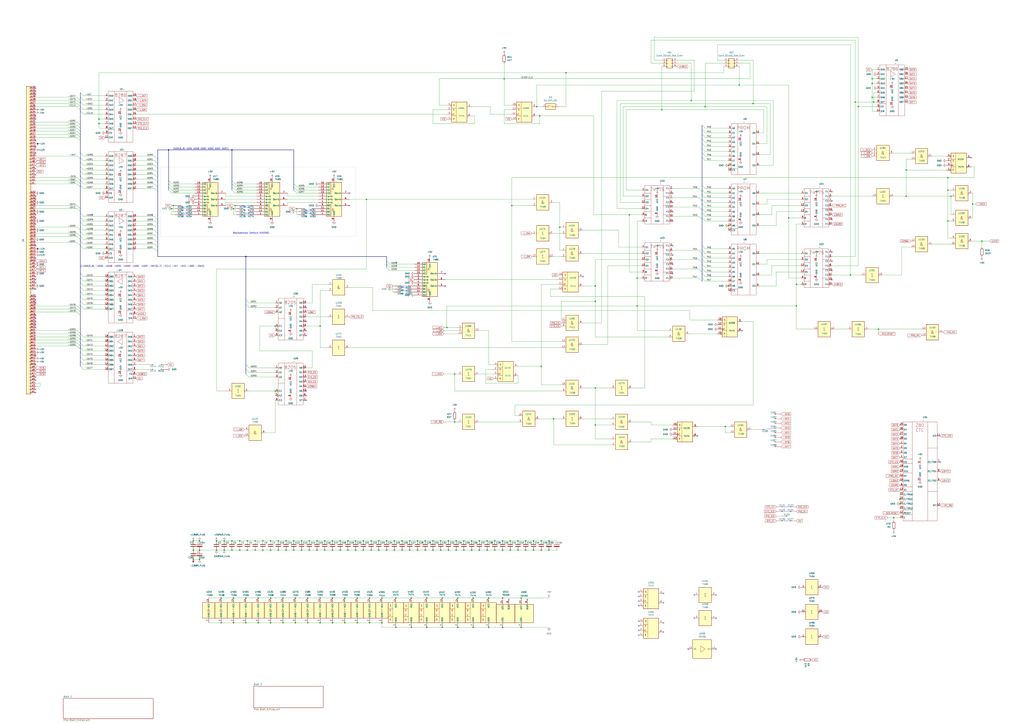
<source format=kicad_sch>
(kicad_sch (version 20250114) (generator "eeschema") (generator_version "9.0")
  (paper "A1")
  (title_block (title "ASP-K8071") (date "2025-07-06") (rev "1") (company "Robotron") (comment 1 "Revision 1, 06.07.2025, Stefan Berndt"))
  (rectangle (start 132.08 137.16) (end 292.1 194.31) (stroke (width 0) (type dot)))
  (text "Basisadresse (default 0x0300)" (at 206.248 191.516 0) (effects (font (size 1.27 1.27))))
  (junction (at 744.22 161.29))
  (junction (at 201.93 511.81))
  (junction (at 488.95 247.65))
  (junction (at 350.52 515.62))
  (junction (at 427.99 491.49))
  (junction (at 444.5 300.99))
  (junction (at 654.05 251.46))
  (junction (at 618.49 85.09))
  (junction (at 438.15 444.5))
  (junction (at 273.05 491.49))
  (junction (at 254 452.12))
  (junction (at 342.9 452.12))
  (junction (at 304.8 452.12))
  (junction (at 361.95 452.12))
  (junction (at 431.8 452.12))
  (junction (at 716.28 80.01))
  (junction (at 420.37 168.91))
  (junction (at 363.22 491.49))
  (junction (at 317.5 452.12))
  (junction (at 330.2 444.5))
  (junction (at 647.7 179.07))
  (junction (at 232.41 511.81))
  (junction (at 242.57 491.49))
  (junction (at 226.06 321.31))
  (junction (at 273.05 511.81))
  (junction (at 419.1 444.5))
  (junction (at 260.35 444.5))
  (junction (at 425.45 452.12))
  (junction (at 373.38 346.71))
  (junction (at 412.75 515.62))
  (junction (at 444.5 452.12))
  (junction (at 778.51 146.05))
  (junction (at 739.14 414.02))
  (junction (at 266.7 444.5))
  (junction (at 412.75 444.5))
  (junction (at 798.83 167.64))
  (junction (at 191.77 491.49))
  (junction (at 203.2 452.12))
  (junction (at 488.95 318.77))
  (junction (at 228.6 444.5))
  (junction (at 778.51 156.21))
  (junction (at 698.5 226.06))
  (junction (at 252.73 511.81))
  (junction (at 459.74 186.69))
  (junction (at 598.17 135.89))
  (junction (at 222.25 511.81))
  (junction (at 317.5 444.5))
  (junction (at 304.8 444.5))
  (junction (at 191.77 171.45))
  (junction (at 704.85 87.63))
  (junction (at 414.02 64.77))
  (junction (at 241.3 444.5))
  (junction (at 298.45 452.12))
  (junction (at 443.23 95.25))
  (junction (at 419.1 452.12))
  (junction (at 406.4 444.5))
  (junction (at 177.8 452.12))
  (junction (at 717.55 83.82))
  (junction (at 292.1 444.5))
  (junction (at 654.05 233.68))
  (junction (at 374.65 452.12))
  (junction (at 579.12 87.63))
  (junction (at 140.97 171.45))
  (junction (at 215.9 444.5))
  (junction (at 234.95 452.12))
  (junction (at 279.4 452.12))
  (junction (at 283.21 491.49))
  (junction (at 381 452.12))
  (junction (at 184.15 444.5))
  (junction (at 262.89 267.97))
  (junction (at 598.17 234.95))
  (junction (at 222.25 491.49))
  (junction (at 355.6 452.12))
  (junction (at 336.55 444.5))
  (junction (at 488.95 234.95))
  (junction (at 607.06 69.85))
  (junction (at 203.2 444.5))
  (junction (at 262.89 491.49))
  (junction (at 488.95 349.25))
  (junction (at 412.75 491.49))
  (junction (at 293.37 511.81))
  (junction (at 293.37 491.49))
  (junction (at 303.53 491.49))
  (junction (at 739.14 410.21))
  (junction (at 212.09 511.81))
  (junction (at 190.5 452.12))
  (junction (at 243.84 171.45))
  (junction (at 209.55 444.5))
  (junction (at 313.69 491.49))
  (junction (at 226.06 267.97))
  (junction (at 196.85 452.12))
  (junction (at 260.35 452.12))
  (junction (at 721.36 270.51))
  (junction (at 266.7 452.12))
  (junction (at 716.28 64.77))
  (junction (at 163.83 459.74))
  (junction (at 464.82 59.69))
  (junction (at 400.05 444.5))
  (junction (at 363.22 515.62))
  (junction (at 702.31 83.82))
  (junction (at 323.85 452.12))
  (junction (at 313.69 511.81))
  (junction (at 209.55 452.12))
  (junction (at 387.35 444.5))
  (junction (at 254 444.5))
  (junction (at 184.15 452.12))
  (junction (at 323.85 444.5))
  (junction (at 381 444.5))
  (junction (at 283.21 511.81))
  (junction (at 412.75 452.12))
  (junction (at 303.53 511.81))
  (junction (at 393.7 452.12))
  (junction (at 193.04 168.91))
  (junction (at 196.85 444.5))
  (junction (at 138.43 123.19))
  (junction (at 361.95 444.5))
  (junction (at 191.77 511.81))
  (junction (at 373.38 307.34))
  (junction (at 425.45 444.5))
  (junction (at 716.28 68.58))
  (junction (at 142.24 168.91))
  (junction (at 781.05 161.29))
  (junction (at 393.7 444.5))
  (junction (at 427.99 515.62))
  (junction (at 163.83 444.5))
  (junction (at 201.93 210.82))
  (junction (at 247.65 452.12))
  (junction (at 734.06 425.45))
  (junction (at 375.92 491.49))
  (junction (at 349.25 452.12))
  (junction (at 190.5 444.5))
  (junction (at 388.62 515.62))
  (junction (at 242.57 511.81))
  (junction (at 598.17 185.42))
  (junction (at 273.05 452.12))
  (junction (at 431.8 444.5))
  (junction (at 201.93 491.49))
  (junction (at 252.73 491.49))
  (junction (at 375.92 515.62))
  (junction (at 247.65 444.5))
  (junction (at 232.41 491.49))
  (junction (at 744.22 139.7))
  (junction (at 406.4 452.12))
  (junction (at 285.75 452.12))
  (junction (at 158.75 444.5))
  (junction (at 262.89 511.81))
  (junction (at 163.83 452.12))
  (junction (at 330.2 452.12))
  (junction (at 81.28 97.79))
  (junction (at 450.85 444.5))
  (junction (at 325.12 515.62))
  (junction (at 228.6 452.12))
  (junction (at 181.61 491.49))
  (junction (at 222.25 444.5))
  (junction (at 222.25 452.12))
  (junction (at 300.99 163.83))
  (junction (at 190.5 123.19))
  (junction (at 337.82 515.62))
  (junction (at 454.66 344.17))
  (junction (at 523.24 251.46))
  (junction (at 516.89 176.53))
  (junction (at 311.15 452.12))
  (junction (at 595.63 350.52))
  (junction (at 388.62 491.49))
  (junction (at 350.52 491.49))
  (junction (at 337.82 491.49))
  (junction (at 234.95 444.5))
  (junction (at 523.24 228.6))
  (junction (at 279.4 444.5))
  (junction (at 401.32 515.62))
  (junction (at 212.09 491.49))
  (junction (at 438.15 452.12))
  (junction (at 349.25 444.5))
  (junction (at 241.3 452.12))
  (junction (at 367.03 269.24))
  (junction (at 158.75 459.74))
  (junction (at 368.3 452.12))
  (junction (at 311.15 444.5))
  (junction (at 342.9 444.5))
  (junction (at 567.69 82.55))
  (junction (at 273.05 444.5))
  (junction (at 400.05 452.12))
  (junction (at 181.61 511.81))
  (junction (at 298.45 444.5))
  (junction (at 440.69 87.63))
  (junction (at 158.75 452.12))
  (junction (at 325.12 491.49))
  (junction (at 401.32 491.49))
  (junction (at 450.85 452.12))
  (junction (at 444.5 444.5))
  (junction (at 215.9 452.12))
  (junction (at 387.35 452.12))
  (junction (at 368.3 444.5))
  (junction (at 778.51 181.61))
  (junction (at 285.75 444.5))
  (junction (at 336.55 452.12))
  (junction (at 292.1 452.12))
  (junction (at 543.56 90.17))
  (junction (at 374.65 444.5))
  (junction (at 355.6 444.5))
  (junction (at 177.8 444.5))
  (junction (at 806.45 198.12))
  (junction (at 81.28 101.6))
  (no_connect (at 552.45 217.17))
  (no_connect (at 524.51 510.54))
  (no_connect (at 29.21 243.84))
  (no_connect (at 524.51 490.22))
  (no_connect (at 29.21 229.87))
  (no_connect (at 29.21 246.38))
  (no_connect (at 524.51 514.35))
  (no_connect (at 29.21 161.29))
  (no_connect (at 433.07 492.76))
  (no_connect (at 683.26 207.01))
  (no_connect (at 552.45 209.55))
  (no_connect (at 552.45 158.75))
  (no_connect (at 570.23 488.95))
  (no_connect (at 544.83 487.68))
  (no_connect (at 524.51 521.97))
  (no_connect (at 29.21 261.62))
  (no_connect (at 29.21 212.09))
  (no_connect (at 552.45 173.99))
  (no_connect (at 609.6 271.78))
  (no_connect (at 29.21 163.83))
  (no_connect (at 29.21 138.43))
  (no_connect (at 29.21 120.65))
  (no_connect (at 552.45 201.93))
  (no_connect (at 524.51 518.16))
  (no_connect (at 29.21 237.49))
  (no_connect (at 251.46 271.78))
  (no_connect (at 29.21 232.41))
  (no_connect (at 29.21 176.53))
  (no_connect (at 772.16 379.73))
  (no_connect (at 287.02 168.91))
  (no_connect (at 287.02 158.75))
  (no_connect (at 365.76 234.95))
  (no_connect (at 29.21 143.51))
  (no_connect (at 683.26 172.72))
  (no_connect (at 29.21 312.42))
  (no_connect (at 683.26 180.34))
  (no_connect (at 251.46 325.12))
  (no_connect (at 683.26 157.48))
  (no_connect (at 251.46 275.59))
  (no_connect (at 29.21 299.72))
  (no_connect (at 29.21 322.58))
  (no_connect (at 365.76 224.79))
  (no_connect (at 683.26 165.1))
  (no_connect (at 29.21 320.04))
  (no_connect (at 29.21 264.16))
  (no_connect (at 588.01 508))
  (no_connect (at 29.21 201.93))
  (no_connect (at 251.46 328.93))
  (no_connect (at 552.45 224.79))
  (no_connect (at 29.21 269.24))
  (no_connect (at 29.21 248.92))
  (no_connect (at 29.21 95.25))
  (no_connect (at 524.51 486.41))
  (no_connect (at 478.79 227.33))
  (no_connect (at 29.21 125.73))
  (no_connect (at 544.83 511.81))
  (no_connect (at 29.21 227.33))
  (no_connect (at 251.46 264.16))
  (no_connect (at 251.46 252.73))
  (no_connect (at 572.77 358.14))
  (no_connect (at 565.15 533.4))
  (no_connect (at 29.21 115.57))
  (no_connect (at 29.21 97.79))
  (no_connect (at 544.83 495.3))
  (no_connect (at 29.21 292.1))
  (no_connect (at 29.21 74.93))
  (no_connect (at 29.21 259.08))
  (no_connect (at 544.83 519.43))
  (no_connect (at 29.21 309.88))
  (no_connect (at 524.51 494.03))
  (no_connect (at 29.21 77.47))
  (no_connect (at 588.01 533.4))
  (no_connect (at 552.45 181.61))
  (no_connect (at 417.83 492.76))
  (no_connect (at 251.46 321.31))
  (no_connect (at 797.56 129.54))
  (no_connect (at 683.26 222.25))
  (no_connect (at 588.01 488.95))
  (no_connect (at 683.26 229.87))
  (no_connect (at 683.26 214.63))
  (no_connect (at 29.21 179.07))
  (no_connect (at 29.21 72.39))
  (no_connect (at 552.45 166.37))
  (no_connect (at 524.51 497.84))
  (no_connect (at 29.21 184.15))
  (no_connect (at 29.21 266.7))
  (no_connect (at 570.23 508))
  (bus_entry (at 576.58 224.79) (size 2.54 2.54))
  (bus_entry (at 127 193.04) (size 2.54 2.54))
  (bus_entry (at 66.04 144.78) (size 2.54 2.54))
  (bus_entry (at 201.93 307.34) (size 2.54 2.54))
  (bus_entry (at 66.04 140.97) (size 2.54 2.54))
  (bus_entry (at 66.04 251.46) (size 2.54 2.54))
  (bus_entry (at 576.58 152.4) (size 2.54 2.54))
  (bus_entry (at 66.04 293.37) (size 2.54 2.54))
  (bus_entry (at 201.93 303.53) (size 2.54 2.54))
  (bus_entry (at 66.04 125.73) (size 2.54 2.54))
  (bus_entry (at 576.58 175.26) (size 2.54 2.54))
  (bus_entry (at 66.04 300.99) (size 2.54 2.54))
  (bus_entry (at 63.5 146.05) (size 2.54 2.54))
  (bus_entry (at 190.5 153.67) (size 2.54 2.54))
  (bus_entry (at 63.5 128.27) (size 2.54 2.54))
  (bus_entry (at 66.04 83.82) (size 2.54 2.54))
  (bus_entry (at 138.43 151.13) (size 2.54 2.54))
  (bus_entry (at 576.58 118.11) (size 2.54 2.54))
  (bus_entry (at 63.5 274.32) (size 2.54 2.54))
  (bus_entry (at 574.04 213.36) (size 2.54 2.54))
  (bus_entry (at 138.43 148.59) (size 2.54 2.54))
  (bus_entry (at 127 154.94) (size 2.54 2.54))
  (bus_entry (at 66.04 87.63) (size 2.54 2.54))
  (bus_entry (at 576.58 106.68) (size 2.54 2.54))
  (bus_entry (at 576.58 110.49) (size 2.54 2.54))
  (bus_entry (at 576.58 163.83) (size 2.54 2.54))
  (bus_entry (at 576.58 201.93) (size 2.54 2.54))
  (bus_entry (at 63.5 87.63) (size 2.54 2.54))
  (bus_entry (at 138.43 156.21) (size 2.54 2.54))
  (bus_entry (at 66.04 243.84) (size 2.54 2.54))
  (bus_entry (at 66.04 201.93) (size 2.54 2.54))
  (bus_entry (at 574.04 162.56) (size 2.54 2.54))
  (bus_entry (at 576.58 125.73) (size 2.54 2.54))
  (bus_entry (at 576.58 228.6) (size 2.54 2.54))
  (bus_entry (at 574.04 170.18) (size 2.54 2.54))
  (bus_entry (at 127 139.7) (size 2.54 2.54))
  (bus_entry (at 66.04 297.18) (size 2.54 2.54))
  (bus_entry (at 63.5 151.13) (size 2.54 2.54))
  (bus_entry (at 127 143.51) (size 2.54 2.54))
  (bus_entry (at 576.58 114.3) (size 2.54 2.54))
  (bus_entry (at 63.5 199.39) (size 2.54 2.54))
  (bus_entry (at 66.04 190.5) (size 2.54 2.54))
  (bus_entry (at 576.58 160.02) (size 2.54 2.54))
  (bus_entry (at 190.5 148.59) (size 2.54 2.54))
  (bus_entry (at 63.5 80.01) (size 2.54 2.54))
  (bus_entry (at 63.5 107.95) (size 2.54 2.54))
  (bus_entry (at 66.04 133.35) (size 2.54 2.54))
  (bus_entry (at 576.58 102.87) (size 2.54 2.54))
  (bus_entry (at 66.04 175.26) (size 2.54 2.54))
  (bus_entry (at 127 147.32) (size 2.54 2.54))
  (bus_entry (at 317.5 219.71) (size 2.54 2.54))
  (bus_entry (at 66.04 179.07) (size 2.54 2.54))
  (bus_entry (at 576.58 129.54) (size 2.54 2.54))
  (bus_entry (at 574.04 177.8) (size 2.54 2.54))
  (bus_entry (at 127 185.42) (size 2.54 2.54))
  (bus_entry (at 576.58 179.07) (size 2.54 2.54))
  (bus_entry (at 576.58 217.17) (size 2.54 2.54))
  (bus_entry (at 317.5 217.17) (size 2.54 2.54))
  (bus_entry (at 574.04 228.6) (size 2.54 2.54))
  (bus_entry (at 66.04 91.44) (size 2.54 2.54))
  (bus_entry (at 190.5 151.13) (size 2.54 2.54))
  (bus_entry (at 66.04 224.79) (size 2.54 2.54))
  (bus_entry (at 66.04 281.94) (size 2.54 2.54))
  (bus_entry (at 127 135.89) (size 2.54 2.54))
  (bus_entry (at 66.04 129.54) (size 2.54 2.54))
  (bus_entry (at 66.04 152.4) (size 2.54 2.54))
  (bus_entry (at 66.04 76.2) (size 2.54 2.54))
  (bus_entry (at 66.04 148.59) (size 2.54 2.54))
  (bus_entry (at 63.5 82.55) (size 2.54 2.54))
  (bus_entry (at 201.93 250.19) (size 2.54 2.54))
  (bus_entry (at 63.5 168.91) (size 2.54 2.54))
  (bus_entry (at 66.04 278.13) (size 2.54 2.54))
  (bus_entry (at 576.58 205.74) (size 2.54 2.54))
  (bus_entry (at 63.5 254) (size 2.54 2.54))
  (bus_entry (at 66.04 232.41) (size 2.54 2.54))
  (bus_entry (at 201.93 299.72) (size 2.54 2.54))
  (bus_entry (at 63.5 256.54) (size 2.54 2.54))
  (bus_entry (at 63.5 284.48) (size 2.54 2.54))
  (bus_entry (at 127 181.61) (size 2.54 2.54))
  (bus_entry (at 63.5 100.33) (size 2.54 2.54))
  (bus_entry (at 574.04 220.98) (size 2.54 2.54))
  (bus_entry (at 63.5 102.87) (size 2.54 2.54))
  (bus_entry (at 66.04 182.88) (size 2.54 2.54))
  (bus_entry (at 63.5 194.31) (size 2.54 2.54))
  (bus_entry (at 63.5 191.77) (size 2.54 2.54))
  (bus_entry (at 63.5 110.49) (size 2.54 2.54))
  (bus_entry (at 66.04 240.03) (size 2.54 2.54))
  (bus_entry (at 127 151.13) (size 2.54 2.54))
  (bus_entry (at 66.04 274.32) (size 2.54 2.54))
  (bus_entry (at 63.5 105.41) (size 2.54 2.54))
  (bus_entry (at 127 128.27) (size 2.54 2.54))
  (bus_entry (at 127 189.23) (size 2.54 2.54))
  (bus_entry (at 576.58 213.36) (size 2.54 2.54))
  (bus_entry (at 66.04 247.65) (size 2.54 2.54))
  (bus_entry (at 66.04 285.75) (size 2.54 2.54))
  (bus_entry (at 66.04 236.22) (size 2.54 2.54))
  (bus_entry (at 201.93 246.38) (size 2.54 2.54))
  (bus_entry (at 66.04 228.6) (size 2.54 2.54))
  (bus_entry (at 66.04 137.16) (size 2.54 2.54))
  (bus_entry (at 63.5 279.4) (size 2.54 2.54))
  (bus_entry (at 190.5 156.21) (size 2.54 2.54))
  (bus_entry (at 66.04 194.31) (size 2.54 2.54))
  (bus_entry (at 66.04 186.69) (size 2.54 2.54))
  (bus_entry (at 576.58 156.21) (size 2.54 2.54))
  (bus_entry (at 63.5 271.78) (size 2.54 2.54))
  (bus_entry (at 63.5 276.86) (size 2.54 2.54))
  (bus_entry (at 317.5 214.63) (size 2.54 2.54))
  (bus_entry (at 63.5 251.46) (size 2.54 2.54))
  (bus_entry (at 576.58 171.45) (size 2.54 2.54))
  (bus_entry (at 127 204.47) (size 2.54 2.54))
  (bus_entry (at 66.04 198.12) (size 2.54 2.54))
  (bus_entry (at 574.04 154.94) (size 2.54 2.54))
  (bus_entry (at 127 200.66) (size 2.54 2.54))
  (bus_entry (at 574.04 205.74) (size 2.54 2.54))
  (bus_entry (at 576.58 167.64) (size 2.54 2.54))
  (bus_entry (at 241.3 151.13) (size 2.54 2.54))
  (bus_entry (at 66.04 289.56) (size 2.54 2.54))
  (bus_entry (at 63.5 186.69) (size 2.54 2.54))
  (bus_entry (at 66.04 80.01) (size 2.54 2.54))
  (bus_entry (at 63.5 171.45) (size 2.54 2.54))
  (bus_entry (at 241.3 156.21) (size 2.54 2.54))
  (bus_entry (at 576.58 121.92) (size 2.54 2.54))
  (bus_entry (at 63.5 85.09) (size 2.54 2.54))
  (bus_entry (at 241.3 153.67) (size 2.54 2.54))
  (bus_entry (at 63.5 281.94) (size 2.54 2.54))
  (bus_entry (at 127 196.85) (size 2.54 2.54))
  (bus_entry (at 576.58 220.98) (size 2.54 2.54))
  (bus_entry (at 63.5 148.59) (size 2.54 2.54))
  (bus_entry (at 576.58 209.55) (size 2.54 2.54))
  (bus_entry (at 127 132.08) (size 2.54 2.54))
  (bus_entry (at 63.5 113.03) (size 2.54 2.54))
  (bus_entry (at 127 177.8) (size 2.54 2.54))
  (bus_entry (at 138.43 153.67) (size 2.54 2.54))
  (wire (pts (xy 488.95 234.95) (xy 488.95 247.65)))
  (wire (pts (xy 140.97 156.21) (xy 160.02 156.21)))
  (wire (pts (xy 402.59 87.63) (xy 402.59 93.98)))
  (wire (pts (xy 716.28 80.01) (xy 716.28 91.44)))
  (wire (pts (xy 412.75 444.5) (xy 419.1 444.5)))
  (wire (pts (xy 579.12 231.14) (xy 598.17 231.14)))
  (wire (pts (xy 142.24 173.99) (xy 142.24 168.91)))
  (bus (pts (xy 66.04 151.13) (xy 66.04 152.4)))
  (wire (pts (xy 185.42 166.37) (xy 210.82 166.37)))
  (wire (pts (xy 595.63 355.6) (xy 595.63 350.52)))
  (wire (pts (xy 234.95 444.5) (xy 241.3 444.5)))
  (wire (pts (xy 236.22 163.83) (xy 261.62 163.83)))
  (wire (pts (xy 243.84 171.45) (xy 245.11 171.45)))
  (wire (pts (xy 607.06 52.07) (xy 615.95 52.07)))
  (wire (pts (xy 402.59 93.98) (xy 420.37 93.98)))
  (wire (pts (xy 781.05 156.21) (xy 778.51 156.21)))
  (wire (pts (xy 623.57 135.89) (xy 635 135.89)))
  (wire (pts (xy 716.28 64.77) (xy 716.28 68.58)))
  (wire (pts (xy 501.65 349.25) (xy 488.95 349.25)))
  (wire (pts (xy 242.57 173.99) (xy 245.11 173.99)))
  (wire (pts (xy 420.37 280.67) (xy 461.01 280.67)))
  (wire (pts (xy 702.31 83.82) (xy 717.55 83.82)))
  (wire (pts (xy 623.57 127) (xy 632.46 127)))
  (wire (pts (xy 29.21 274.32) (xy 63.5 274.32)))
  (wire (pts (xy 184.15 452.12) (xy 190.5 452.12)))
  (wire (pts (xy 142.24 168.91) (xy 143.51 168.91)))
  (wire (pts (xy 185.42 161.29) (xy 210.82 161.29)))
  (bus (pts (xy 129.54 187.96) (xy 129.54 191.77)))
  (bus (pts (xy 129.54 203.2) (xy 129.54 207.01)))
  (wire (pts (xy 355.6 101.6) (xy 355.6 90.17)))
  (wire (pts (xy 140.97 168.91) (xy 142.24 168.91)))
  (wire (pts (xy 29.21 314.96) (xy 33.02 314.96)))
  (bus (pts (xy 129.54 207.01) (xy 129.54 210.82)))
  (wire (pts (xy 193.04 158.75) (xy 210.82 158.75)))
  (wire (pts (xy 419.1 452.12) (xy 425.45 452.12)))
  (wire (pts (xy 511.81 87.63) (xy 511.81 161.29)))
  (wire (pts (xy 191.77 511.81) (xy 201.93 511.81)))
  (wire (pts (xy 68.58 227.33) (xy 86.36 227.33)))
  (wire (pts (xy 389.89 101.6) (xy 355.6 101.6)))
  (wire (pts (xy 594.36 54.61) (xy 594.36 59.69)))
  (wire (pts (xy 212.09 491.49) (xy 222.25 491.49)))
  (wire (pts (xy 68.58 177.8) (xy 86.36 177.8)))
  (polyline (pts (xy 199.39 176.53) (xy 205.74 173.99)))
  (wire (pts (xy 325.12 515.62) (xy 313.69 515.62)))
  (wire (pts (xy 556.26 52.07) (xy 567.69 52.07)))
  (wire (pts (xy 523.24 271.78) (xy 548.64 271.78)))
  (wire (pts (xy 260.35 452.12) (xy 266.7 452.12)))
  (bus (pts (xy 576.58 201.93) (xy 576.58 205.74)))
  (wire (pts (xy 262.89 511.81) (xy 273.05 511.81)))
  (bus (pts (xy 576.58 152.4) (xy 576.58 129.54)))
  (wire (pts (xy 350.52 515.62) (xy 337.82 515.62)))
  (wire (pts (xy 509.27 166.37) (xy 527.05 166.37)))
  (wire (pts (xy 629.92 167.64) (xy 623.57 167.64)))
  (wire (pts (xy 306.07 236.22) (xy 306.07 255.27)))
  (bus (pts (xy 66.04 102.87) (xy 66.04 105.41)))
  (wire (pts (xy 300.99 163.83) (xy 300.99 220.98)))
  (wire (pts (xy 633.73 176.53) (xy 623.57 176.53)))
  (wire (pts (xy 527.05 181.61) (xy 523.24 181.61)))
  (wire (pts (xy 717.55 76.2) (xy 720.09 76.2)))
  (wire (pts (xy 228.6 452.12) (xy 234.95 452.12)))
  (wire (pts (xy 273.05 491.49) (xy 283.21 491.49)))
  (wire (pts (xy 579.12 120.65) (xy 598.17 120.65)))
  (wire (pts (xy 111.76 135.89) (xy 127 135.89)))
  (wire (pts (xy 204.47 321.31) (xy 226.06 321.31)))
  (bus (pts (xy 66.04 228.6) (xy 66.04 232.41)))
  (wire (pts (xy 800.1 137.16) (xy 797.56 137.16)))
  (wire (pts (xy 111.76 189.23) (xy 127 189.23)))
  (wire (pts (xy 516.89 176.53) (xy 527.05 176.53)))
  (wire (pts (xy 68.58 246.38) (xy 86.36 246.38)))
  (wire (pts (xy 68.58 204.47) (xy 86.36 204.47)))
  (wire (pts (xy 177.8 321.31) (xy 186.69 321.31)))
  (wire (pts (xy 254 444.5) (xy 260.35 444.5)))
  (wire (pts (xy 323.85 237.49) (xy 321.31 237.49)))
  (wire (pts (xy 657.86 213.36) (xy 629.92 213.36)))
  (bus (pts (xy 576.58 213.36) (xy 576.58 215.9)))
  (wire (pts (xy 425.45 308.61) (xy 425.45 314.96)))
  (wire (pts (xy 181.61 491.49) (xy 191.77 491.49)))
  (bus (pts (xy 576.58 217.17) (xy 576.58 220.98)))
  (wire (pts (xy 29.21 151.13) (xy 63.5 151.13)))
  (wire (pts (xy 781.05 195.58) (xy 778.51 195.58)))
  (wire (pts (xy 459.74 205.74) (xy 459.74 186.69)))
  (wire (pts (xy 464.82 59.69) (xy 464.82 87.63)))
  (wire (pts (xy 623.57 109.22) (xy 627.38 109.22)))
  (wire (pts (xy 683.26 218.44) (xy 704.85 218.44)))
  (bus (pts (xy 66.04 256.54) (xy 66.04 259.08)))
  (wire (pts (xy 740.41 226.06) (xy 740.41 203.2)))
  (wire (pts (xy 298.45 444.5) (xy 304.8 444.5)))
  (wire (pts (xy 534.67 363.22) (xy 519.43 363.22)))
  (wire (pts (xy 781.05 161.29) (xy 781.05 176.53)))
  (wire (pts (xy 194.31 173.99) (xy 193.04 173.99)))
  (wire (pts (xy 801.37 167.64) (xy 798.83 167.64)))
  (wire (pts (xy 579.12 219.71) (xy 598.17 219.71)))
  (wire (pts (xy 322.58 234.95) (xy 322.58 240.03)))
  (wire (pts (xy 572.77 350.52) (xy 595.63 350.52)))
  (bus (pts (xy 317.5 210.82) (xy 317.5 214.63)))
  (wire (pts (xy 452.12 237.49) (xy 452.12 243.84)))
  (wire (pts (xy 508 189.23) (xy 478.79 189.23)))
  (wire (pts (xy 728.98 425.45) (xy 734.06 425.45)))
  (wire (pts (xy 381 452.12) (xy 387.35 452.12)))
  (wire (pts (xy 725.17 226.06) (xy 740.41 226.06)))
  (wire (pts (xy 654.05 233.68) (xy 654.05 184.15)))
  (wire (pts (xy 632.46 127) (xy 632.46 85.09)))
  (wire (pts (xy 427.99 491.49) (xy 450.85 491.49)))
  (wire (pts (xy 300.99 220.98) (xy 177.8 220.98)))
  (bus (pts (xy 66.04 243.84) (xy 66.04 247.65)))
  (bus (pts (xy 129.54 149.86) (xy 129.54 153.67)))
  (bus (pts (xy 66.04 194.31) (xy 66.04 196.85)))
  (wire (pts (xy 488.95 247.65) (xy 461.01 247.65)))
  (wire (pts (xy 717.55 83.82) (xy 717.55 76.2)))
  (bus (pts (xy 66.04 137.16) (xy 66.04 140.97)))
  (wire (pts (xy 355.6 90.17) (xy 367.03 90.17)))
  (wire (pts (xy 287.02 236.22) (xy 306.07 236.22)))
  (wire (pts (xy 488.95 318.77) (xy 488.95 349.25)))
  (wire (pts (xy 304.8 444.5) (xy 311.15 444.5)))
  (wire (pts (xy 698.5 36.83) (xy 698.5 226.06)))
  (wire (pts (xy 579.12 128.27) (xy 598.17 128.27)))
  (wire (pts (xy 203.2 452.12) (xy 209.55 452.12)))
  (wire (pts (xy 698.5 226.06) (xy 707.39 226.06)))
  (bus (pts (xy 576.58 215.9) (xy 576.58 217.17)))
  (wire (pts (xy 806.45 198.12) (xy 798.83 198.12)))
  (wire (pts (xy 633.73 168.91) (xy 633.73 176.53)))
  (bus (pts (xy 201.93 303.53) (xy 201.93 307.34)))
  (wire (pts (xy 516.89 223.52) (xy 516.89 176.53)))
  (wire (pts (xy 778.51 181.61) (xy 781.05 181.61)))
  (wire (pts (xy 68.58 284.48) (xy 86.36 284.48)))
  (wire (pts (xy 111.76 132.08) (xy 127 132.08)))
  (wire (pts (xy 523.24 181.61) (xy 523.24 228.6)))
  (wire (pts (xy 420.37 168.91) (xy 420.37 280.67)))
  (wire (pts (xy 420.37 168.91) (xy 436.88 168.91)))
  (wire (pts (xy 337.82 515.62) (xy 325.12 515.62)))
  (wire (pts (xy 247.65 452.12) (xy 254 452.12)))
  (wire (pts (xy 657.86 228.6) (xy 647.7 228.6)))
  (bus (pts (xy 66.04 152.4) (xy 66.04 153.67)))
  (wire (pts (xy 812.8 198.12) (xy 806.45 198.12)))
  (bus (pts (xy 129.54 142.24) (xy 129.54 146.05)))
  (wire (pts (xy 140.97 153.67) (xy 160.02 153.67)))
  (bus (pts (xy 138.43 123.19) (xy 138.43 148.59)))
  (wire (pts (xy 111.76 196.85) (xy 127 196.85)))
  (wire (pts (xy 111.76 185.42) (xy 127 185.42)))
  (wire (pts (xy 566.42 262.89) (xy 589.28 262.89)))
  (wire (pts (xy 256.54 233.68) (xy 269.24 233.68)))
  (wire (pts (xy 716.28 57.15) (xy 716.28 64.77)))
  (wire (pts (xy 552.45 162.56) (xy 574.04 162.56)))
  (wire (pts (xy 618.49 49.53) (xy 618.49 85.09)))
  (wire (pts (xy 744.22 139.7) (xy 744.22 130.81)))
  (bus (pts (xy 576.58 165.1) (xy 576.58 167.64)))
  (wire (pts (xy 29.21 279.4) (xy 63.5 279.4)))
  (wire (pts (xy 204.47 248.92) (xy 226.06 248.92)))
  (wire (pts (xy 68.58 135.89) (xy 86.36 135.89)))
  (wire (pts (xy 798.83 167.64) (xy 798.83 179.07)))
  (wire (pts (xy 243.84 153.67) (xy 261.62 153.67)))
  (bus (pts (xy 190.5 153.67) (xy 190.5 156.21)))
  (bus (pts (xy 66.04 190.5) (xy 66.04 194.31)))
  (wire (pts (xy 401.32 515.62) (xy 412.75 515.62)))
  (wire (pts (xy 478.79 208.28) (xy 527.05 208.28)))
  (wire (pts (xy 273.05 511.81) (xy 283.21 511.81)))
  (wire (pts (xy 29.21 107.95) (xy 63.5 107.95)))
  (wire (pts (xy 543.56 54.61) (xy 543.56 90.17)))
  (wire (pts (xy 523.24 228.6) (xy 523.24 251.46)))
  (bus (pts (xy 576.58 231.14) (xy 576.58 228.6)))
  (wire (pts (xy 367.03 269.24) (xy 375.92 269.24)))
  (wire (pts (xy 68.58 154.94) (xy 86.36 154.94)))
  (wire (pts (xy 637.54 424.18) (xy 641.35 424.18)))
  (wire (pts (xy 68.58 181.61) (xy 86.36 181.61)))
  (wire (pts (xy 537.21 30.48) (xy 704.85 30.48)))
  (wire (pts (xy 29.21 80.01) (xy 63.5 80.01)))
  (wire (pts (xy 254 452.12) (xy 260.35 452.12)))
  (wire (pts (xy 740.41 203.2) (xy 748.03 203.2)))
  (wire (pts (xy 461.01 321.31) (xy 373.38 321.31)))
  (bus (pts (xy 66.04 297.18) (xy 66.04 300.99)))
  (wire (pts (xy 627.38 109.22) (xy 627.38 90.17)))
  (wire (pts (xy 534.67 52.07) (xy 543.56 52.07)))
  (wire (pts (xy 579.12 223.52) (xy 598.17 223.52)))
  (polyline (pts (xy 205.74 171.45) (xy 199.39 168.91)))
  (wire (pts (xy 499.11 218.44) (xy 499.11 283.21)))
  (wire (pts (xy 454.66 210.82) (xy 461.01 210.82)))
  (wire (pts (xy 464.82 59.69) (xy 81.28 59.69)))
  (wire (pts (xy 654.05 233.68) (xy 657.86 233.68)))
  (wire (pts (xy 765.81 128.27) (xy 777.24 128.27)))
  (bus (pts (xy 66.04 171.45) (xy 66.04 173.99)))
  (wire (pts (xy 303.53 491.49) (xy 313.69 491.49)))
  (wire (pts (xy 599.44 355.6) (xy 595.63 355.6)))
  (wire (pts (xy 68.58 82.55) (xy 86.36 82.55)))
  (wire (pts (xy 29.21 148.59) (xy 63.5 148.59)))
  (bus (pts (xy 201.93 250.19) (xy 201.93 299.72)))
  (wire (pts (xy 222.25 444.5) (xy 228.6 444.5)))
  (wire (pts (xy 68.58 295.91) (xy 86.36 295.91)))
  (wire (pts (xy 29.21 256.54) (xy 63.5 256.54)))
  (bus (pts (xy 66.04 224.79) (xy 66.04 228.6)))
  (wire (pts (xy 364.49 269.24) (xy 367.03 269.24)))
  (wire (pts (xy 68.58 128.27) (xy 86.36 128.27)))
  (wire (pts (xy 637.54 234.95) (xy 623.57 234.95)))
  (wire (pts (xy 68.58 200.66) (xy 86.36 200.66)))
  (wire (pts (xy 529.59 318.77) (xy 519.43 318.77)))
  (wire (pts (xy 552.45 220.98) (xy 574.04 220.98)))
  (wire (pts (xy 716.28 68.58) (xy 720.09 68.58)))
  (wire (pts (xy 499.11 283.21) (xy 478.79 283.21)))
  (wire (pts (xy 243.84 176.53) (xy 243.84 171.45)))
  (wire (pts (xy 251.46 248.92) (xy 256.54 248.92)))
  (wire (pts (xy 401.32 491.49) (xy 412.75 491.49)))
  (bus (pts (xy 241.3 123.19) (xy 241.3 151.13)))
  (bus (pts (xy 241.3 151.13) (xy 241.3 153.67)))
  (wire (pts (xy 556.26 49.53) (xy 570.23 49.53)))
  (wire (pts (xy 579.12 124.46) (xy 598.17 124.46)))
  (wire (pts (xy 68.58 185.42) (xy 86.36 185.42)))
  (wire (pts (xy 236.22 161.29) (xy 261.62 161.29)))
  (wire (pts (xy 704.85 30.48) (xy 704.85 87.63)))
  (bus (pts (xy 66.04 278.13) (xy 66.04 279.4)))
  (wire (pts (xy 226.06 355.6) (xy 226.06 328.93)))
  (polyline (pts (xy 154.94 171.45) (xy 148.59 171.45)))
  (wire (pts (xy 629.92 217.17) (xy 623.57 217.17)))
  (wire (pts (xy 373.38 346.71) (xy 375.92 346.71)))
  (wire (pts (xy 375.92 491.49) (xy 388.62 491.49)))
  (wire (pts (xy 523.24 251.46) (xy 367.03 251.46)))
  (wire (pts (xy 654.05 184.15) (xy 657.86 184.15)))
  (bus (pts (xy 66.04 133.35) (xy 66.04 137.16)))
  (bus (pts (xy 66.04 287.02) (xy 66.04 289.56)))
  (wire (pts (xy 607.06 49.53) (xy 618.49 49.53)))
  (wire (pts (xy 111.76 193.04) (xy 127 193.04)))
  (wire (pts (xy 247.65 444.5) (xy 254 444.5)))
  (wire (pts (xy 313.69 511.81) (xy 313.69 515.62)))
  (bus (pts (xy 576.58 102.87) (xy 576.58 106.68)))
  (wire (pts (xy 406.4 452.12) (xy 412.75 452.12)))
  (wire (pts (xy 303.53 511.81) (xy 313.69 511.81)))
  (wire (pts (xy 300.99 163.83) (xy 436.88 163.83)))
  (wire (pts (xy 191.77 168.91) (xy 193.04 168.91)))
  (wire (pts (xy 461.01 262.89) (xy 461.01 247.65)))
  (wire (pts (xy 552.45 228.6) (xy 574.04 228.6)))
  (wire (pts (xy 629.92 213.36) (xy 629.92 217.17)))
  (wire (pts (xy 111.76 143.51) (xy 127 143.51)))
  (wire (pts (xy 29.21 199.39) (xy 63.5 199.39)))
  (bus (pts (xy 66.04 87.63) (xy 66.04 90.17)))
  (wire (pts (xy 68.58 93.98) (xy 86.36 93.98)))
  (wire (pts (xy 330.2 452.12) (xy 336.55 452.12)))
  (wire (pts (xy 443.23 101.6) (xy 414.02 101.6)))
  (wire (pts (xy 400.05 444.5) (xy 406.4 444.5)))
  (wire (pts (xy 617.22 353.06) (xy 622.3 353.06)))
  (wire (pts (xy 68.58 231.14) (xy 86.36 231.14)))
  (wire (pts (xy 683.26 210.82) (xy 702.31 210.82)))
  (polyline (pts (xy 642.62 416.56) (xy 648.97 416.56)))
  (wire (pts (xy 594.36 59.69) (xy 464.82 59.69)))
  (wire (pts (xy 523.24 251.46) (xy 523.24 271.78)))
  (bus (pts (xy 66.04 82.55) (xy 66.04 83.82)))
  (wire (pts (xy 388.62 515.62) (xy 401.32 515.62)))
  (wire (pts (xy 29.21 105.41) (xy 63.5 105.41)))
  (wire (pts (xy 778.51 156.21) (xy 778.51 181.61)))
  (wire (pts (xy 739.14 410.21) (xy 739.14 414.02)))
  (bus (pts (xy 576.58 179.07) (xy 576.58 180.34)))
  (wire (pts (xy 387.35 87.63) (xy 402.59 87.63)))
  (wire (pts (xy 262.89 238.76) (xy 262.89 267.97)))
  (wire (pts (xy 637.54 223.52) (xy 637.54 234.95)))
  (wire (pts (xy 615.95 52.07) (xy 615.95 64.77)))
  (bus (pts (xy 66.04 281.94) (xy 66.04 284.48)))
  (wire (pts (xy 163.83 452.12) (xy 158.75 452.12)))
  (wire (pts (xy 444.5 316.23) (xy 461.01 316.23)))
  (wire (pts (xy 443.23 95.25) (xy 443.23 101.6)))
  (wire (pts (xy 444.5 300.99) (xy 444.5 233.68)))
  (wire (pts (xy 744.22 139.7) (xy 744.22 161.29)))
  (wire (pts (xy 337.82 491.49) (xy 350.52 491.49)))
  (wire (pts (xy 185.42 158.75) (xy 185.42 161.29)))
  (wire (pts (xy 579.12 162.56) (xy 598.17 162.56)))
  (wire (pts (xy 68.58 280.67) (xy 86.36 280.67)))
  (polyline (pts (xy 642.62 420.37) (xy 648.97 420.37)))
  (wire (pts (xy 242.57 511.81) (xy 252.73 511.81)))
  (wire (pts (xy 68.58 90.17) (xy 86.36 90.17)))
  (bus (pts (xy 66.04 182.88) (xy 66.04 186.69)))
  (wire (pts (xy 440.69 69.85) (xy 440.69 87.63)))
  (wire (pts (xy 177.8 452.12) (xy 184.15 452.12)))
  (wire (pts (xy 364.49 274.32) (xy 375.92 274.32)))
  (wire (pts (xy 702.31 33.02) (xy 534.67 33.02)))
  (wire (pts (xy 81.28 105.41) (xy 86.36 105.41)))
  (wire (pts (xy 81.28 97.79) (xy 86.36 97.79)))
  (wire (pts (xy 412.75 491.49) (xy 427.99 491.49)))
  (bus (pts (xy 576.58 228.6) (xy 576.58 224.79)))
  (bus (pts (xy 66.04 129.54) (xy 66.04 130.81)))
  (wire (pts (xy 203.2 444.5) (xy 209.55 444.5)))
  (wire (pts (xy 325.12 491.49) (xy 337.82 491.49)))
  (wire (pts (xy 570.23 74.93) (xy 494.03 74.93)))
  (wire (pts (xy 323.85 452.12) (xy 330.2 452.12)))
  (wire (pts (xy 579.12 109.22) (xy 598.17 109.22)))
  (wire (pts (xy 579.12 132.08) (xy 598.17 132.08)))
  (wire (pts (xy 68.58 147.32) (xy 86.36 147.32)))
  (wire (pts (xy 647.7 228.6) (xy 647.7 179.07)))
  (bus (pts (xy 66.04 110.49) (xy 66.04 113.03)))
  (wire (pts (xy 720.09 83.82) (xy 717.55 83.82)))
  (wire (pts (xy 488.95 213.36) (xy 488.95 234.95)))
  (wire (pts (xy 506.73 82.55) (xy 567.69 82.55)))
  (wire (pts (xy 450.85 444.5) (xy 457.2 444.5)))
  (wire (pts (xy 201.93 491.49) (xy 212.09 491.49)))
  (bus (pts (xy 190.5 123.19) (xy 241.3 123.19)))
  (wire (pts (xy 111.76 147.32) (xy 127 147.32)))
  (wire (pts (xy 579.12 154.94) (xy 598.17 154.94)))
  (bus (pts (xy 129.54 123.19) (xy 138.43 123.19)))
  (wire (pts (xy 355.6 452.12) (xy 361.95 452.12)))
  (wire (pts (xy 412.75 491.49) (xy 412.75 492.76)))
  (wire (pts (xy 193.04 168.91) (xy 194.31 168.91)))
  (wire (pts (xy 215.9 444.5) (xy 222.25 444.5)))
  (wire (pts (xy 251.46 267.97) (xy 262.89 267.97)))
  (wire (pts (xy 579.12 215.9) (xy 598.17 215.9)))
  (wire (pts (xy 552.45 154.94) (xy 574.04 154.94)))
  (wire (pts (xy 425.45 300.99) (xy 444.5 300.99)))
  (wire (pts (xy 425.45 452.12) (xy 431.8 452.12)))
  (wire (pts (xy 647.7 179.07) (xy 647.7 69.85)))
  (bus (pts (xy 576.58 205.74) (xy 576.58 208.28)))
  (wire (pts (xy 304.8 452.12) (xy 311.15 452.12)))
  (wire (pts (xy 29.21 146.05) (xy 63.5 146.05)))
  (wire (pts (xy 777.24 139.7) (xy 744.22 139.7)))
  (wire (pts (xy 543.56 90.17) (xy 627.38 90.17)))
  (wire (pts (xy 647.7 179.07) (xy 657.86 179.07)))
  (wire (pts (xy 158.75 444.5) (xy 163.83 444.5)))
  (wire (pts (xy 452.12 243.84) (xy 529.59 243.84)))
  (wire (pts (xy 111.76 177.8) (xy 127 177.8)))
  (bus (pts (xy 66.04 186.69) (xy 66.04 189.23)))
  (wire (pts (xy 654.05 251.46) (xy 654.05 233.68)))
  (wire (pts (xy 523.24 228.6) (xy 527.05 228.6)))
  (wire (pts (xy 529.59 243.84) (xy 529.59 318.77)))
  (bus (pts (xy 66.04 105.41) (xy 66.04 107.95)))
  (wire (pts (xy 552.45 213.36) (xy 574.04 213.36)))
  (wire (pts (xy 228.6 444.5) (xy 234.95 444.5)))
  (wire (pts (xy 425.45 444.5) (xy 431.8 444.5)))
  (wire (pts (xy 607.06 69.85) (xy 440.69 69.85)))
  (wire (pts (xy 393.7 346.71) (xy 425.45 346.71)))
  (wire (pts (xy 422.91 332.74) (xy 422.91 341.63)))
  (wire (pts (xy 637.54 173.99) (xy 637.54 185.42)))
  (wire (pts (xy 158.75 459.74) (xy 163.83 459.74)))
  (bus (pts (xy 66.04 80.01) (xy 66.04 82.55)))
  (wire (pts (xy 598.17 185.42) (xy 598.17 189.23)))
  (bus (pts (xy 129.54 199.39) (xy 129.54 203.2)))
  (wire (pts (xy 171.45 511.81) (xy 181.61 511.81)))
  (wire (pts (xy 111.76 303.53) (xy 120.65 303.53)))
  (wire (pts (xy 685.8 270.51) (xy 695.96 270.51)))
  (polyline (pts (xy 148.59 171.45) (xy 154.94 168.91)))
  (wire (pts (xy 226.06 267.97) (xy 226.06 271.78)))
  (bus (pts (xy 317.5 217.17) (xy 317.5 219.71)))
  (wire (pts (xy 29.21 113.03) (xy 63.5 113.03)))
  (wire (pts (xy 393.7 444.5) (xy 400.05 444.5)))
  (wire (pts (xy 704.85 218.44) (xy 704.85 87.63)))
  (wire (pts (xy 598.17 135.89) (xy 598.17 139.7)))
  (wire (pts (xy 355.6 444.5) (xy 361.95 444.5)))
  (bus (pts (xy 190.5 148.59) (xy 190.5 151.13)))
  (wire (pts (xy 193.04 153.67) (xy 210.82 153.67)))
  (wire (pts (xy 387.35 444.5) (xy 393.7 444.5)))
  (wire (pts (xy 218.44 355.6) (xy 226.06 355.6)))
  (wire (pts (xy 260.35 444.5) (xy 266.7 444.5)))
  (wire (pts (xy 68.58 78.74) (xy 86.36 78.74)))
  (bus (pts (xy 138.43 123.19) (xy 190.5 123.19)))
  (wire (pts (xy 29.21 284.48) (xy 63.5 284.48)))
  (wire (pts (xy 552.45 177.8) (xy 574.04 177.8)))
  (wire (pts (xy 623.57 208.28) (xy 657.86 208.28)))
  (wire (pts (xy 209.55 444.5) (xy 215.9 444.5)))
  (bus (pts (xy 138.43 151.13) (xy 138.43 153.67)))
  (wire (pts (xy 431.8 452.12) (xy 438.15 452.12)))
  (wire (pts (xy 721.36 270.51) (xy 756.92 270.51)))
  (wire (pts (xy 262.89 285.75) (xy 269.24 285.75)))
  (wire (pts (xy 330.2 444.5) (xy 336.55 444.5)))
  (wire (pts (xy 364.49 307.34) (xy 373.38 307.34)))
  (wire (pts (xy 256.54 302.26) (xy 251.46 302.26)))
  (wire (pts (xy 68.58 132.08) (xy 86.36 132.08)))
  (bus (pts (xy 66.04 274.32) (xy 66.04 276.86)))
  (wire (pts (xy 438.15 452.12) (xy 444.5 452.12)))
  (wire (pts (xy 68.58 299.72) (xy 86.36 299.72)))
  (wire (pts (xy 209.55 452.12) (xy 215.9 452.12)))
  (wire (pts (xy 668.02 270.51) (xy 654.05 270.51)))
  (wire (pts (xy 81.28 101.6) (xy 86.36 101.6)))
  (wire (pts (xy 363.22 515.62) (xy 350.52 515.62)))
  (bus (pts (xy 66.04 289.56) (xy 66.04 293.37)))
  (wire (pts (xy 454.66 344.17) (xy 454.66 365.76)))
  (wire (pts (xy 323.85 444.5) (xy 330.2 444.5)))
  (bus (pts (xy 576.58 110.49) (xy 576.58 114.3)))
  (wire (pts (xy 68.58 303.53) (xy 86.36 303.53)))
  (wire (pts (xy 111.76 154.94) (xy 127 154.94)))
  (wire (pts (xy 487.68 95.25) (xy 443.23 95.25)))
  (wire (pts (xy 269.24 238.76) (xy 262.89 238.76)))
  (wire (pts (xy 488.95 213.36) (xy 527.05 213.36)))
  (bus (pts (xy 66.04 293.37) (xy 66.04 297.18)))
  (wire (pts (xy 598.17 234.95) (xy 598.17 238.76)))
  (wire (pts (xy 342.9 452.12) (xy 349.25 452.12)))
  (wire (pts (xy 629.92 87.63) (xy 579.12 87.63)))
  (wire (pts (xy 778.51 146.05) (xy 800.1 146.05)))
  (wire (pts (xy 548.64 276.86) (xy 488.95 276.86)))
  (wire (pts (xy 509.27 85.09) (xy 509.27 166.37)))
  (wire (pts (xy 702.31 210.82) (xy 702.31 83.82)))
  (bus (pts (xy 66.04 240.03) (xy 66.04 243.84)))
  (bus (pts (xy 66.04 254) (xy 66.04 256.54)))
  (polyline (pts (xy 199.39 168.91) (xy 205.74 168.91)))
  (wire (pts (xy 313.69 491.49) (xy 325.12 491.49)))
  (wire (pts (xy 412.75 452.12) (xy 419.1 452.12)))
  (wire (pts (xy 401.32 299.72) (xy 405.13 299.72)))
  (wire (pts (xy 29.21 254) (xy 63.5 254)))
  (wire (pts (xy 778.51 195.58) (xy 778.51 181.61)))
  (wire (pts (xy 579.12 173.99) (xy 598.17 173.99)))
  (bus (pts (xy 576.58 152.4) (xy 576.58 156.21)))
  (wire (pts (xy 579.12 177.8) (xy 598.17 177.8)))
  (wire (pts (xy 633.73 218.44) (xy 633.73 226.06)))
  (wire (pts (xy 213.36 267.97) (xy 226.06 267.97)))
  (wire (pts (xy 273.05 452.12) (xy 279.4 452.12)))
  (bus (pts (xy 241.3 153.67) (xy 241.3 156.21)))
  (wire (pts (xy 704.85 87.63) (xy 720.09 87.63)))
  (wire (pts (xy 511.81 161.29) (xy 527.05 161.29)))
  (wire (pts (xy 543.56 49.53) (xy 537.21 49.53)))
  (wire (pts (xy 336.55 444.5) (xy 342.9 444.5)))
  (bus (pts (xy 576.58 160.02) (xy 576.58 163.83)))
  (polyline (pts (xy 256.54 173.99) (xy 250.19 173.99)))
  (bus (pts (xy 129.54 153.67) (xy 129.54 157.48)))
  (bus (pts (xy 66.04 173.99) (xy 66.04 175.26)))
  (wire (pts (xy 400.05 452.12) (xy 406.4 452.12)))
  (wire (pts (xy 800.1 146.05) (xy 800.1 137.16)))
  (wire (pts (xy 204.47 252.73) (xy 226.06 252.73)))
  (bus (pts (xy 129.54 138.43) (xy 129.54 142.24)))
  (bus (pts (xy 66.04 198.12) (xy 66.04 201.93)))
  (wire (pts (xy 579.12 212.09) (xy 598.17 212.09)))
  (wire (pts (xy 245.11 176.53) (xy 243.84 176.53)))
  (wire (pts (xy 251.46 260.35) (xy 269.24 260.35)))
  (wire (pts (xy 279.4 444.5) (xy 285.75 444.5)))
  (wire (pts (xy 739.14 406.4) (xy 739.14 410.21)))
  (wire (pts (xy 389.89 95.25) (xy 389.89 101.6)))
  (wire (pts (xy 720.09 57.15) (xy 716.28 57.15)))
  (wire (pts (xy 234.95 452.12) (xy 241.3 452.12)))
  (wire (pts (xy 414.02 90.17) (xy 420.37 90.17)))
  (wire (pts (xy 29.21 168.91) (xy 63.5 168.91)))
  (wire (pts (xy 236.22 158.75) (xy 236.22 161.29)))
  (wire (pts (xy 29.21 85.09) (xy 63.5 85.09)))
  (bus (pts (xy 66.04 201.93) (xy 66.04 224.79)))
  (wire (pts (xy 262.89 491.49) (xy 273.05 491.49)))
  (wire (pts (xy 360.68 64.77) (xy 360.68 86.36)))
  (wire (pts (xy 29.21 191.77) (xy 63.5 191.77)))
  (wire (pts (xy 623.57 158.75) (xy 657.86 158.75)))
  (bus (pts (xy 576.58 220.98) (xy 576.58 223.52)))
  (wire (pts (xy 193.04 173.99) (xy 193.04 168.91)))
  (wire (pts (xy 422.91 341.63) (xy 425.45 341.63)))
  (wire (pts (xy 427.99 491.49) (xy 427.99 492.76)))
  (wire (pts (xy 454.66 344.17) (xy 461.01 344.17)))
  (polyline (pts (xy 205.74 176.53) (xy 199.39 176.53)))
  (bus (pts (xy 66.04 179.07) (xy 66.04 182.88)))
  (wire (pts (xy 306.07 255.27) (xy 566.42 255.27)))
  (bus (pts (xy 129.54 146.05) (xy 129.54 149.86)))
  (bus (pts (xy 66.04 76.2) (xy 66.04 80.01)))
  (wire (pts (xy 68.58 151.13) (xy 86.36 151.13)))
  (wire (pts (xy 68.58 276.86) (xy 86.36 276.86)))
  (bus (pts (xy 66.04 91.44) (xy 66.04 102.87)))
  (wire (pts (xy 527.05 203.2) (xy 508 203.2)))
  (wire (pts (xy 29.21 276.86) (xy 63.5 276.86)))
  (wire (pts (xy 579.12 113.03) (xy 598.17 113.03)))
  (wire (pts (xy 293.37 511.81) (xy 303.53 511.81)))
  (wire (pts (xy 81.28 59.69) (xy 81.28 97.79)))
  (wire (pts (xy 552.45 170.18) (xy 574.04 170.18)))
  (bus (pts (xy 576.58 172.72) (xy 576.58 175.26)))
  (wire (pts (xy 579.12 208.28) (xy 598.17 208.28)))
  (wire (pts (xy 459.74 186.69) (xy 461.01 186.69)))
  (wire (pts (xy 193.04 156.21) (xy 210.82 156.21)))
  (wire (pts (xy 252.73 511.81) (xy 262.89 511.81)))
  (wire (pts (xy 566.42 274.32) (xy 589.28 274.32)))
  (wire (pts (xy 222.25 452.12) (xy 228.6 452.12)))
  (wire (pts (xy 375.92 515.62) (xy 363.22 515.62)))
  (wire (pts (xy 414.02 64.77) (xy 414.02 86.36)))
  (wire (pts (xy 534.67 360.68) (xy 552.45 360.68)))
  (wire (pts (xy 461.01 205.74) (xy 459.74 205.74)))
  (wire (pts (xy 204.47 302.26) (xy 226.06 302.26)))
  (wire (pts (xy 140.97 176.53) (xy 143.51 176.53)))
  (wire (pts (xy 488.95 318.77) (xy 478.79 318.77)))
  (wire (pts (xy 68.58 143.51) (xy 86.36 143.51)))
  (bus (pts (xy 66.04 113.03) (xy 66.04 115.57)))
  (wire (pts (xy 579.12 204.47) (xy 598.17 204.47)))
  (wire (pts (xy 444.5 316.23) (xy 444.5 300.99)))
  (wire (pts (xy 414.02 64.77) (xy 360.68 64.77)))
  (wire (pts (xy 273.05 444.5) (xy 279.4 444.5)))
  (wire (pts (xy 579.12 181.61) (xy 598.17 181.61)))
  (wire (pts (xy 29.21 194.31) (xy 63.5 194.31)))
  (wire (pts (xy 185.42 163.83) (xy 210.82 163.83)))
  (wire (pts (xy 657.86 173.99) (xy 637.54 173.99)))
  (wire (pts (xy 196.85 452.12) (xy 203.2 452.12)))
  (wire (pts (xy 320.04 219.71) (xy 340.36 219.71)))
  (wire (pts (xy 293.37 491.49) (xy 303.53 491.49)))
  (bus (pts (xy 66.04 85.09) (xy 66.04 87.63)))
  (wire (pts (xy 633.73 226.06) (xy 623.57 226.06)))
  (wire (pts (xy 589.28 36.83) (xy 698.5 36.83)))
  (wire (pts (xy 292.1 444.5) (xy 298.45 444.5)))
  (wire (pts (xy 242.57 171.45) (xy 243.84 171.45)))
  (wire (pts (xy 201.93 511.81) (xy 212.09 511.81)))
  (wire (pts (xy 420.37 86.36) (xy 414.02 86.36)))
  (wire (pts (xy 765.81 200.66) (xy 781.05 200.66)))
  (bus (pts (xy 66.04 196.85) (xy 66.04 198.12)))
  (wire (pts (xy 190.5 444.5) (xy 196.85 444.5)))
  (wire (pts (xy 364.49 271.78) (xy 375.92 271.78)))
  (wire (pts (xy 637.54 185.42) (xy 623.57 185.42)))
  (wire (pts (xy 744.22 161.29) (xy 734.06 161.29)))
  (wire (pts (xy 368.3 452.12) (xy 374.65 452.12)))
  (wire (pts (xy 494.03 265.43) (xy 478.79 265.43)))
  (wire (pts (xy 720.09 64.77) (xy 716.28 64.77)))
  (wire (pts (xy 317.5 452.12) (xy 323.85 452.12)))
  (wire (pts (xy 184.15 444.5) (xy 190.5 444.5)))
  (bus (pts (xy 576.58 106.68) (xy 576.58 110.49)))
  (wire (pts (xy 256.54 288.29) (xy 256.54 302.26)))
  (wire (pts (xy 29.21 128.27) (xy 63.5 128.27)))
  (wire (pts (xy 579.12 170.18) (xy 598.17 170.18)))
  (bus (pts (xy 576.58 114.3) (xy 576.58 118.11)))
  (bus (pts (xy 66.04 232.41) (xy 66.04 236.22)))
  (bus (pts (xy 576.58 163.83) (xy 576.58 165.1)))
  (polyline (pts (xy 328.93 234.95) (xy 335.28 237.49)))
  (wire (pts (xy 68.58 254) (xy 86.36 254)))
  (wire (pts (xy 567.69 82.55) (xy 635 82.55)))
  (wire (pts (xy 285.75 444.5) (xy 292.1 444.5)))
  (wire (pts (xy 226.06 321.31) (xy 226.06 325.12)))
  (wire (pts (xy 367.03 251.46) (xy 367.03 269.24)))
  (wire (pts (xy 579.12 166.37) (xy 598.17 166.37)))
  (wire (pts (xy 283.21 491.49) (xy 293.37 491.49)))
  (wire (pts (xy 488.95 349.25) (xy 488.95 360.68)))
  (wire (pts (xy 374.65 452.12) (xy 381 452.12)))
  (bus (pts (xy 66.04 189.23) (xy 66.04 190.5)))
  (wire (pts (xy 414.02 52.07) (xy 414.02 64.77)))
  (wire (pts (xy 143.51 171.45) (xy 140.97 171.45)))
  (wire (pts (xy 734.06 425.45) (xy 734.06 427.99)))
  (wire (pts (xy 739.14 414.02) (xy 739.14 417.83)))
  (wire (pts (xy 68.58 242.57) (xy 86.36 242.57)))
  (wire (pts (xy 33.02 314.96) (xy 33.02 317.5)))
  (wire (pts (xy 204.47 306.07) (xy 226.06 306.07)))
  (bus (pts (xy 201.93 246.38) (xy 201.93 250.19)))
  (wire (pts (xy 589.28 49.53) (xy 589.28 36.83)))
  (bus (pts (xy 129.54 123.19) (xy 129.54 130.81)))
  (wire (pts (xy 607.06 54.61) (xy 607.06 69.85)))
  (wire (pts (xy 361.95 452.12) (xy 368.3 452.12)))
  (wire (pts (xy 647.7 69.85) (xy 607.06 69.85)))
  (wire (pts (xy 419.1 444.5) (xy 425.45 444.5)))
  (wire (pts (xy 241.3 452.12) (xy 247.65 452.12)))
  (bus (pts (xy 576.58 223.52) (xy 576.58 224.79)))
  (bus (pts (xy 576.58 118.11) (xy 576.58 121.92)))
  (wire (pts (xy 320.04 217.17) (xy 340.36 217.17)))
  (wire (pts (xy 511.81 87.63) (xy 579.12 87.63)))
  (wire (pts (xy 478.79 344.17) (xy 501.65 344.17)))
  (wire (pts (xy 618.49 264.16) (xy 618.49 332.74)))
  (wire (pts (xy 213.36 288.29) (xy 256.54 288.29)))
  (wire (pts (xy 438.15 444.5) (xy 444.5 444.5)))
  (wire (pts (xy 190.5 452.12) (xy 196.85 452.12)))
  (wire (pts (xy 534.67 360.68) (xy 534.67 363.22)))
  (bus (pts (xy 66.04 279.4) (xy 66.04 281.94)))
  (wire (pts (xy 744.22 161.29) (xy 781.05 161.29)))
  (wire (pts (xy 748.03 130.81) (xy 744.22 130.81)))
  (wire (pts (xy 29.21 271.78) (xy 63.5 271.78)))
  (bus (pts (xy 576.58 156.21) (xy 576.58 157.48)))
  (polyline (pts (xy 154.94 173.99) (xy 148.59 176.53)))
  (wire (pts (xy 431.8 444.5) (xy 438.15 444.5)))
  (wire (pts (xy 459.74 166.37) (xy 459.74 186.69)))
  (wire (pts (xy 388.62 491.49) (xy 401.32 491.49)))
  (wire (pts (xy 68.58 238.76) (xy 86.36 238.76)))
  (wire (pts (xy 501.65 365.76) (xy 454.66 365.76)))
  (wire (pts (xy 594.36 49.53) (xy 589.28 49.53)))
  (wire (pts (xy 241.3 444.5) (xy 247.65 444.5)))
  (wire (pts (xy 716.28 68.58) (xy 716.28 80.01)))
  (wire (pts (xy 534.67 346.71) (xy 534.67 349.25)))
  (bus (pts (xy 66.04 83.82) (xy 66.04 85.09)))
  (wire (pts (xy 657.86 218.44) (xy 633.73 218.44)))
  (wire (pts (xy 657.86 223.52) (xy 637.54 223.52)))
  (bus (pts (xy 66.04 251.46) (xy 66.04 254)))
  (wire (pts (xy 111.76 139.7) (xy 127 139.7)))
  (wire (pts (xy 514.35 90.17) (xy 514.35 156.21)))
  (wire (pts (xy 618.49 85.09) (xy 509.27 85.09)))
  (wire (pts (xy 193.04 151.13) (xy 210.82 151.13)))
  (wire (pts (xy 734.06 125.73) (xy 748.03 125.73)))
  (wire (pts (xy 721.36 274.32) (xy 721.36 270.51)))
  (wire (pts (xy 191.77 176.53) (xy 191.77 171.45)))
  (wire (pts (xy 506.73 171.45) (xy 527.05 171.45)))
  (wire (pts (xy 111.76 200.66) (xy 127 200.66)))
  (bus (pts (xy 66.04 247.65) (xy 66.04 251.46)))
  (wire (pts (xy 29.21 100.33) (xy 63.5 100.33)))
  (bus (pts (xy 66.04 153.67) (xy 66.04 171.45)))
  (bus (pts (xy 66.04 276.86) (xy 66.04 278.13)))
  (bus (pts (xy 576.58 167.64) (xy 576.58 171.45)))
  (wire (pts (xy 311.15 444.5) (xy 317.5 444.5)))
  (wire (pts (xy 232.41 511.81) (xy 242.57 511.81)))
  (wire (pts (xy 212.09 511.81) (xy 222.25 511.81)))
  (wire (pts (xy 444.5 452.12) (xy 450.85 452.12)))
  (wire (pts (xy 506.73 82.55) (xy 506.73 171.45)))
  (wire (pts (xy 181.61 511.81) (xy 191.77 511.81)))
  (bus (pts (xy 129.54 180.34) (xy 129.54 184.15)))
  (wire (pts (xy 508 203.2) (xy 508 189.23)))
  (wire (pts (xy 191.77 491.49) (xy 201.93 491.49)))
  (polyline (pts (xy 256.54 171.45) (xy 250.19 173.99)))
  (wire (pts (xy 444.5 233.68) (xy 458.47 233.68)))
  (wire (pts (xy 514.35 156.21) (xy 527.05 156.21)))
  (wire (pts (xy 311.15 452.12) (xy 317.5 452.12)))
  (wire (pts (xy 425.45 314.96) (xy 398.78 314.96)))
  (bus (pts (xy 576.58 180.34) (xy 576.58 201.93)))
  (wire (pts (xy 422.91 332.74) (xy 618.49 332.74)))
  (bus (pts (xy 66.04 259.08) (xy 66.04 274.32)))
  (bus (pts (xy 129.54 191.77) (xy 129.54 195.58)))
  (wire (pts (xy 406.4 444.5) (xy 412.75 444.5)))
  (wire (pts (xy 266.7 444.5) (xy 273.05 444.5)))
  (bus (pts (xy 129.54 130.81) (xy 129.54 134.62)))
  (wire (pts (xy 81.28 97.79) (xy 81.28 101.6)))
  (wire (pts (xy 393.7 452.12) (xy 400.05 452.12)))
  (bus (pts (xy 576.58 171.45) (xy 576.58 172.72)))
  (polyline (pts (xy 636.27 351.79) (xy 627.38 353.06)))
  (wire (pts (xy 191.77 171.45) (xy 194.31 171.45)))
  (wire (pts (xy 454.66 166.37) (xy 459.74 166.37)))
  (bus (pts (xy 576.58 125.73) (xy 576.58 129.54)))
  (bus (pts (xy 66.04 130.81) (xy 66.04 133.35)))
  (wire (pts (xy 33.02 317.5) (xy 29.21 317.5)))
  (wire (pts (xy 29.21 171.45) (xy 63.5 171.45)))
  (bus (pts (xy 129.54 184.15) (xy 129.54 187.96)))
  (wire (pts (xy 29.21 110.49) (xy 63.5 110.49)))
  (wire (pts (xy 287.02 163.83) (xy 300.99 163.83)))
  (wire (pts (xy 213.36 267.97) (xy 213.36 288.29)))
  (wire (pts (xy 454.66 191.77) (xy 461.01 191.77)))
  (wire (pts (xy 527.05 223.52) (xy 516.89 223.52)))
  (bus (pts (xy 190.5 123.19) (xy 190.5 148.59)))
  (wire (pts (xy 283.21 511.81) (xy 293.37 511.81)))
  (wire (pts (xy 252.73 491.49) (xy 262.89 491.49)))
  (wire (pts (xy 222.25 511.81) (xy 232.41 511.81)))
  (wire (pts (xy 629.92 118.11) (xy 629.92 87.63)))
  (wire (pts (xy 713.74 270.51) (xy 721.36 270.51)))
  (bus (pts (xy 317.5 214.63) (xy 317.5 217.17)))
  (wire (pts (xy 177.8 444.5) (xy 184.15 444.5)))
  (wire (pts (xy 196.85 444.5) (xy 203.2 444.5)))
  (wire (pts (xy 778.51 146.05) (xy 420.37 146.05)))
  (wire (pts (xy 516.89 176.53) (xy 487.68 176.53)))
  (wire (pts (xy 444.5 444.5) (xy 450.85 444.5)))
  (wire (pts (xy 778.51 156.21) (xy 778.51 146.05)))
  (wire (pts (xy 349.25 444.5) (xy 355.6 444.5)))
  (wire (pts (xy 236.22 168.91) (xy 236.22 166.37)))
  (wire (pts (xy 629.92 163.83) (xy 629.92 167.64)))
  (wire (pts (xy 443.23 344.17) (xy 454.66 344.17)))
  (wire (pts (xy 29.21 251.46) (xy 63.5 251.46)))
  (wire (pts (xy 68.58 193.04) (xy 86.36 193.04)))
  (wire (pts (xy 185.42 168.91) (xy 185.42 166.37)))
  (wire (pts (xy 519.43 346.71) (xy 534.67 346.71)))
  (bus (pts (xy 66.04 236.22) (xy 66.04 240.03)))
  (wire (pts (xy 68.58 250.19) (xy 86.36 250.19)))
  (wire (pts (xy 262.89 267.97) (xy 262.89 285.75)))
  (bus (pts (xy 138.43 148.59) (xy 138.43 151.13)))
  (wire (pts (xy 579.12 105.41) (xy 598.17 105.41)))
  (wire (pts (xy 143.51 173.99) (xy 142.24 173.99)))
  (wire (pts (xy 579.12 158.75) (xy 598.17 158.75)))
  (wire (pts (xy 279.4 452.12) (xy 285.75 452.12)))
  (wire (pts (xy 398.78 314.96) (xy 398.78 303.53)))
  (wire (pts (xy 292.1 452.12) (xy 298.45 452.12)))
  (wire (pts (xy 450.85 452.12) (xy 457.2 452.12)))
  (wire (pts (xy 398.78 303.53) (xy 405.13 303.53)))
  (wire (pts (xy 420.37 146.05) (xy 420.37 168.91)))
  (wire (pts (xy 414.02 64.77) (xy 615.95 64.77)))
  (wire (pts (xy 364.49 346.71) (xy 373.38 346.71)))
  (wire (pts (xy 534.67 33.02) (xy 534.67 52.07)))
  (wire (pts (xy 464.82 87.63) (xy 459.74 87.63)))
  (wire (pts (xy 342.9 444.5) (xy 349.25 444.5)))
  (wire (pts (xy 579.12 52.07) (xy 594.36 52.07)))
  (wire (pts (xy 222.25 491.49) (xy 232.41 491.49)))
  (wire (pts (xy 552.45 205.74) (xy 574.04 205.74)))
  (wire (pts (xy 427.99 515.62) (xy 450.85 515.62)))
  (bus (pts (xy 66.04 285.75) (xy 66.04 287.02)))
  (wire (pts (xy 204.47 309.88) (xy 226.06 309.88)))
  (wire (pts (xy 215.9 452.12) (xy 222.25 452.12)))
  (wire (pts (xy 494.03 74.93) (xy 494.03 265.43)))
  (wire (pts (xy 579.12 227.33) (xy 598.17 227.33)))
  (wire (pts (xy 579.12 116.84) (xy 598.17 116.84)))
  (wire (pts (xy 242.57 491.49) (xy 252.73 491.49)))
  (wire (pts (xy 243.84 156.21) (xy 261.62 156.21)))
  (bus (pts (xy 66.04 144.78) (xy 66.04 148.59)))
  (wire (pts (xy 81.28 101.6) (xy 81.28 105.41)))
  (wire (pts (xy 527.05 218.44) (xy 499.11 218.44)))
  (bus (pts (xy 190.5 151.13) (xy 190.5 153.67)))
  (wire (pts (xy 29.21 281.94) (xy 63.5 281.94)))
  (wire (pts (xy 140.97 158.75) (xy 160.02 158.75)))
  (wire (pts (xy 171.45 491.49) (xy 181.61 491.49)))
  (wire (pts (xy 440.69 95.25) (xy 443.23 95.25)))
  (bus (pts (xy 66.04 107.95) (xy 66.04 110.49)))
  (wire (pts (xy 543.56 90.17) (xy 514.35 90.17)))
  (bus (pts (xy 129.54 157.48) (xy 129.54 180.34)))
  (wire (pts (xy 440.69 87.63) (xy 444.5 87.63)))
  (bus (pts (xy 66.04 148.59) (xy 66.04 151.13)))
  (polyline (pts (xy 328.93 234.95) (xy 335.28 234.95)))
  (wire (pts (xy 194.31 176.53) (xy 191.77 176.53)))
  (wire (pts (xy 566.42 255.27) (xy 566.42 262.89)))
  (bus (pts (xy 576.58 157.48) (xy 576.58 160.02)))
  (wire (pts (xy 412.75 515.62) (xy 427.99 515.62)))
  (wire (pts (xy 632.46 85.09) (xy 618.49 85.09)))
  (polyline (pts (xy 642.62 427.99) (xy 648.97 427.99)))
  (wire (pts (xy 716.28 91.44) (xy 720.09 91.44)))
  (bus (pts (xy 66.04 175.26) (xy 66.04 179.07)))
  (wire (pts (xy 702.31 83.82) (xy 702.31 33.02)))
  (wire (pts (xy 537.21 49.53) (xy 537.21 30.48)))
  (wire (pts (xy 570.23 49.53) (xy 570.23 74.93)))
  (wire (pts (xy 68.58 86.36) (xy 86.36 86.36)))
  (wire (pts (xy 534.67 349.25) (xy 552.45 349.25)))
  (bus (pts (xy 576.58 175.26) (xy 576.58 179.07)))
  (wire (pts (xy 68.58 288.29) (xy 86.36 288.29)))
  (wire (pts (xy 393.7 271.78) (xy 401.32 271.78)))
  (wire (pts (xy 232.41 491.49) (xy 242.57 491.49)))
  (wire (pts (xy 595.63 350.52) (xy 599.44 350.52)))
  (wire (pts (xy 478.79 234.95) (xy 488.95 234.95)))
  (wire (pts (xy 111.76 93.98) (xy 367.03 93.98)))
  (wire (pts (xy 111.76 128.27) (xy 127 128.27)))
  (wire (pts (xy 68.58 139.7) (xy 86.36 139.7)))
  (wire (pts (xy 68.58 196.85) (xy 86.36 196.85)))
  (wire (pts (xy 323.85 240.03) (xy 322.58 240.03)))
  (wire (pts (xy 68.58 189.23) (xy 86.36 189.23)))
  (bus (pts (xy 129.54 210.82) (xy 201.93 210.82)))
  (wire (pts (xy 256.54 248.92) (xy 256.54 233.68)))
  (bus (pts (xy 576.58 208.28) (xy 576.58 209.55)))
  (wire (pts (xy 29.21 186.69) (xy 63.5 186.69)))
  (wire (pts (xy 266.7 452.12) (xy 273.05 452.12)))
  (wire (pts (xy 487.68 176.53) (xy 487.68 95.25)))
  (wire (pts (xy 336.55 452.12) (xy 342.9 452.12)))
  (wire (pts (xy 111.76 181.61) (xy 127 181.61)))
  (wire (pts (xy 68.58 292.1) (xy 86.36 292.1)))
  (polyline (pts (xy 250.19 173.99) (xy 256.54 176.53)))
  (wire (pts (xy 287.02 285.75) (xy 461.01 285.75)))
  (wire (pts (xy 375.92 515.62) (xy 388.62 515.62)))
  (wire (pts (xy 798.83 158.75) (xy 798.83 167.64)))
  (wire (pts (xy 488.95 247.65) (xy 488.95 276.86)))
  (wire (pts (xy 579.12 52.07) (xy 579.12 87.63)))
  (polyline (pts (xy 328.93 237.49) (xy 335.28 240.03)))
  (wire (pts (xy 393.7 307.34) (xy 405.13 307.34)))
  (bus (pts (xy 201.93 210.82) (xy 201.93 246.38)))
  (bus (pts (xy 66.04 140.97) (xy 66.04 144.78)))
  (polyline (pts (xy 148.59 176.53) (xy 154.94 176.53)))
  (bus (pts (xy 576.58 121.92) (xy 576.58 125.73)))
  (wire (pts (xy 698.5 226.06) (xy 683.26 226.06)))
  (wire (pts (xy 243.84 158.75) (xy 261.62 158.75)))
  (wire (pts (xy 320.04 222.25) (xy 340.36 222.25)))
  (wire (pts (xy 373.38 307.34) (xy 375.92 307.34)))
  (wire (pts (xy 414.02 101.6) (xy 414.02 90.17)))
  (wire (pts (xy 458.47 237.49) (xy 452.12 237.49)))
  (wire (pts (xy 285.75 452.12) (xy 292.1 452.12)))
  (wire (pts (xy 720.09 80.01) (xy 716.28 80.01)))
  (bus (pts (xy 66.04 115.57) (xy 66.04 125.73)))
  (wire (pts (xy 635 135.89) (xy 635 82.55)))
  (wire (pts (xy 349.25 452.12) (xy 355.6 452.12)))
  (bus (pts (xy 66.04 125.73) (xy 66.04 129.54)))
  (wire (pts (xy 374.65 444.5) (xy 381 444.5)))
  (wire (pts (xy 567.69 52.07) (xy 567.69 82.55)))
  (wire (pts (xy 177.8 220.98) (xy 177.8 321.31)))
  (wire (pts (xy 387.35 95.25) (xy 389.89 95.25)))
  (wire (pts (xy 317.5 444.5) (xy 323.85 444.5)))
  (wire (pts (xy 163.83 452.12) (xy 177.8 452.12)))
  (wire (pts (xy 236.22 166.37) (xy 261.62 166.37)))
  (wire (pts (xy 381 444.5) (xy 387.35 444.5)))
  (wire (pts (xy 360.68 86.36) (xy 367.03 86.36)))
  (wire (pts (xy 29.21 102.87) (xy 63.5 102.87)))
  (bus (pts (xy 576.58 209.55) (xy 576.58 213.36)))
  (wire (pts (xy 488.95 318.77) (xy 501.65 318.77)))
  (wire (pts (xy 323.85 234.95) (xy 322.58 234.95)))
  (bus (pts (xy 138.43 153.67) (xy 138.43 156.21)))
  (wire (pts (xy 29.21 82.55) (xy 63.5 82.55)))
  (wire (pts (xy 111.76 151.13) (xy 127 151.13)))
  (wire (pts (xy 623.57 118.11) (xy 629.92 118.11)))
  (wire (pts (xy 140.97 171.45) (xy 140.97 176.53)))
  (wire (pts (xy 373.38 321.31) (xy 373.38 307.34)))
  (wire (pts (xy 488.95 360.68) (xy 501.65 360.68)))
  (wire (pts (xy 657.86 163.83) (xy 629.92 163.83)))
  (bus (pts (xy 129.54 134.62) (xy 129.54 138.43)))
  (wire (pts (xy 361.95 444.5) (xy 368.3 444.5)))
  (wire (pts (xy 523.24 251.46) (xy 654.05 251.46)))
  (bus (pts (xy 129.54 195.58) (xy 129.54 199.39)))
  (wire (pts (xy 683.26 161.29) (xy 716.28 161.29)))
  (wire (pts (xy 29.21 87.63) (xy 63.5 87.63)))
  (wire (pts (xy 654.05 270.51) (xy 654.05 251.46)))
  (bus (pts (xy 201.93 210.82) (xy 317.5 210.82)))
  (wire (pts (xy 68.58 234.95) (xy 86.36 234.95)))
  (bus (pts (xy 201.93 299.72) (xy 201.93 303.53)))
  (bus (pts (xy 66.04 90.17) (xy 66.04 91.44)))
  (bus (pts (xy 66.04 284.48) (xy 66.04 285.75)))
  (wire (pts (xy 111.76 204.47) (xy 127 204.47)))
  (wire (pts (xy 806.45 198.12) (xy 806.45 203.2)))
  (wire (pts (xy 111.76 299.72) (xy 120.65 299.72)))
  (wire (pts (xy 298.45 452.12) (xy 304.8 452.12)))
  (wire (pts (xy 618.49 264.16) (xy 609.6 264.16)))
  (wire (pts (xy 387.35 452.12) (xy 393.7 452.12)))
  (wire (pts (xy 140.97 151.13) (xy 160.02 151.13)))
  (wire (pts (xy 401.32 271.78) (xy 401.32 299.72)))
  (wire (pts (xy 365.76 229.87) (xy 458.47 229.87)))
  (wire (pts (xy 734.06 425.45) (xy 739.14 425.45)))
  (wire (pts (xy 657.86 168.91) (xy 633.73 168.91)))
  (wire (pts (xy 363.22 491.49) (xy 375.92 491.49)))
  (wire (pts (xy 368.3 444.5) (xy 374.65 444.5)))
  (wire (pts (xy 373.38 345.44) (xy 373.38 346.71)))
  (wire (pts (xy 350.52 491.49) (xy 363.22 491.49)))
  (label "-IORC" (at 62.23 151.13 180))
  (label "-ADR5" (at 69.85 147.32 0))
  (label "-ADR3" (at 62.23 281.94 180))
  (label "ADR1" (at 205.74 248.92 0))
  (label "-IORC" (at 69.85 90.17 0))
  (label "-ADRC" (at 69.85 193.04 0))
  (label "PA2" (at 580.39 113.03 0))
  (label "ADR3" (at 205.74 302.26 0))
  (label "-ADRD" (at 69.85 196.85 0))
  (label "-DAT5" (at 62.23 82.55 180))
  (label "{ADR[0..9] ADRA ADRB ADRC ADRD ADRE ADRF}" (at 142.24 123.19 0))
  (label "PA5" (at 580.39 124.46 0))
  (label "-ADRD" (at 62.23 271.78 180))
  (label "ADRF" (at 142.24 158.75 0))
  (label "PA2" (at 580.39 162.56 0))
  (label "PA6" (at 572.77 220.98 180))
  (label "-ADR9" (at 62.23 191.77 180))
  (label "ADR2" (at 205.74 252.73 0))
  (label "-STOP_CLK" (at 426.72 64.77 0))
  (label "-DAT1" (at 62.23 171.45 180))
  (label "-DAT5" (at 69.85 246.38 0))
  (label "-INTA" (at 62.23 146.05 180))
  (label "ADRF" (at 125.73 204.47 180))
  (label "-ADR2" (at 62.23 113.03 180))
  (label "-ADR5" (at 62.23 279.4 180))
  (label "PA5" (at 580.39 223.52 0))
  (label "-ADR7" (at 69.85 154.94 0))
  (label "ADR8" (at 321.31 217.17 0))
  (label "-ADRB" (at 69.85 189.23 0))
  (label "-ADR1" (at 62.23 199.39 180))
  (label "-DAT4" (at 62.23 168.91 180))
  (label "PA7" (at 572.77 228.6 180))
  (label "-ADR7" (at 62.23 107.95 180))
  (label "PA5" (at 572.77 213.36 180))
  (label "ADRB" (at 125.73 189.23 180))
  (label "-DAT2" (at 62.23 85.09 180))
  (label "ADR6" (at 245.11 156.21 0))
  (label "-DAT7" (at 69.85 303.53 0))
  (label "-ADR8" (at 62.23 276.86 180))
  (label "PA2" (at 580.39 212.09 0))
  (label "PA3" (at 580.39 116.84 0))
  (label "-IOWC" (at 62.23 148.59 180))
  (label "ADRA" (at 194.31 156.21 0))
  (label "ADR5" (at 245.11 153.67 0))
  (label "-ADR2" (at 69.85 135.89 0))
  (label "PA1" (at 580.39 109.22 0))
  (label "PA6" (at 580.39 128.27 0))
  (label "ADR7" (at 245.11 158.75 0))
  (label "-DAT6" (at 69.85 250.19 0))
  (label "-DAT6" (at 62.23 251.46 180))
  (label "-ADRA" (at 69.85 185.42 0))
  (label "PA3" (at 580.39 215.9 0))
  (label "PA1" (at 572.77 162.56 180))
  (label "-ADRF" (at 69.85 204.47 0))
  (label "-CCLK" (at 69.85 93.98 0))
  (label "PA0" (at 580.39 154.94 0))
  (label "PA4" (at 580.39 170.18 0))
  (label "-CCLK" (at 62.23 87.63 180))
  (label "-DAT0" (at 62.23 256.54 180))
  (label "PA3" (at 572.77 177.8 180))
  (label "-ADR0" (at 69.85 128.27 0))
  (label "PA4" (at 580.39 120.65 0))
  (label "-ADRA" (at 62.23 105.41 180))
  (label "PA1" (at 580.39 158.75 0))
  (label "ADR4" (at 125.73 143.51 180))
  (label "ADR4" (at 205.74 306.07 0))
  (label "ADRC" (at 142.24 151.13 0))
  (label "-DAT7" (at 62.23 80.01 180))
  (label "ADR9" (at 194.31 153.67 0))
  (label "ADR3" (at 125.73 139.7 180))
  (label "-ADR4" (at 62.23 110.49 180))
  (label "-DAT4" (at 69.85 292.1 0))
  (label "ADR8" (at 125.73 177.8 180))
  (label "ADR0" (at 125.73 128.27 180))
  (label "-ADRF" (at 62.23 100.33 180))
  (label "PA1" (at 580.39 208.28 0))
  (label "-DAT2" (at 69.85 234.95 0))
  (label "-INIT" (at 69.85 78.74 0))
  (label "-DAT7" (at 69.85 254 0))
  (label "ADRD" (at 125.73 196.85 180))
  (label "-ADR3" (at 69.85 139.7 0))
  (label "PA0" (at 580.39 204.47 0))
  (label "ADR9" (at 125.73 181.61 180))
  (label "-ADRB" (at 62.23 274.32 180))
  (label "-ADR9" (at 69.85 181.61 0))
  (label "ADR8" (at 194.31 151.13 0))
  (label "PA7" (at 580.39 132.08 0))
  (label "-ADR8" (at 69.85 177.8 0))
  (label "ADR7" (at 125.73 154.94 180))
  (label "-DAT0" (at 69.85 276.86 0))
  (label "ADR1" (at 125.73 132.08 180))
  (label "PA0" (at 580.39 105.41 0))
  (label "-ADR4" (at 69.85 143.51 0))
  (label "PA3" (at 580.39 166.37 0))
  (label "-DAT6" (at 69.85 299.72 0))
  (label "-DAT0" (at 69.85 227.33 0))
  (label "-DAT3" (at 62.23 254 180))
  (label "-DAT3" (at 69.85 288.29 0))
  (label "PA0" (at 572.77 154.94 180))
  (label "PA5" (at 580.39 173.99 0))
  (label "ADRB" (at 194.31 158.75 0))
  (label "PA4" (at 572.77 205.74 180))
  (label "-DAT3" (at 69.85 238.76 0))
  (label "PA4" (at 580.39 219.71 0))
  (label "-DAT5" (at 69.85 295.91 0))
  (label "ADRD" (at 142.24 153.67 0))
  (label "-INTA" (at 69.85 82.55 0))
  (label "-ADRE" (at 69.85 200.66 0))
  (label "PA6" (at 580.39 177.8 0))
  (label "-DAT2" (at 69.85 284.48 0))
  (label "-ADR1" (at 69.85 132.08 0))
  (label "PA7" (at 580.39 181.61 0))
  (label "PA7" (at 580.39 231.14 0))
  (label "-ADR6" (at 62.23 194.31 180))
  (label "-DAT4" (at 69.85 242.57 0))
  (label "-DAT1" (at 69.85 280.67 0))
  (label "-ADRC" (at 62.23 102.87 180))
  (label "{-ADR[0..9] -ADRA -ADRB -ADRC -ADRD -ADRE -ADRF -DAT[0..7] -CCLK -INIT -INTA -IORC -IOWC}" (at 66.04 219.71 0))
  (label "ADR5" (at 125.73 147.32 180))
  (label "ADRE" (at 142.24 156.21 0))
  (label "ADRA" (at 321.31 222.25 0))
  (label "ADR0" (at 205.74 309.88 0))
  (label "ADRA" (at 125.73 185.42 180))
  (label "ADR6" (at 125.73 151.13 180))
  (label "-IOWC" (at 69.85 86.36 0))
  (label "-ADR6" (at 69.85 151.13 0))
  (label "ADRE" (at 125.73 200.66 180))
  (label "-DAT1" (at 69.85 231.14 0))
  (label "PA6" (at 580.39 227.33 0))
  (label "-ADRE" (at 62.23 186.69 180))
  (label "ADR9" (at 321.31 219.71 0))
  (label "-ADR0" (at 62.23 284.48 180))
  (label "ADR2" (at 125.73 135.89 180))
  (label "PA2" (at 572.77 170.18 180))
  (label "-INIT" (at 62.23 128.27 180))
  (label "ADRC" (at 125.73 193.04 180))
  (global_label "H1" (shape input) (at 86.36 113.03 180) (property "Intersheetrefs" "${INTERSHEET_REFS}" (effects (hide yes))))
  (global_label "-PRG_M1" (shape input) (at 739.14 391.16 180) (property "Intersheetrefs" "${INTERSHEET_REFS}" (effects (hide yes))))
  (global_label "ADR2" (shape input) (at 739.14 387.35 180) (property "Intersheetrefs" "${INTERSHEET_REFS}" (effects (hide yes))))
  (global_label "PIO_CLK" (shape input) (at 111.76 105.41 0) (property "Intersheetrefs" "${INTERSHEET_REFS}" (effects (hide yes))))
  (global_label "DAT3" (shape input) (at 111.76 238.76 0) (property "Intersheetrefs" "${INTERSHEET_REFS}" (effects (hide yes))))
  (global_label "DAT4" (shape input) (at 111.76 284.48 0) (property "Intersheetrefs" "${INTERSHEET_REFS}" (effects (hide yes))))
  (global_label "DAT2" (shape input) (at 111.76 276.86 0) (property "Intersheetrefs" "${INTERSHEET_REFS}" (effects (hide yes))))
  (global_label "-INT_RQ" (shape input) (at 364.49 346.71 180) (property "Intersheetrefs" "${INTERSHEET_REFS}" (effects (hide yes))))
  (global_label "U18CS" (shape input) (at 683.26 233.68 0) (property "Intersheetrefs" "${INTERSHEET_REFS}" (effects (hide yes))))
  (global_label "SIO_CS" (shape input) (at 251.46 313.69 0) (property "Intersheetrefs" "${INTERSHEET_REFS}" (effects (hide yes))))
  (global_label "H3" (shape input) (at 420.37 97.79 180) (property "Intersheetrefs" "${INTERSHEET_REFS}" (effects (hide yes))))
  (global_label "PIO_CS" (shape input) (at 251.46 306.07 0) (property "Intersheetrefs" "${INTERSHEET_REFS}" (effects (hide yes))))
  (global_label "-I_INIT" (shape input) (at 364.49 269.24 180) (property "Intersheetrefs" "${INTERSHEET_REFS}" (effects (hide yes))))
  (global_label "U18CS" (shape input) (at 111.76 307.34 0) (property "Intersheetrefs" "${INTERSHEET_REFS}" (effects (hide yes))))
  (global_label "-I_IOW" (shape input) (at 364.49 274.32 180) (property "Intersheetrefs" "${INTERSHEET_REFS}" (effects (hide yes))))
  (global_label "DAT7" (shape input) (at 745.49 83.82 0) (property "Intersheetrefs" "${INTERSHEET_REFS}" (effects (hide yes))))
  (global_label "CTC_CS" (shape input) (at 251.46 309.88 0) (property "Intersheetrefs" "${INTERSHEET_REFS}" (effects (hide yes))))
  (global_label "DAT0" (shape input) (at 739.14 349.25 180) (property "Intersheetrefs" "${INTERSHEET_REFS}" (effects (hide yes))))
  (global_label "-INT1" (shape input) (at 29.21 222.25 0) (property "Intersheetrefs" "${INTERSHEET_REFS}" (effects (hide yes))))
  (global_label "DAT6" (shape input) (at 111.76 292.1 0) (property "Intersheetrefs" "${INTERSHEET_REFS}" (effects (hide yes))))
  (global_label "-PRG_M1" (shape input) (at 756.92 275.59 180) (property "Intersheetrefs" "${INTERSHEET_REFS}" (effects (hide yes))))
  (global_label "CTC_CS" (shape input) (at 739.14 379.73 180) (property "Intersheetrefs" "${INTERSHEET_REFS}" (effects (hide yes))))
  (global_label "-INT3" (shape input) (at 29.21 304.8 0) (property "Intersheetrefs" "${INTERSHEET_REFS}" (effects (hide yes))))
  (global_label "-INT5" (shape input) (at 641.35 359.41 0) (property "Intersheetrefs" "${INTERSHEET_REFS}" (effects (hide yes))))
  (global_label "-PIO_M1" (shape input) (at 774.7 273.05 0) (property "Intersheetrefs" "${INTERSHEET_REFS}" (effects (hide yes))))
  (global_label "U18CS" (shape input) (at 556.26 54.61 0) (property "Intersheetrefs" "${INTERSHEET_REFS}" (effects (hide yes))))
  (global_label "-PRG_M1" (shape input) (at 683.26 168.91 0) (property "Intersheetrefs" "${INTERSHEET_REFS}" (effects (hide yes))))
  (global_label "-I_IOW" (shape input) (at 111.76 261.62 0) (property "Intersheetrefs" "${INTERSHEET_REFS}" (effects (hide yes))))
  (global_label "U34RD" (shape input) (at 683.26 184.15 0) (property "Intersheetrefs" "${INTERSHEET_REFS}" (effects (hide yes))))
  (global_label "DAT1" (shape input) (at 745.49 60.96 0) (property "Intersheetrefs" "${INTERSHEET_REFS}" (effects (hide yes))))
  (global_label "-SIO_RESET" (shape input) (at 721.36 274.32 0) (property "Intersheetrefs" "${INTERSHEET_REFS}" (effects (hide yes))))
  (global_label "-INT7" (shape input) (at 641.35 367.03 0) (property "Intersheetrefs" "${INTERSHEET_REFS}" (effects (hide yes))))
  (global_label "DAT4" (shape input) (at 745.49 72.39 0) (property "Intersheetrefs" "${INTERSHEET_REFS}" (effects (hide yes))))
  (global_label "-INT0" (shape input) (at 29.21 307.34 0) (property "Intersheetrefs" "${INTERSHEET_REFS}" (effects (hide yes))))
  (global_label "U36C" (shape input) (at 251.46 256.54 0) (property "Intersheetrefs" "${INTERSHEET_REFS}" (effects (hide yes))))
  (global_label "-I_IOR" (shape input) (at 436.88 210.82 180) (property "Intersheetrefs" "${INTERSHEET_REFS}" (effects (hide yes))))
  (global_label "DAT1" (shape input) (at 111.76 231.14 0) (property "Intersheetrefs" "${INTERSHEET_REFS}" (effects (hide yes))))
  (global_label "SIO_IEI" (shape input) (at 637.54 427.99 180) (property "Intersheetrefs" "${INTERSHEET_REFS}" (effects (hide yes))))
  (global_label "DAT3" (shape input) (at 745.49 68.58 0) (property "Intersheetrefs" "${INTERSHEET_REFS}" (effects (hide yes))))
  (global_label "-XACK" (shape input) (at 801.37 167.64 0) (property "Intersheetrefs" "${INTERSHEET_REFS}" (effects (hide yes))))
  (global_label "DAT3" (shape input) (at 111.76 280.67 0) (property "Intersheetrefs" "${INTERSHEET_REFS}" (effects (hide yes))))
  (global_label "H4" (shape input) (at 654.05 427.99 0) (property "Intersheetrefs" "${INTERSHEET_REFS}" (effects (hide yes))))
  (global_label "-SIO_RESET" (shape input) (at 739.14 421.64 180) (property "Intersheetrefs" "${INTERSHEET_REFS}" (effects (hide yes))))
  (global_label "-INT6" (shape input) (at 641.35 363.22 0) (property "Intersheetrefs" "${INTERSHEET_REFS}" (effects (hide yes))))
  (global_label "H1" (shape input) (at 86.36 162.56 180) (property "Intersheetrefs" "${INTERSHEET_REFS}" (effects (hide yes))))
  (global_label "SIO_IEO" (shape input) (at 654.05 416.56 0) (property "Intersheetrefs" "${INTERSHEET_REFS}" (effects (hide yes))))
  (global_label "DAT5" (shape input) (at 739.14 368.3 180) (property "Intersheetrefs" "${INTERSHEET_REFS}" (effects (hide yes))))
  (global_label "H4" (shape input) (at 675.64 482.6 0) (property "Intersheetrefs" "${INTERSHEET_REFS}" (effects (hide yes))))
  (global_label "DAT1" (shape input) (at 739.14 353.06 180) (property "Intersheetrefs" "${INTERSHEET_REFS}" (effects (hide yes))))
  (global_label "DAT2" (shape input) (at 111.76 234.95 0) (property "Intersheetrefs" "${INTERSHEET_REFS}" (effects (hide yes))))
  (global_label "-I_INTA" (shape input) (at 364.49 307.34 180) (property "Intersheetrefs" "${INTERSHEET_REFS}" (effects (hide yes))))
  (global_label "H3" (shape input) (at 405.13 311.15 180) (property "Intersheetrefs" "${INTERSHEET_REFS}" (effects (hide yes))))
  (global_label "DAT5" (shape input) (at 745.49 76.2 0) (property "Intersheetrefs" "${INTERSHEET_REFS}" (effects (hide yes))))
  (global_label "-INT5" (shape input) (at 29.21 133.35 0) (property "Intersheetrefs" "${INTERSHEET_REFS}" (effects (hide yes))))
  (global_label "U30A2" (shape input) (at 739.14 394.97 180) (property "Intersheetrefs" "${INTERSHEET_REFS}" (effects (hide yes))))
  (global_label "PIO_CS_2" (shape input) (at 287.02 260.35 0) (property "Intersheetrefs" "${INTERSHEET_REFS}" (effects (hide yes))))
  (global_label "-I_IOR" (shape input) (at 364.49 271.78 180) (property "Intersheetrefs" "${INTERSHEET_REFS}" (effects (hide yes))))
  (global_label "-I_IOR" (shape input) (at 111.76 90.17 0) (property "Intersheetrefs" "${INTERSHEET_REFS}" (effects (hide yes))))
  (global_label "-I_INIT" (shape input) (at 111.76 78.74 0) (property "Intersheetrefs" "${INTERSHEET_REFS}" (effects (hide yes))))
  (global_label "DAT6" (shape input) (at 745.49 80.01 0) (property "Intersheetrefs" "${INTERSHEET_REFS}" (effects (hide yes))))
  (global_label "CTC_CLK" (shape input) (at 111.76 101.6 0) (property "Intersheetrefs" "${INTERSHEET_REFS}" (effects (hide yes))))
  (global_label "U29Q4" (shape input) (at 748.03 198.12 180) (property "Intersheetrefs" "${INTERSHEET_REFS}" (effects (hide yes))))
  (global_label "H1" (shape input) (at 86.36 212.09 180) (property "Intersheetrefs" "${INTERSHEET_REFS}" (effects (hide yes))))
  (global_label "-INT6" (shape input) (at 29.21 302.26 0) (property "Intersheetrefs" "${INTERSHEET_REFS}" (effects (hide yes))))
  (global_label "D1K" (shape input) (at 29.21 140.97 0) (property "Intersheetrefs" "${INTERSHEET_REFS}" (effects (hide yes))))
  (global_label "H1" (shape input) (at 191.77 168.91 180) (property "Intersheetrefs" "${INTERSHEET_REFS}" (effects (hide yes))))
  (global_label "DAT2" (shape input) (at 745.49 64.77 0) (property "Intersheetrefs" "${INTERSHEET_REFS}" (effects (hide yes))))
  (global_label "H1" (shape input) (at 226.06 275.59 180) (property "Intersheetrefs" "${INTERSHEET_REFS}" (effects (hide yes))))
  (global_label "-I_INTA" (shape input) (at 111.76 82.55 0) (property "Intersheetrefs" "${INTERSHEET_REFS}" (effects (hide yes))))
  (global_label "DAT4" (shape input) (at 111.76 242.57 0) (property "Intersheetrefs" "${INTERSHEET_REFS}" (effects (hide yes))))
  (global_label "CTC_IEI" (shape input) (at 637.54 416.56 180) (property "Intersheetrefs" "${INTERSHEET_REFS}" (effects (hide yes))))
  (global_label "-I_IOW" (shape input) (at 200.66 358.14 180) (property "Intersheetrefs" "${INTERSHEET_REFS}" (effects (hide yes))))
  (global_label "DAT4" (shape input) (at 739.14 364.49 180) (property "Intersheetrefs" "${INTERSHEET_REFS}" (effects (hide yes))))
  (global_label "-INT4" (shape input) (at 641.35 355.6 0) (property "Intersheetrefs" "${INTERSHEET_REFS}" (effects (hide yes))))
  (global_label "-INT1" (shape input) (at 641.35 344.17 0) (property "Intersheetrefs" "${INTERSHEET_REFS}" (effects (hide yes))))
  (global_label "H1" (shape input) (at 340.36 229.87 180) (property "Intersheetrefs" "${INTERSHEET_REFS}" (effects (hide yes))))
  (global_label "-XACK" (shape input) (at 29.21 214.63 0) (property "Intersheetrefs" "${INTERSHEET_REFS}" (effects (hide yes))))
  (global_label "H1" (shape input) (at 111.76 311.15 0) (property "Intersheetrefs" "${INTERSHEET_REFS}" (effects (hide yes))))
  (global_label "H3" (shape input) (at 458.47 226.06 180) (property "Intersheetrefs" "${INTERSHEET_REFS}" (effects (hide yes))))
  (global_label "DAT7" (shape input) (at 111.76 295.91 0) (property "Intersheetrefs" "${INTERSHEET_REFS}" (effects (hide yes))))
  (global_label "H1" (shape input) (at 140.97 168.91 180) (property "Intersheetrefs" "${INTERSHEET_REFS}" (effects (hide yes))))
  (global_label "-I_IOR" (shape input) (at 716.28 125.73 180) (property "Intersheetrefs" "${INTERSHEET_REFS}" (effects (hide yes))))
  (global_label "U34RD" (shape input) (at 739.14 398.78 180) (property "Intersheetrefs" "${INTERSHEET_REFS}" (effects (hide yes))))
  (global_label "CTC_CS" (shape input) (at 461.01 267.97 180) (property "Intersheetrefs" "${INTERSHEET_REFS}" (effects (hide yes))))
  (global_label "H3" (shape input) (at 367.03 97.79 180) (property "Intersheetrefs" "${INTERSHEET_REFS}" (effects (hide yes))))
  (global_label "U30A2" (shape input) (at 683.26 176.53 0) (property "Intersheetrefs" "${INTERSHEET_REFS}" (effects (hide yes))))
  (global_label "CTC_IEO" (shape input) (at 772.16 358.14 0) (property "Intersheetrefs" "${INTERSHEET_REFS}" (effects (hide yes))))
  (global_label "-I_IOR" (shape input) (at 200.66 353.06 180) (property "Intersheetrefs" "${INTERSHEET_REFS}" (effects (hide yes))))
  (global_label "DAT5" (shape input) (at 111.76 288.29 0) (property "Intersheetrefs" "${INTERSHEET_REFS}" (effects (hide yes))))
  (global_label "-I_IOW" (shape input) (at 111.76 86.36 0) (property "Intersheetrefs" "${INTERSHEET_REFS}" (effects (hide yes))))
  (global_label "H1" (shape input) (at 160.02 163.83 180) (property "Intersheetrefs" "${INTERSHEET_REFS}" (effects (hide yes))))
  (global_label "-I_INTA" (shape input) (at 716.28 123.19 180) (property "Intersheetrefs" "${INTERSHEET_REFS}" (effects (hide yes))))
  (global_label "PIO_CS" (shape input) (at 461.01 265.43 180) (property "Intersheetrefs" "${INTERSHEET_REFS}" (effects (hide yes))))
  (global_label "H1" (shape input) (at 666.75 542.29 0) (property "Intersheetrefs" "${INTERSHEET_REFS}" (effects (hide yes))))
  (global_label "DAT3" (shape input) (at 739.14 360.68 180) (property "Intersheetrefs" "${INTERSHEET_REFS}" (effects (hide yes))))
  (global_label "-INT7" (shape input) (at 29.21 130.81 0) (property "Intersheetrefs" "${INTERSHEET_REFS}" (effects (hide yes))))
  (global_label "U34T2" (shape input) (at 772.16 394.97 0) (property "Intersheetrefs" "${INTERSHEET_REFS}" (effects (hide yes))))
  (global_label "-INT4" (shape input) (at 29.21 219.71 0) (property "Intersheetrefs" "${INTERSHEET_REFS}" (effects (hide yes))))
  (global_label "H1" (shape input) (at 322.58 234.95 180) (property "Intersheetrefs" "${INTERSHEET_REFS}" (effects (hide yes))))
  (global_label "-INT3" (shape input) (at 641.35 351.79 0) (property "Intersheetrefs" "${INTERSHEET_REFS}" (effects (hide yes))))
  (global_label "PIO_IEI" (shape input) (at 654.05 420.37 0) (property "Intersheetrefs" "${INTERSHEET_REFS}" (effects (hide yes))))
  (global_label "H3" (shape input) (at 675.64 502.92 0) (property "Intersheetrefs" "${INTERSHEET_REFS}" (effects (hide yes))))
  (global_label "DAT6" (shape input) (at 111.76 250.19 0) (property "Intersheetrefs" "${INTERSHEET_REFS}" (effects (hide yes))))
  (global_label "-INT0" (shape input) (at 641.35 340.36 0) (property "Intersheetrefs" "${INTERSHEET_REFS}" (effects (hide yes))))
  (global_label "U4CS" (shape input) (at 812.8 198.12 0) (property "Intersheetrefs" "${INTERSHEET_REFS}" (effects (hide yes))))
  (global_label "CTC_IEO" (shape input) (at 637.54 420.37 180) (property "Intersheetrefs" "${INTERSHEET_REFS}" (effects (hide yes))))
  (global_label "U29Q4" (shape input) (at 251.46 317.5 0) (property "Intersheetrefs" "${INTERSHEET_REFS}" (effects (hide yes))))
  (global_label "-INT_RQ" (shape input) (at 772.16 415.29 0) (property "Intersheetrefs" "${INTERSHEET_REFS}" (effects (hide yes))))
  (global_label "H1" (shape input) (at 242.57 171.45 180) (property "Intersheetrefs" "${INTERSHEET_REFS}" (effects (hide yes))))
  (global_label "U34T1" (shape input) (at 772.16 387.35 0) (property "Intersheetrefs" "${INTERSHEET_REFS}" (effects (hide yes))))
  (global_label "-INT2" (shape input) (at 641.35 347.98 0) (property "Intersheetrefs" "${INTERSHEET_REFS}" (effects (hide yes))))
  (global_label "-I_IOW" (shape input) (at 436.88 191.77 180) (property "Intersheetrefs" "${INTERSHEET_REFS}" (effects (hide yes))))
  (global_label "U30A2" (shape input) (at 226.06 256.54 180) (property "Intersheetrefs" "${INTERSHEET_REFS}" (effects (hide yes))))
  (global_label "DAT0" (shape input) (at 745.49 57.15 0) (property "Intersheetrefs" "${INTERSHEET_REFS}" (effects (hide yes))))
  (global_label "DAT6" (shape input) (at 739.14 372.11 180) (property "Intersheetrefs" "${INTERSHEET_REFS}" (effects (hide yes))))
  (global_label "H1" (shape input) (at 137.16 299.72 0) (property "Intersheetrefs" "${INTERSHEET_REFS}" (effects (hide yes))))
  (global_label "H4" (shape input) (at 716.28 57.15 180) (property "Intersheetrefs" "${INTERSHEET_REFS}" (effects (hide yes))))
  (global_label "CTC_IEi" (shape input) (at 739.14 402.59 180) (property "Intersheetrefs" "${INTERSHEET_REFS}" (effects (hide yes))))
  (global_label "DAT5" (shape input) (at 111.76 246.38 0) (property "Intersheetrefs" "${INTERSHEET_REFS}" (effects (hide yes))))
  (global_label "-I_IOW" (shape input) (at 716.28 128.27 180) (property "Intersheetrefs" "${INTERSHEET_REFS}" (effects (hide yes))))
  (global_label "CTC_CLK" (shape input) (at 728.98 425.45 180) (property "Intersheetrefs" "${INTERSHEET_REFS}" (effects (hide yes))))
  (global_label "SIO_CLK" (shape input) (at 111.76 97.79 0) (property "Intersheetrefs" "${INTERSHEET_REFS}" (effects (hide yes))))
  (global_label "ADR1" (shape input) (at 739.14 383.54 180) (property "Intersheetrefs" "${INTERSHEET_REFS}" (effects (hide yes))))
  (global_label "PIO_IEO" (shape input) (at 637.54 424.18 180) (property "Intersheetrefs" "${INTERSHEET_REFS}" (effects (hide yes))))
  (global_label "DAT7" (shape input) (at 111.76 254 0) (property "Intersheetrefs" "${INTERSHEET_REFS}" (effects (hide yes))))
  (global_label "DAT2" (shape input) (at 739.14 356.87 180) (property "Intersheetrefs" "${INTERSHEET_REFS}" (effects (hide yes))))
  (global_label "H2" (shape input) (at 675.64 523.24 0) (property "Intersheetrefs" "${INTERSHEET_REFS}" (effects (hide yes))))
  (global_label "U4CS" (shape input) (at 111.76 257.81 0) (property "Intersheetrefs" "${INTERSHEET_REFS}" (effects (hide yes))))
  (global_label "-INT2" (shape input) (at 29.21 135.89 0) (property "Intersheetrefs" "${INTERSHEET_REFS}" (effects (hide yes))))
  (global_label "DAT0" (shape input) (at 111.76 227.33 0) (property "Intersheetrefs" "${INTERSHEET_REFS}" (effects (hide yes))))
  (global_label "DAT7" (shape input) (at 739.14 375.92 180) (property "Intersheetrefs" "${INTERSHEET_REFS}" (effects (hide yes))))
  (symbol (lib_id "power:GND") (at 340.36 227.33 270) (unit 1)
    (property "Reference" "#PWR026" (effects (hide yes)))
    (property "Value" "GND" (at 336.55 227.3301 90) (effects (justify right)))
    (property "Description" "Power symbol creates a global label with name \"GND\" , ground" (effects (hide yes)))
  )
  (symbol (lib_id "Connector:Conn_01x01_Pin") (at 335.28 240.03 0) (unit 1)
    (property "Reference" "X163" (at 338.074 241.3 0) (effects (justify right)))
    (property "Value" "Conn_01x01_Pin" (effects (hide yes)))
    (property "Footprint" "Robotron_Footprints:Pin_D1.0mm_L10.0mm" (effects (hide yes)))
    (property "Description" "Generic connector, single row, 01x01, script generated" (effects (hide yes)))
  )
  (symbol (lib_id "74xx_IEEE:7485") (at 172.72 163.83 0) (unit 1)
    (property "Reference" "U17" (at 174.8633 144.78 0) (effects (justify left)))
    (property "Value" "7485" (at 174.8633 147.32 0) (effects (justify left)))
    (property "Footprint" "Package_DIP:DIP-16_W7.62mm" (effects (hide yes)))
  )
  (symbol (lib_id "Device:R") (at 734.06 431.8 180) (unit 1)
    (property "Reference" "R2" (at 731.52 433.0701 0) (effects (justify left)))
    (property "Value" "270" (at 731.52 430.5301 0) (effects (justify left)))
    (property "Footprint" "Resistor_THT:R_Axial_DIN0207_L6.3mm_D2.5mm_P10.16mm_Horizontal" (effects (hide yes)))
    (property "Description" "Resistor" (effects (hide yes)))
  )
  (symbol (lib_id "Robotron_Symbole:7404") (at 445.77 191.77 0) (unit 1)
    (property "Reference" "U27" (at 445.516 188.214 0))
    (property "Value" "7404" (at 445.77 195.834 0))
    (property "Footprint" "Package_DIP:DIP-14_W7.62mm" (effects (hide yes)))
  )
  (symbol (lib_id "power:GND") (at 29.21 217.17 90) (unit 1)
    (property "Reference" "#PWR03" (effects (hide yes)))
    (property "Value" "GND" (at 34.29 217.17 90))
    (property "Description" "Power symbol creates a global label with name \"GND\" , ground" (effects (hide yes)))
  )
  (symbol (lib_id "Connector:Conn_01x01_Pin") (at 636.27 351.79 0) (mirror x) (unit 1)
    (property "Reference" "X184" (at 637.794 350.52 0) (effects (justify right)))
    (property "Value" "Conn_01x01_Pin" (effects (hide yes)))
    (property "Footprint" "Robotron_Footprints:Pin_D1.0mm_L10.0mm" (effects (hide yes)))
    (property "Description" "Generic connector, single row, 01x01, script generated" (effects (hide yes)))
  )
  (symbol (lib_id "Connector:Conn_01x01_Pin") (at 154.94 176.53 0) (unit 1)
    (property "Reference" "X154" (at 157.734 177.8 0) (effects (justify right)))
    (property "Value" "Conn_01x01_Pin" (effects (hide yes)))
    (property "Footprint" "Robotron_Footprints:Pin_D1.0mm_L10.0mm" (effects (hide yes)))
    (property "Description" "Generic connector, single row, 01x01, script generated" (effects (hide yes)))
  )
  (symbol (lib_id "Connector:Conn_01x01_Pin") (at 148.59 168.91 180) (unit 1)
    (property "Reference" "X155" (at 145.796 170.18 0) (effects (justify right)))
    (property "Value" "Conn_01x01_Pin" (effects (hide yes)))
    (property "Footprint" "Robotron_Footprints:Pin_D1.0mm_L10.0mm" (effects (hide yes)))
    (property "Description" "Generic connector, single row, 01x01, script generated" (effects (hide yes)))
  )
  (symbol (lib_id "Robotron_Symbole:7408") (at 557.53 274.32 0) (unit 2)
    (property "Reference" "U13" (at 557.276 270.51 0))
    (property "Value" "7408" (at 557.276 278.13 0))
    (property "Footprint" "Package_DIP:DIP-14_W7.62mm" (effects (hide yes)))
  )
  (symbol (lib_id "Device:C") (at 266.7 448.31 0) (unit 1)
    (property "Reference" "C16" (at 267.716 446.024 0) (effects (justify left)))
    (property "Value" "100nF" (effects (hide yes)))
    (property "Footprint" "Capacitor_THT:C_Disc_D3.0mm_W1.6mm_P2.50mm" (effects (hide yes)))
    (property "Description" "Unpolarized capacitor" (effects (hide yes)))
  )
  (symbol (lib_id "power:GND") (at 191.77 171.45 270) (unit 1)
    (property "Reference" "#PWR021" (effects (hide yes)))
    (property "Value" "GND" (at 187.96 171.4501 90) (effects (justify right)))
    (property "Description" "Power symbol creates a global label with name \"GND\" , ground" (effects (hide yes)))
  )
  (symbol (lib_id "power:GND") (at 552.45 356.87 270) (unit 1)
    (property "Reference" "#PWR0156" (effects (hide yes)))
    (property "Value" "GND" (at 548.64 356.8701 90) (effects (justify right)))
    (property "Description" "Power symbol creates a global label with name \"GND\" , ground" (effects (hide yes)))
  )
  (symbol (lib_id "Connector:Conn_01x01_Pin") (at 256.54 176.53 0) (unit 1)
    (property "Reference" "X193" (at 259.334 177.8 0) (effects (justify right)))
    (property "Value" "Conn_01x01_Pin" (effects (hide yes)))
    (property "Footprint" "Robotron_Footprints:Pin_D1.0mm_L10.0mm" (effects (hide yes)))
    (property "Description" "Generic connector, single row, 01x01, script generated" (effects (hide yes)))
  )
  (symbol (lib_id "Connector_Generic:Conn_02x03_Odd_Even") (at 548.64 52.07 0) (unit 1)
    (property "Reference" "X61" (at 549.91 43.18 0))
    (property "Value" "Conn_02x03_Odd_Even" (at 549.91 45.72 0))
    (property "Footprint" "Connector_PinHeader_2.54mm:PinHeader_2x03_P2.54mm_Vertical" (effects (hide yes)))
    (property "Description" "Generic connector, double row, 02x03, odd/even pin numbering scheme (row 1 odd numbers, row 2 even numbers), script generated (kicad-library-utils/schlib/autogen/connector/)" (effects (hide yes)))
  )
  (symbol (lib_id "power:GND") (at 29.21 189.23 90) (unit 1)
    (property "Reference" "#PWR06" (effects (hide yes)))
    (property "Value" "GND" (at 34.29 189.23 90))
    (property "Description" "Power symbol creates a global label with name \"GND\" , ground" (effects (hide yes)))
  )
  (symbol (lib_id "Connector:Conn_01x01_Pin") (at 148.59 171.45 180) (unit 1)
    (property "Reference" "X156" (at 145.796 172.72 0) (effects (justify right)))
    (property "Value" "Conn_01x01_Pin" (effects (hide yes)))
    (property "Footprint" "Robotron_Footprints:Pin_D1.0mm_L10.0mm" (effects (hide yes)))
    (property "Description" "Generic connector, single row, 01x01, script generated" (effects (hide yes)))
  )
  (symbol (lib_id "Robotron_Symbole:7474") (at 533.4 514.35 0) (unit 1)
    (property "Reference" "U25" (at 534.67 502.92 0))
    (property "Value" "7474" (at 534.67 505.46 0))
    (property "Footprint" "Package_DIP:DIP-14_W7.62mm" (effects (hide yes)))
  )
  (symbol (lib_id "power:GND") (at 720.09 72.39 270) (unit 1)
    (property "Reference" "#PWR0185" (effects (hide yes)))
    (property "Value" "GND" (at 715.264 72.39 90) (effects (justify right)))
    (property "Description" "Power symbol creates a global label with name \"GND\" , ground" (effects (hide yes)))
  )
  (symbol (lib_id "power:+5V") (at 223.52 146.05 0) (unit 1)
    (property "Reference" "#PWR093" (effects (hide yes)))
    (property "Value" "+5V" (at 223.52 140.97 0))
    (property "Description" "Power symbol creates a global label with name \"+5V\"" (effects (hide yes)))
  )
  (symbol (lib_id "Device:C") (at 209.55 448.31 0) (unit 1)
    (property "Reference" "C7" (at 210.566 446.024 0) (effects (justify left)))
    (property "Value" "100nF" (effects (hide yes)))
    (property "Footprint" "Capacitor_THT:C_Disc_D3.0mm_W1.6mm_P2.50mm" (effects (hide yes)))
    (property "Description" "Unpolarized capacitor" (effects (hide yes)))
  )
  (symbol (lib_id "Robotron_Symbole:7474") (at 375.92 90.17 0) (unit 1)
    (property "Reference" "U26" (at 378.714 88.9 0))
    (property "Value" "7474" (at 378.968 95.25 0))
    (property "Footprint" "Package_DIP:DIP-14_W7.62mm" (effects (hide yes)))
  )
  (symbol (lib_id "Connector:Conn_01x01_Pin") (at 199.39 168.91 180) (unit 1)
    (property "Reference" "X175" (at 196.596 170.18 0) (effects (justify right)))
    (property "Value" "Conn_01x01_Pin" (effects (hide yes)))
    (property "Footprint" "Robotron_Footprints:Pin_D1.0mm_L10.0mm" (effects (hide yes)))
    (property "Description" "Generic connector, single row, 01x01, script generated" (effects (hide yes)))
  )
  (symbol (lib_id "Robotron_Symbole:7408") (at 756.92 200.66 0) (unit 4)
    (property "Reference" "U13" (at 756.92 196.85 0))
    (property "Value" "7408" (at 756.92 204.216 0))
    (property "Footprint" "Package_DIP:DIP-14_W7.62mm" (effects (hide yes)))
  )
  (symbol (lib_id "Connector:Conn_01x01_Pin") (at 642.62 420.37 180) (unit 1)
    (property "Reference" "X123" (at 639.826 419.1 0) (effects (justify right)))
    (property "Value" "Conn_01x01_Pin" (effects (hide yes)))
    (property "Footprint" "Robotron_Footprints:Pin_D1.0mm_L10.0mm" (effects (hide yes)))
    (property "Description" "Generic connector, single row, 01x01, script generated" (effects (hide yes)))
  )
  (symbol (lib_id "power:GND") (at 177.8 452.12 0) (unit 1)
    (property "Reference" "#PWR049" (effects (hide yes)))
    (property "Value" "GND" (at 177.8 457.2 0))
    (property "Description" "Power symbol creates a global label with name \"GND\" , ground" (effects (hide yes)))
  )
  (symbol (lib_id "power:GND") (at 29.21 158.75 90) (unit 1)
    (property "Reference" "#PWR010" (effects (hide yes)))
    (property "Value" "GND" (at 34.29 158.75 90))
    (property "Description" "Power symbol creates a global label with name \"GND\" , ground" (effects (hide yes)))
  )
  (symbol (lib_id "Robotron_Symbole:7438") (at 789.94 158.75 0) (unit 1)
    (property "Reference" "U19" (at 789.94 154.94 0))
    (property "Value" "7438" (at 789.94 162.56 0))
    (property "Footprint" "Package_DIP:DIP-14_W7.62mm" (effects (hide yes)))
  )
  (symbol (lib_id "Robotron_Symbole:7400") (at 209.55 355.6 0) (unit 3)
    (property "Reference" "U12" (at 209.55 344.17 0))
    (property "Value" "7400" (at 209.55 346.71 0))
    (property "Footprint" "Package_DIP:DIP-14_W7.62mm" (effects (hide yes)))
  )
  (symbol (lib_id "Connector:Conn_01x01_Pin") (at 250.19 173.99 180) (unit 1)
    (property "Reference" "X195" (at 247.396 175.26 0) (effects (justify right)))
    (property "Value" "Conn_01x01_Pin" (effects (hide yes)))
    (property "Footprint" "Robotron_Footprints:Pin_D1.0mm_L10.0mm" (effects (hide yes)))
    (property "Description" "Generic connector, single row, 01x01, script generated" (effects (hide yes)))
  )
  (symbol (lib_id "power:+5V") (at 29.21 289.56 270) (unit 1)
    (property "Reference" "#PWR013" (effects (hide yes)))
    (property "Value" "+5V" (at 34.29 289.56 90))
    (property "Description" "Power symbol creates a global label with name \"+5V\"" (effects (hide yes)))
  )
  (symbol (lib_id "power:GND") (at 720.09 60.96 270) (unit 1)
    (property "Reference" "#PWR0184" (effects (hide yes)))
    (property "Value" "GND" (at 715.518 60.96 90) (effects (justify right)))
    (property "Description" "Power symbol creates a global label with name \"GND\" , ground" (effects (hide yes)))
  )
  (symbol (lib_id "power:+12V") (at 29.21 123.19 270) (unit 1)
    (property "Reference" "#PWR053" (effects (hide yes)))
    (property "Value" "+12V" (at 34.29 123.19 90))
    (property "Description" "Power symbol creates a global label with name \"+12V\"" (effects (hide yes)))
  )
  (symbol (lib_id "power:GND") (at 86.36 109.22 270) (unit 1)
    (property "Reference" "#PWR0160" (effects (hide yes)))
    (property "Value" "GND" (at 82.55 109.2201 90) (effects (justify right)))
    (property "Description" "Power symbol creates a global label with name \"GND\" , ground" (effects (hide yes)))
  )
  (symbol (lib_id "power:-12V") (at 158.75 459.74 180) (unit 1)
    (property "Reference" "#PWR063" (effects (hide yes)))
    (property "Value" "-12V" (at 158.75 464.82 0))
    (property "Description" "Power symbol creates a global label with name \"-12V\"" (effects (hide yes)))
  )
  (symbol (lib_id "power:GND") (at 777.24 135.89 270) (unit 1)
    (property "Reference" "#PWR0154" (effects (hide yes)))
    (property "Value" "GND" (at 773.43 135.8901 90) (effects (justify right)))
    (property "Description" "Power symbol creates a global label with name \"GND\" , ground" (effects (hide yes)))
  )
  (symbol (lib_id "Connector:Conn_01x01_Pin") (at 199.39 171.45 180) (unit 1)
    (property "Reference" "X176" (at 196.596 172.72 0) (effects (justify right)))
    (property "Value" "Conn_01x01_Pin" (effects (hide yes)))
    (property "Footprint" "Robotron_Footprints:Pin_D1.0mm_L10.0mm" (effects (hide yes)))
    (property "Description" "Generic connector, single row, 01x01, script generated" (effects (hide yes)))
  )
  (symbol (lib_id "Connector:Conn_01x01_Pin") (at 636.27 340.36 0) (mirror x) (unit 1)
    (property "Reference" "X181" (at 637.794 339.09 0) (effects (justify right)))
    (property "Value" "Conn_01x01_Pin" (effects (hide yes)))
    (property "Footprint" "Robotron_Footprints:Pin_D1.0mm_L10.0mm" (effects (hide yes)))
    (property "Description" "Generic connector, single row, 01x01, script generated" (effects (hide yes)))
  )
  (symbol (lib_id "power:GND") (at 598.17 234.95 270) (unit 1)
    (property "Reference" "#PWR046" (effects (hide yes)))
    (property "Value" "GND" (at 594.36 234.9501 90) (effects (justify right)))
    (property "Description" "Power symbol creates a global label with name \"GND\" , ground" (effects (hide yes)))
  )
  (symbol (lib_id "power:GND") (at 99.06 158.75 0) (unit 1)
    (property "Reference" "#PWR0147" (effects (hide yes)))
    (property "Value" "GND" (at 99.06 163.83 0))
    (property "Description" "Power symbol creates a global label with name \"GND\" , ground" (effects (hide yes)))
  )
  (symbol (lib_id "Robotron_Symbole:7400") (at 171.45 501.65 0) (unit 5)
    (property "Reference" "U24" (at 169.418 486.41 0) (effects (justify left)))
    (property "Value" "7400" (at 169.672 489.204 0) (effects (justify left)))
    (property "Footprint" "Package_DIP:DIP-14_W7.62mm" (effects (hide yes)))
  )
  (symbol (lib_id "Robotron_Symbole:74175") (at 657.86 158.75 0) (unit 1)
    (property "Reference" "U21" (at 672.7033 151.13 0) (effects (justify left)))
    (property "Value" "~" (at 672.7033 153.67 0) (effects (justify left)))
    (property "Footprint" "Package_DIP:DIP-16_W7.62mm" (effects (hide yes)))
  )
  (symbol (lib_id "Robotron_Symbole:75450e") (at 412.75 502.92 0) (unit 5)
    (property "Reference" "U51" (at 412.75 486.41 0) (effects (justify left)))
    (property "Value" "75450" (at 412.242 488.95 0) (effects (justify left)))
  )
  (symbol (lib_id "Robotron_Symbole:7474") (at 533.4 490.22 0) (unit 1)
    (property "Reference" "U35" (at 534.67 478.79 0))
    (property "Value" "7474" (at 534.67 481.33 0))
    (property "Footprint" "Package_DIP:DIP-14_W7.62mm" (effects (hide yes)))
  )
  (symbol (lib_id "Robotron_Symbole:7408") (at 469.9 318.77 0) (mirror x) (unit 3)
    (property "Reference" "U13" (at 469.646 315.468 0))
    (property "Value" "7408" (at 469.9 322.834 0))
    (property "Footprint" "Package_DIP:DIP-14_W7.62mm" (effects (hide yes)))
  )
  (symbol (lib_id "Device:C") (at 184.15 448.31 0) (unit 1)
    (property "Reference" "C3" (at 185.166 446.024 0) (effects (justify left)))
    (property "Value" "100nF" (effects (hide yes)))
    (property "Footprint" "Capacitor_THT:C_Disc_D3.0mm_W1.6mm_P2.50mm" (effects (hide yes)))
    (property "Description" "Unpolarized capacitor" (effects (hide yes)))
  )
  (symbol (lib_id "Connector:Conn_01x01_Pin") (at 642.62 427.99 180) (unit 1)
    (property "Reference" "X126" (at 639.826 426.72 0) (effects (justify right)))
    (property "Value" "Conn_01x01_Pin" (effects (hide yes)))
    (property "Footprint" "Robotron_Footprints:Pin_D1.0mm_L10.0mm" (effects (hide yes)))
    (property "Description" "Generic connector, single row, 01x01, script generated" (effects (hide yes)))
  )
  (symbol (lib_id "Device:C") (at 279.4 448.31 0) (unit 1)
    (property "Reference" "C18" (at 280.416 446.024 0) (effects (justify left)))
    (property "Value" "100nF" (effects (hide yes)))
    (property "Footprint" "Capacitor_THT:C_Disc_D3.0mm_W1.6mm_P2.50mm" (effects (hide yes)))
    (property "Description" "Unpolarized capacitor" (effects (hide yes)))
  )
  (symbol (lib_id "Device:C") (at 298.45 448.31 0) (unit 1)
    (property "Reference" "C21" (at 299.466 446.024 0) (effects (justify left)))
    (property "Value" "100nF" (effects (hide yes)))
    (property "Footprint" "Capacitor_THT:C_Disc_D3.0mm_W1.6mm_P2.50mm" (effects (hide yes)))
    (property "Description" "Unpolarized capacitor" (effects (hide yes)))
  )
  (symbol (lib_id "Robotron_Symbole:7400") (at 469.9 208.28 0) (unit 2)
    (property "Reference" "U12" (at 469.9 204.47 0))
    (property "Value" "7400" (at 469.9 212.09 0))
    (property "Footprint" "Package_DIP:DIP-14_W7.62mm" (effects (hide yes)))
  )
  (symbol (lib_id "power:+5V") (at 99.06 91.44 0) (unit 1)
    (property "Reference" "#PWR0107" (effects (hide yes)))
    (property "Value" "+5V" (at 99.06 86.36 0))
    (property "Description" "Power symbol creates a global label with name \"+5V\"" (effects (hide yes)))
  )
  (symbol (lib_id "Connector:Conn_01x01_Pin") (at 154.94 171.45 0) (unit 1)
    (property "Reference" "X152" (at 157.734 172.72 0) (effects (justify right)))
    (property "Value" "Conn_01x01_Pin" (effects (hide yes)))
    (property "Footprint" "Robotron_Footprints:Pin_D1.0mm_L10.0mm" (effects (hide yes)))
    (property "Description" "Generic connector, single row, 01x01, script generated" (effects (hide yes)))
  )
  (symbol (lib_id "Connector:Conn_01x01_Pin") (at 132.08 303.53 0) (unit 1)
    (property "Reference" "X141" (at 134.874 304.8 0) (effects (justify right)))
    (property "Value" "Conn_01x01_Pin" (effects (hide yes)))
    (property "Footprint" "Robotron_Footprints:Pin_D1.0mm_L10.0mm" (effects (hide yes)))
    (property "Description" "Generic connector, single row, 01x01, script generated" (effects (hide yes)))
  )
  (symbol (lib_id "Connector_Generic:Conn_02x03_Odd_Even") (at 599.44 52.07 0) (unit 1)
    (property "Reference" "X62" (at 600.71 43.18 0))
    (property "Value" "Conn_02x03_Odd_Even" (at 600.71 45.72 0))
    (property "Footprint" "Connector_PinHeader_2.54mm:PinHeader_2x03_P2.54mm_Vertical" (effects (hide yes)))
    (property "Description" "Generic connector, double row, 02x03, odd/even pin numbering scheme (row 1 odd numbers, row 2 even numbers), script generated (kicad-library-utils/schlib/autogen/connector/)" (effects (hide yes)))
  )
  (symbol (lib_id "power:+5V") (at 99.06 290.83 0) (mirror y) (unit 1)
    (property "Reference" "#PWR0106" (effects (hide yes)))
    (property "Value" "+5V" (at 99.06 285.75 0))
    (property "Description" "Power symbol creates a global label with name \"+5V\"" (effects (hide yes)))
  )
  (symbol (lib_id "power:GND") (at 340.36 232.41 270) (unit 1)
    (property "Reference" "#PWR025" (effects (hide yes)))
    (property "Value" "GND" (at 336.55 232.4101 90) (effects (justify right)))
    (property "Description" "Power symbol creates a global label with name \"GND\" , ground" (effects (hide yes)))
  )
  (symbol (lib_id "Robotron_Symbole:75450e") (at 574.04 532.13 0) (unit 2)
    (property "Reference" "U50" (at 576.58 520.7 0))
    (property "Value" "75450" (at 576.58 523.24 0))
  )
  (symbol (lib_id "Device:C_Polarized") (at 163.83 455.93 0) (unit 1)
    (property "Reference" "C53" (at 164.084 458.216 0) (effects (justify left)))
    (property "Value" "47µ 25V" (effects (hide yes)))
    (property "Footprint" "Capacitor_THT:CP_Radial_D5.0mm_P2.50mm" (effects (hide yes)))
    (property "Description" "Polarized capacitor" (effects (hide yes)))
  )
  (symbol (lib_id "Robotron_Symbole:7404") (at 445.77 210.82 0) (unit 6)
    (property "Reference" "U27" (at 445.77 207.01 0))
    (property "Value" "7404" (at 445.77 214.63 0))
    (property "Footprint" "Package_DIP:DIP-14_W7.62mm" (effects (hide yes)))
  )
  (symbol (lib_id "power:+5V") (at 274.32 146.05 0) (unit 1)
    (property "Reference" "#PWR092" (effects (hide yes)))
    (property "Value" "+5V" (at 274.32 140.97 0))
    (property "Description" "Power symbol creates a global label with name \"+5V\"" (effects (hide yes)))
  )
  (symbol (lib_id "power:+5V") (at 755.65 378.46 0) (unit 1)
    (property "Reference" "#PWR0103" (effects (hide yes)))
    (property "Value" "+5V" (at 755.65 373.38 0))
    (property "Description" "Power symbol creates a global label with name \"+5V\"" (effects (hide yes)))
  )
  (symbol (lib_id "power:-12V") (at 29.21 204.47 270) (unit 1)
    (property "Reference" "#PWR055" (effects (hide yes)))
    (property "Value" "-12V" (at 34.29 204.47 90))
    (property "Description" "Power symbol creates a global label with name \"-12V\"" (effects (hide yes)))
  )
  (symbol (lib_id "power:+5V") (at 539.75 207.01 0) (unit 1)
    (property "Reference" "#PWR0117" (effects (hide yes)))
    (property "Value" "+5V" (at 539.75 201.93 0))
    (property "Description" "Power symbol creates a global label with name \"+5V\"" (effects (hide yes)))
  )
  (symbol (lib_id "Robotron_Symbole:PROM_512x4") (at 598.17 105.41 0) (unit 1)
    (property "Reference" "U9" (at 610.4733 97.79 0) (effects (justify left)))
    (property "Value" "~" (at 610.4733 100.33 0) (effects (justify left)))
    (property "Footprint" "Package_DIP:DIP-16_W7.62mm" (effects (hide yes)))
  )
  (symbol (lib_id "power:+5V") (at 670.56 162.56 0) (unit 1)
    (property "Reference" "#PWR0119" (effects (hide yes)))
    (property "Value" "+5V" (at 670.56 157.48 0))
    (property "Description" "Power symbol creates a global label with name \"+5V\"" (effects (hide yes)))
  )
  (symbol (lib_id "Connector:Conn_01x01_Pin") (at 205.74 171.45 0) (unit 1)
    (property "Reference" "X172" (at 208.534 172.72 0) (effects (justify right)))
    (property "Value" "Conn_01x01_Pin" (effects (hide yes)))
    (property "Footprint" "Robotron_Footprints:Pin_D1.0mm_L10.0mm" (effects (hide yes)))
    (property "Description" "Generic connector, single row, 01x01, script generated" (effects (hide yes)))
  )
  (symbol (lib_id "power:+5V") (at 734.06 435.61 180) (unit 1)
    (property "Reference" "#PWR088" (effects (hide yes)))
    (property "Value" "+5V" (at 734.06 440.69 0))
    (property "Description" "Power symbol creates a global label with name \"+5V\"" (effects (hide yes)))
  )
  (symbol (lib_id "power:GND") (at 598.17 135.89 270) (unit 1)
    (property "Reference" "#PWR047" (effects (hide yes)))
    (property "Value" "GND" (at 594.36 135.8901 90) (effects (justify right)))
    (property "Description" "Power symbol creates a global label with name \"GND\" , ground" (effects (hide yes)))
  )
  (symbol (lib_id "74xx_IEEE:7485") (at 223.52 163.83 0) (unit 1)
    (property "Reference" "U16" (at 225.6633 144.78 0) (effects (justify left)))
    (property "Value" "7485" (at 225.6633 147.32 0) (effects (justify left)))
    (property "Footprint" "Package_DIP:DIP-16_W7.62mm" (effects (hide yes)))
  )
  (symbol (lib_id "power:GND") (at 670.56 179.07 0) (unit 1)
    (property "Reference" "#PWR0137" (effects (hide yes)))
    (property "Value" "GND" (at 670.56 184.15 0))
    (property "Description" "Power symbol creates a global label with name \"GND\" , ground" (effects (hide yes)))
  )
  (symbol (lib_id "Connector:Conn_01x01_Pin") (at 642.62 416.56 180) (unit 1)
    (property "Reference" "X121" (at 639.826 415.29 0) (effects (justify right)))
    (property "Value" "Conn_01x01_Pin" (effects (hide yes)))
    (property "Footprint" "Robotron_Footprints:Pin_D1.0mm_L10.0mm" (effects (hide yes)))
    (property "Description" "Generic connector, single row, 01x01, script generated" (effects (hide yes)))
  )
  (symbol (lib_id "Robotron_Symbole:7404") (at 384.81 307.34 0) (unit 2)
    (property "Reference" "U27" (at 384.81 303.784 0))
    (property "Value" "7404" (at 384.81 310.896 0))
    (property "Footprint" "Package_DIP:DIP-14_W7.62mm" (effects (hide yes)))
  )
  (symbol (lib_id "power:GND") (at 261.62 168.91 270) (unit 1)
    (property "Reference" "#PWR0174" (effects (hide yes)))
    (property "Value" "GND" (at 257.81 168.9099 90) (effects (justify right)))
    (property "Description" "Power symbol creates a global label with name \"GND\" , ground" (effects (hide yes)))
  )
  (symbol (lib_id "Device:C") (at 190.5 448.31 0) (unit 1)
    (property "Reference" "C4" (at 191.516 446.024 0) (effects (justify left)))
    (property "Value" "100nF" (effects (hide yes)))
    (property "Footprint" "Capacitor_THT:C_Disc_D3.0mm_W1.6mm_P2.50mm" (effects (hide yes)))
    (property "Description" "Unpolarized capacitor" (effects (hide yes)))
  )
  (symbol (lib_id "Connector:Conn_01x01_Pin") (at 648.97 420.37 0) (unit 1)
    (property "Reference" "X124" (at 651.764 419.1 0) (effects (justify right)))
    (property "Value" "Conn_01x01_Pin" (effects (hide yes)))
    (property "Footprint" "Robotron_Footprints:Pin_D1.0mm_L10.0mm" (effects (hide yes)))
    (property "Description" "Generic connector, single row, 01x01, script generated" (effects (hide yes)))
  )
  (symbol (lib_id "Device:C") (at 342.9 448.31 0) (unit 1)
    (property "Reference" "C28" (at 343.916 446.024 0) (effects (justify left)))
    (property "Value" "100nF" (effects (hide yes)))
    (property "Footprint" "Capacitor_THT:C_Disc_D3.0mm_W1.6mm_P2.50mm" (effects (hide yes)))
    (property "Description" "Unpolarized capacitor" (effects (hide yes)))
  )
  (symbol (lib_id "Robotron_Symbole:7474") (at 786.13 132.08 0) (unit 1)
    (property "Reference" "U11" (at 788.924 130.81 0))
    (property "Value" "7474" (at 789.178 137.16 0))
    (property "Footprint" "Package_DIP:DIP-14_W7.62mm" (effects (hide yes)))
  )
  (symbol (lib_id "Connector:Conn_01x01_Pin") (at 154.94 168.91 0) (unit 1)
    (property "Reference" "X151" (at 157.734 170.18 0) (effects (justify right)))
    (property "Value" "Conn_01x01_Pin" (effects (hide yes)))
    (property "Footprint" "Robotron_Footprints:Pin_D1.0mm_L10.0mm" (effects (hide yes)))
    (property "Description" "Generic connector, single row, 01x01, script generated" (effects (hide yes)))
  )
  (symbol (lib_id "Robotron_Symbole:7404") (at 469.9 344.17 0) (unit 4)
    (property "Reference" "U20" (at 469.9 340.36 0))
    (property "Value" "7404" (at 470.154 347.98 0))
    (property "Footprint" "Package_DIP:DIP-14_W7.62mm" (effects (hide yes)))
  )
  (symbol (lib_id "Connector:Conn_01x01_Pin") (at 648.97 427.99 0) (unit 1)
    (property "Reference" "X127" (at 651.764 426.72 0) (effects (justify right)))
    (property "Value" "Conn_01x01_Pin" (effects (hide yes)))
    (property "Footprint" "Robotron_Footprints:Pin_D1.0mm_L10.0mm" (effects (hide yes)))
    (property "Description" "Generic connector, single row, 01x01, script generated" (effects (hide yes)))
  )
  (symbol (lib_id "power:+5V") (at 608.33 212.09 0) (unit 1)
    (property "Reference" "#PWR0114" (effects (hide yes)))
    (property "Value" "+5V" (at 608.33 207.01 0))
    (property "Description" "Power symbol creates a global label with name \"+5V\"" (effects (hide yes)))
  )
  (symbol (lib_id "power:GND") (at 29.21 234.95 90) (unit 1)
    (property "Reference" "#PWR01" (effects (hide yes)))
    (property "Value" "GND" (at 34.29 234.95 90))
    (property "Description" "Power symbol creates a global label with name \"GND\" , ground" (effects (hide yes)))
  )
  (symbol (lib_id "power:+5V") (at 29.21 90.17 270) (unit 1)
    (property "Reference" "#PWR016" (effects (hide yes)))
    (property "Value" "+5V" (at 34.29 90.17 90))
    (property "Description" "Power symbol creates a global label with name \"+5V\"" (effects (hide yes)))
  )
  (symbol (lib_id "Robotron_Symbole:7411") (at 725.17 125.73 0) (unit 1)
    (property "Reference" "U28" (at 724.916 121.666 0))
    (property "Value" "7411" (at 725.17 129.54 0))
    (property "Footprint" "Package_DIP:DIP-14_W7.62mm" (effects (hide yes)))
  )
  (symbol (lib_id "power:GND") (at 608.33 231.14 0) (unit 1)
    (property "Reference" "#PWR0135" (effects (hide yes)))
    (property "Value" "GND" (at 608.33 236.22 0))
    (property "Description" "Power symbol creates a global label with name \"GND\" , ground" (effects (hide yes)))
  )
  (symbol (lib_id "Connector:Conn_01x01_Pin") (at 154.94 173.99 0) (unit 1)
    (property "Reference" "X153" (at 157.734 175.26 0) (effects (justify right)))
    (property "Value" "Conn_01x01_Pin" (effects (hide yes)))
    (property "Footprint" "Robotron_Footprints:Pin_D1.0mm_L10.0mm" (effects (hide yes)))
    (property "Description" "Generic connector, single row, 01x01, script generated" (effects (hide yes)))
  )
  (symbol (lib_id "Robotron_Symbole:7400") (at 510.54 363.22 0) (unit 1)
    (property "Reference" "U24" (at 510.54 359.41 0))
    (property "Value" "7400" (at 510.54 366.776 0))
    (property "Footprint" "Package_DIP:DIP-14_W7.62mm" (effects (hide yes)))
  )
  (symbol (lib_id "Connector:Conn_01x01_Pin") (at 627.38 353.06 0) (mirror y) (unit 1)
    (property "Reference" "X189" (at 625.856 354.33 0) (effects (justify right)))
    (property "Value" "Conn_01x01_Pin" (effects (hide yes)))
    (property "Footprint" "Robotron_Footprints:Pin_D1.0mm_L10.0mm" (effects (hide yes)))
    (property "Description" "Generic connector, single row, 01x01, script generated" (effects (hide yes)))
  )
  (symbol (lib_id "power:+5V") (at 29.21 297.18 270) (unit 1)
    (property "Reference" "#PWR011" (effects (hide yes)))
    (property "Value" "+5V" (at 34.29 297.18 90))
    (property "Description" "Power symbol creates a global label with name \"+5V\"" (effects (hide yes)))
  )
  (symbol (lib_id "Device:C") (at 317.5 448.31 0) (unit 1)
    (property "Reference" "C24" (at 318.516 446.024 0) (effects (justify left)))
    (property "Value" "100nF" (effects (hide yes)))
    (property "Footprint" "Capacitor_THT:C_Disc_D3.0mm_W1.6mm_P2.50mm" (effects (hide yes)))
    (property "Description" "Unpolarized capacitor" (effects (hide yes)))
  )
  (symbol (lib_id "power:+5V") (at 414.02 44.45 0) (unit 1)
    (property "Reference" "#PWR084" (effects (hide yes)))
    (property "Value" "+5V" (at 414.02 39.37 0))
    (property "Description" "Power symbol creates a global label with name \"+5V\"" (effects (hide yes)))
  )
  (symbol (lib_id "Robotron_Symbole:7474") (at 429.26 90.17 0) (unit 2)
    (property "Reference" "U26" (at 431.8 88.9 0))
    (property "Value" "7474" (at 431.546 95.504 0))
    (property "Footprint" "Package_DIP:DIP-14_W7.62mm" (effects (hide yes)))
  )
  (symbol (lib_id "power:GND") (at 732.79 86.36 0) (unit 1)
    (property "Reference" "#PWR0150" (effects (hide yes)))
    (property "Value" "GND" (at 732.79 91.44 0))
    (property "Description" "Power symbol creates a global label with name \"GND\" , ground" (effects (hide yes)))
  )
  (symbol (lib_id "Device:R") (at 373.38 341.63 180) (unit 1)
    (property "Reference" "R27" (at 370.84 342.9001 0) (effects (justify left)))
    (property "Value" "4K7" (at 370.84 340.3601 0) (effects (justify left)))
    (property "Footprint" "Resistor_THT:R_Axial_DIN0207_L6.3mm_D2.5mm_P10.16mm_Horizontal" (effects (hide yes)))
    (property "Description" "Resistor" (effects (hide yes)))
  )
  (symbol (lib_id "Device:C") (at 406.4 448.31 0) (unit 1)
    (property "Reference" "C39" (at 407.416 446.024 0) (effects (justify left)))
    (property "Value" "100nF" (effects (hide yes)))
    (property "Footprint" "Capacitor_THT:C_Disc_D3.0mm_W1.6mm_P2.50mm" (effects (hide yes)))
    (property "Description" "Unpolarized capacitor" (effects (hide yes)))
  )
  (symbol (lib_id "power:GND") (at 657.86 502.92 270) (unit 1)
    (property "Reference" "#PWR0164" (effects (hide yes)))
    (property "Value" "GND" (at 654.05 502.9201 90) (effects (justify right)))
    (property "Description" "Power symbol creates a global label with name \"GND\" , ground" (effects (hide yes)))
  )
  (symbol (lib_id "Robotron_Symbole:8205") (at 226.06 248.92 0) (unit 1)
    (property "Reference" "U30" (at 240.9033 241.3 0) (effects (justify left)))
    (property "Value" "~" (at 240.9033 243.84 0) (effects (justify left)))
    (property "Footprint" "Package_DIP:DIP-16_W7.62mm" (effects (hide yes)))
  )
  (symbol (lib_id "Robotron_Symbole:74175") (at 657.86 208.28 0) (unit 1)
    (property "Reference" "U22" (at 672.7033 200.66 0) (effects (justify left)))
    (property "Value" "~" (at 672.7033 203.2 0) (effects (justify left)))
    (property "Footprint" "Package_DIP:DIP-16_W7.62mm" (effects (hide yes)))
  )
  (symbol (lib_id "Robotron_Symbole:7406") (at 293.37 501.65 0) (unit 7)
    (property "Reference" "U44" (at 290.576 486.41 0) (effects (justify left)))
    (property "Value" "7406" (at 290.576 488.95 0) (effects (justify left)))
    (property "Footprint" "Package_DIP:DIP-14_W7.62mm" (effects (hide yes)))
  )
  (symbol (lib_id "Robotron_Symbole:7404") (at 278.13 260.35 0) (unit 2)
    (property "Reference" "U20" (at 278.13 248.92 0))
    (property "Value" "7404" (at 278.13 251.46 0))
    (property "Footprint" "Package_DIP:DIP-14_W7.62mm" (effects (hide yes)))
  )
  (symbol (lib_id "power:GND") (at 99.06 307.34 0) (mirror y) (unit 1)
    (property "Reference" "#PWR0145" (effects (hide yes)))
    (property "Value" "GND" (at 99.06 312.42 0))
    (property "Description" "Power symbol creates a global label with name \"GND\" , ground" (effects (hide yes)))
  )
  (symbol (lib_id "power:GND") (at 657.86 523.24 270) (unit 1)
    (property "Reference" "#PWR0166" (effects (hide yes)))
    (property "Value" "GND" (at 654.05 523.2399 90) (effects (justify right)))
    (property "Description" "Power symbol creates a global label with name \"GND\" , ground" (effects (hide yes)))
  )
  (symbol (lib_id "Device:C") (at 393.7 448.31 0) (unit 1)
    (property "Reference" "C37" (at 394.716 446.024 0) (effects (justify left)))
    (property "Value" "100nF" (effects (hide yes)))
    (property "Footprint" "Capacitor_THT:C_Disc_D3.0mm_W1.6mm_P2.50mm" (effects (hide yes)))
    (property "Description" "Unpolarized capacitor" (effects (hide yes)))
  )
  (symbol (lib_id "power:GND") (at 86.36 158.75 270) (unit 1)
    (property "Reference" "#PWR0159" (effects (hide yes)))
    (property "Value" "GND" (at 82.55 158.7501 90) (effects (justify right)))
    (property "Description" "Power symbol creates a global label with name \"GND\" , ground" (effects (hide yes)))
  )
  (symbol (lib_id "Connector:Conn_01x01_Pin") (at 205.74 176.53 0) (unit 1)
    (property "Reference" "X174" (at 208.534 177.8 0) (effects (justify right)))
    (property "Value" "Conn_01x01_Pin" (effects (hide yes)))
    (property "Footprint" "Robotron_Footprints:Pin_D1.0mm_L10.0mm" (effects (hide yes)))
    (property "Description" "Generic connector, single row, 01x01, script generated" (effects (hide yes)))
  )
  (symbol (lib_id "Robotron_Symbole:7404") (at 666.75 482.6 0) (unit 1)
    (property "Reference" "U20" (at 666.75 471.17 0))
    (property "Value" "7404" (at 666.75 473.71 0))
    (property "Footprint" "Package_DIP:DIP-14_W7.62mm" (effects (hide yes)))
  )
  (symbol (lib_id "Robotron_Symbole:7474") (at 349.25 501.65 0) (unit 3)
    (property "Reference" "U14" (at 350.012 486.41 0))
    (property "Value" "7474" (at 350.266 488.95 0))
    (property "Footprint" "Package_DIP:DIP-14_W7.62mm" (effects (hide yes)))
  )
  (symbol (lib_id "power:+5V") (at 29.21 287.02 270) (unit 1)
    (property "Reference" "#PWR014" (effects (hide yes)))
    (property "Value" "+5V" (at 34.29 287.02 90))
    (property "Description" "Power symbol creates a global label with name \"+5V\"" (effects (hide yes)))
  )
  (symbol (lib_id "Robotron_Symbole:7404") (at 676.91 270.51 0) (unit 6)
    (property "Reference" "U49" (at 676.91 266.446 0))
    (property "Value" "7404" (at 677.164 274.066 0))
    (property "Footprint" "Package_DIP:DIP-14_W7.62mm" (effects (hide yes)))
  )
  (symbol (lib_id "Connector:Conn_01x01_Pin") (at 636.27 359.41 0) (mirror x) (unit 1)
    (property "Reference" "X186" (at 637.794 358.14 0) (effects (justify right)))
    (property "Value" "Conn_01x01_Pin" (effects (hide yes)))
    (property "Footprint" "Robotron_Footprints:Pin_D1.0mm_L10.0mm" (effects (hide yes)))
    (property "Description" "Generic connector, single row, 01x01, script generated" (effects (hide yes)))
  )
  (symbol (lib_id "Robotron_Symbole:7404") (at 666.75 502.92 0) (unit 5)
    (property "Reference" "U27" (at 666.75 491.49 0))
    (property "Value" "7404" (at 666.75 494.03 0))
    (property "Footprint" "Package_DIP:DIP-14_W7.62mm" (effects (hide yes)))
  )
  (symbol (lib_id "Device:C") (at 158.75 448.31 0) (unit 1)
    (property "Reference" "C1" (at 155.956 445.77 0) (effects (justify left)))
    (property "Value" "100nF" (effects (hide yes)))
    (property "Footprint" "Capacitor_THT:C_Disc_D3.0mm_W1.6mm_P2.50mm" (effects (hide yes)))
    (property "Description" "Unpolarized capacitor" (effects (hide yes)))
  )
  (symbol (lib_id "Device:C") (at 228.6 448.31 0) (unit 1)
    (property "Reference" "C10" (at 229.616 446.024 0) (effects (justify left)))
    (property "Value" "100nF" (effects (hide yes)))
    (property "Footprint" "Capacitor_THT:C_Disc_D3.0mm_W1.6mm_P2.50mm" (effects (hide yes)))
    (property "Description" "Unpolarized capacitor" (effects (hide yes)))
  )
  (symbol (lib_id "power:GND") (at 29.21 173.99 90) (unit 1)
    (property "Reference" "#PWR08" (effects (hide yes)))
    (property "Value" "GND" (at 34.29 173.99 90))
    (property "Description" "Power symbol creates a global label with name \"GND\" , ground" (effects (hide yes)))
  )
  (symbol (lib_id "Robotron_Symbole:7406") (at 579.12 488.95 0) (unit 1)
    (property "Reference" "U45" (at 579.12 477.52 0))
    (property "Value" "7406" (at 579.12 480.06 0))
    (property "Footprint" "Package_DIP:DIP-14_W7.62mm" (effects (hide yes)))
  )
  (symbol (lib_id "Robotron_Symbole:7414") (at 313.69 501.65 0) (unit 7)
    (property "Reference" "U39" (at 310.896 486.664 0) (effects (justify left)))
    (property "Value" "7414" (at 311.15 489.458 0) (effects (justify left)))
    (property "Footprint" "Package_DIP:DIP-14_W7.62mm" (effects (hide yes)))
  )
  (symbol (lib_id "Device:C") (at 330.2 448.31 0) (unit 1)
    (property "Reference" "C26" (at 331.216 446.024 0) (effects (justify left)))
    (property "Value" "100nF" (effects (hide yes)))
    (property "Footprint" "Capacitor_THT:C_Disc_D3.0mm_W1.6mm_P2.50mm" (effects (hide yes)))
    (property "Description" "Unpolarized capacitor" (effects (hide yes)))
  )
  (symbol (lib_id "power:GND") (at 238.76 273.05 0) (unit 1)
    (property "Reference" "#PWR0143" (effects (hide yes)))
    (property "Value" "GND" (at 238.76 278.13 0))
    (property "Description" "Power symbol creates a global label with name \"GND\" , ground" (effects (hide yes)))
  )
  (symbol (lib_id "power:GND") (at 140.97 171.45 270) (unit 1)
    (property "Reference" "#PWR022" (effects (hide yes)))
    (property "Value" "GND" (at 137.16 171.4501 90) (effects (justify right)))
    (property "Description" "Power symbol creates a global label with name \"GND\" , ground" (effects (hide yes)))
  )
  (symbol (lib_id "power:+5V") (at 450.85 491.49 0) (unit 1)
    (property "Reference" "#PWR091" (effects (hide yes)))
    (property "Value" "+5V" (at 450.85 486.41 0))
    (property "Description" "Power symbol creates a global label with name \"+5V\"" (effects (hide yes)))
  )
  (symbol (lib_id "Device:C") (at 349.25 448.31 0) (unit 1)
    (property "Reference" "C29" (at 350.266 446.024 0) (effects (justify left)))
    (property "Value" "100nF" (effects (hide yes)))
    (property "Footprint" "Capacitor_THT:C_Disc_D3.0mm_W1.6mm_P2.50mm" (effects (hide yes)))
    (property "Description" "Unpolarized capacitor" (effects (hide yes)))
  )
  (symbol (lib_id "power:GND") (at 589.28 266.7 270) (unit 1)
    (property "Reference" "#PWR0162" (effects (hide yes)))
    (property "Value" "GND" (at 585.47 266.7001 90) (effects (justify right)))
    (property "Description" "Power symbol creates a global label with name \"GND\" , ground" (effects (hide yes)))
  )
  (symbol (lib_id "Robotron_Symbole:8205") (at 226.06 302.26 0) (unit 1)
    (property "Reference" "U29" (at 240.9033 294.64 0) (effects (justify left)))
    (property "Value" "~" (at 240.9033 297.18 0) (effects (justify left)))
    (property "Footprint" "Package_DIP:DIP-16_W7.62mm" (effects (hide yes)))
  )
  (symbol (lib_id "power:GND") (at 242.57 173.99 270) (unit 1)
    (property "Reference" "#PWR020" (effects (hide yes)))
    (property "Value" "GND" (at 238.76 173.9901 90) (effects (justify right)))
    (property "Description" "Power symbol creates a global label with name \"GND\" , ground" (effects (hide yes)))
  )
  (symbol (lib_id "Device:C_Polarized") (at 450.85 448.31 0) (unit 1)
    (property "Reference" "C55" (at 450.85 446.024 0) (effects (justify left)))
    (property "Value" "47µ 25V" (effects (hide yes)))
    (property "Footprint" "Capacitor_THT:CP_Radial_D5.0mm_P2.50mm" (effects (hide yes)))
    (property "Description" "Polarized capacitor" (effects (hide yes)))
  )
  (symbol (lib_id "Device:C") (at 381 448.31 0) (unit 1)
    (property "Reference" "C35" (at 382.016 446.024 0) (effects (justify left)))
    (property "Value" "100nF" (effects (hide yes)))
    (property "Footprint" "Capacitor_THT:C_Disc_D3.0mm_W1.6mm_P2.50mm" (effects (hide yes)))
    (property "Description" "Unpolarized capacitor" (effects (hide yes)))
  )
  (symbol (lib_id "Robotron_Symbole:8286") (at 86.36 78.74 0) (unit 1)
    (property "Reference" "U1" (at 98.298 73.152 0) (effects (justify left)))
    (property "Value" "~" (at 101.2033 73.66 0) (effects (justify left)))
    (property "Footprint" "Package_DIP:DIP-20_W7.62mm" (effects (hide yes)))
  )
  (symbol (lib_id "Robotron_Symbole:7404") (at 278.13 285.75 0) (unit 3)
    (property "Reference" "U27" (at 278.13 274.32 0))
    (property "Value" "7404" (at 278.13 276.86 0))
    (property "Footprint" "Package_DIP:DIP-14_W7.62mm" (effects (hide yes)))
  )
  (symbol (lib_id "power:PWR_FLAG") (at 163.83 459.74 180) (unit 1)
    (property "Reference" "#FLG02" (effects (hide yes)))
    (property "Value" "PWR_FLAG" (at 163.83 464.82 0))
    (property "Description" "Special symbol for telling ERC where power comes from" (effects (hide yes)))
  )
  (symbol (lib_id "Robotron_Symbole:7400") (at 510.54 346.71 0) (unit 2)
    (property "Reference" "U24" (at 510.54 342.646 0))
    (property "Value" "7400" (at 510.286 350.774 0))
    (property "Footprint" "Package_DIP:DIP-14_W7.62mm" (effects (hide yes)))
  )
  (symbol (lib_id "power:+5V") (at 177.8 444.5 0) (unit 1)
    (property "Reference" "#PWR0152" (effects (hide yes)))
    (property "Value" "+5V" (at 177.8 439.42 0))
    (property "Description" "Power symbol creates a global label with name \"+5V\"" (effects (hide yes)))
  )
  (symbol (lib_id "power:GND") (at 261.62 151.13 270) (unit 1)
    (property "Reference" "#PWR0175" (effects (hide yes)))
    (property "Value" "GND" (at 257.81 151.1299 90) (effects (justify right)))
    (property "Description" "Power symbol creates a global label with name \"GND\" , ground" (effects (hide yes)))
  )
  (symbol (lib_id "Robotron_Symbole:7408") (at 278.13 236.22 0) (unit 1)
    (property "Reference" "U43" (at 278.13 226.06 0))
    (property "Value" "7408" (at 278.13 228.6 0))
    (property "Footprint" "Package_DIP:DIP-14_W7.62mm" (effects (hide yes)))
  )
  (symbol (lib_id "Device:C_Polarized") (at 163.83 448.31 0) (unit 1)
    (property "Reference" "C54" (at 164.338 446.024 0) (effects (justify left)))
    (property "Value" "47µ 25V" (effects (hide yes)))
    (property "Footprint" "Capacitor_THT:CP_Radial_D5.0mm_P2.50mm" (effects (hide yes)))
    (property "Description" "Polarized capacitor" (effects (hide yes)))
  )
  (symbol (lib_id "Device:C") (at 215.9 448.31 0) (unit 1)
    (property "Reference" "C8" (at 216.916 446.024 0) (effects (justify left)))
    (property "Value" "100nF" (effects (hide yes)))
    (property "Footprint" "Capacitor_THT:C_Disc_D3.0mm_W1.6mm_P2.50mm" (effects (hide yes)))
    (property "Description" "Unpolarized capacitor" (effects (hide yes)))
  )
  (symbol (lib_id "Robotron_Symbole:7400") (at 469.9 189.23 0) (unit 1)
    (property "Reference" "U12" (at 469.646 185.42 0))
    (property "Value" "7400" (at 469.9 193.294 0))
    (property "Footprint" "Package_DIP:DIP-14_W7.62mm" (effects (hide yes)))
  )
  (symbol (lib_id "Robotron_Symbole:PROM_512x4") (at 598.17 204.47 0) (unit 1)
    (property "Reference" "U8" (at 610.4733 196.85 0) (effects (justify left)))
    (property "Value" "~" (at 610.4733 199.39 0) (effects (justify left)))
    (property "Footprint" "Package_DIP:DIP-16_W7.62mm" (effects (hide yes)))
  )
  (symbol (lib_id "Robotron_Symbole:7408") (at 273.05 501.65 0) (unit 5)
    (property "Reference" "U43" (at 270.51 486.41 0) (effects (justify left)))
    (property "Value" "7408" (at 270.51 488.95 0) (effects (justify left)))
    (property "Footprint" "Package_DIP:DIP-14_W7.62mm" (effects (hide yes)))
  )
  (symbol (lib_id "power:GND") (at 172.72 181.61 0) (unit 1)
    (property "Reference" "#PWR0123" (effects (hide yes)))
    (property "Value" "GND" (at 172.72 186.69 0))
    (property "Description" "Power symbol creates a global label with name \"GND\" , ground" (effects (hide yes)))
  )
  (symbol (lib_id "Robotron_Symbole:7474") (at 323.85 501.65 0) (unit 3)
    (property "Reference" "U11" (at 324.866 486.41 0))
    (property "Value" "7474" (at 325.12 488.95 0))
    (property "Footprint" "Package_DIP:DIP-14_W7.62mm" (effects (hide yes)))
  )
  (symbol (lib_id "power:GND") (at 29.21 196.85 90) (unit 1)
    (property "Reference" "#PWR05" (effects (hide yes)))
    (property "Value" "GND" (at 34.29 196.85 90))
    (property "Description" "Power symbol creates a global label with name \"GND\" , ground" (effects (hide yes)))
  )
  (symbol (lib_id "Robotron_Symbole:7404") (at 212.09 501.65 0) (unit 7)
    (property "Reference" "U49" (at 209.296 486.41 0) (effects (justify left)))
    (property "Value" "7404" (at 209.55 489.204 0) (effects (justify left)))
    (property "Footprint" "Package_DIP:DIP-14_W7.62mm" (effects (hide yes)))
  )
  (symbol (lib_id "Robotron_Symbole:7474") (at 561.34 353.06 0) (unit 2)
    (property "Reference" "U11" (at 563.88 351.79 0))
    (property "Value" "7474" (at 563.88 358.394 0))
    (property "Footprint" "Package_DIP:DIP-14_W7.62mm" (effects (hide yes)))
  )
  (symbol (lib_id "power:GND") (at 29.21 166.37 90) (unit 1)
    (property "Reference" "#PWR09" (effects (hide yes)))
    (property "Value" "GND" (at 34.29 166.37 90))
    (property "Description" "Power symbol creates a global label with name \"GND\" , ground" (effects (hide yes)))
  )
  (symbol (lib_id "Device:C") (at 241.3 448.31 0) (unit 1)
    (property "Reference" "C12" (at 242.316 446.024 0) (effects (justify left)))
    (property "Value" "100nF" (effects (hide yes)))
    (property "Footprint" "Capacitor_THT:C_Disc_D3.0mm_W1.6mm_P2.50mm" (effects (hide yes)))
    (property "Description" "Unpolarized capacitor" (effects (hide yes)))
  )
  (symbol (lib_id "power:GND") (at 99.06 107.95 0) (unit 1)
    (property "Reference" "#PWR0146" (effects (hide yes)))
    (property "Value" "GND" (at 99.06 113.03 0))
    (property "Description" "Power symbol creates a global label with name \"GND\" , ground" (effects (hide yes)))
  )
  (symbol (lib_id "power:GND") (at 86.36 208.28 270) (unit 1)
    (property "Reference" "#PWR0158" (effects (hide yes)))
    (property "Value" "GND" (at 82.55 208.2801 90) (effects (justify right)))
    (property "Description" "Power symbol creates a global label with name \"GND\" , ground" (effects (hide yes)))
  )
  (symbol (lib_id "Device:C") (at 247.65 448.31 0) (unit 1)
    (property "Reference" "C13" (at 248.666 446.024 0) (effects (justify left)))
    (property "Value" "100nF" (effects (hide yes)))
    (property "Footprint" "Capacitor_THT:C_Disc_D3.0mm_W1.6mm_P2.50mm" (effects (hide yes)))
    (property "Description" "Unpolarized capacitor" (effects (hide yes)))
  )
  (symbol (lib_id "Device:C") (at 292.1 448.31 0) (unit 1)
    (property "Reference" "C20" (at 293.116 446.024 0) (effects (justify left)))
    (property "Value" "100nF" (effects (hide yes)))
    (property "Footprint" "Capacitor_THT:C_Disc_D3.0mm_W1.6mm_P2.50mm" (effects (hide yes)))
    (property "Description" "Unpolarized capacitor" (effects (hide yes)))
  )
  (symbol (lib_id "Connector:Conn_01x01_Pin") (at 199.39 173.99 180) (unit 1)
    (property "Reference" "X177" (at 196.596 175.26 0) (effects (justify right)))
    (property "Value" "Conn_01x01_Pin" (effects (hide yes)))
    (property "Footprint" "Robotron_Footprints:Pin_D1.0mm_L10.0mm" (effects (hide yes)))
    (property "Description" "Generic connector, single row, 01x01, script generated" (effects (hide yes)))
  )
  (symbol (lib_id "Device:C") (at 222.25 448.31 0) (unit 1)
    (property "Reference" "C9" (at 223.266 446.024 0) (effects (justify left)))
    (property "Value" "100nF" (effects (hide yes)))
    (property "Footprint" "Capacitor_THT:C_Disc_D3.0mm_W1.6mm_P2.50mm" (effects (hide yes)))
    (property "Description" "Unpolarized capacitor" (effects (hide yes)))
  )
  (symbol (lib_id "Robotron_Symbole:Z80CTC") (at 739.14 350.52 0) (unit 1)
    (property "Reference" "U34" (at 757.7933 342.9 0) (effects (justify left)))
    (property "Value" "~" (at 757.7933 345.44 0) (effects (justify left)))
    (property "Footprint" "Package_DIP:DIP-28_W15.24mm" (effects (hide yes)))
  )
  (symbol (lib_id "Robotron_Symbole:7404") (at 283.21 501.65 0) (unit 7)
    (property "Reference" "U42" (at 280.67 486.41 0) (effects (justify left)))
    (property "Value" "7404" (at 280.924 488.95 0) (effects (justify left)))
    (property "Footprint" "Package_DIP:DIP-14_W7.62mm" (effects (hide yes)))
  )
  (symbol (lib_id "Connector:Conn_01x01_Pin") (at 636.27 344.17 0) (mirror x) (unit 1)
    (property "Reference" "X182" (at 637.794 342.9 0) (effects (justify right)))
    (property "Value" "Conn_01x01_Pin" (effects (hide yes)))
    (property "Footprint" "Robotron_Footprints:Pin_D1.0mm_L10.0mm" (effects (hide yes)))
    (property "Description" "Generic connector, single row, 01x01, script generated" (effects (hide yes)))
  )
  (symbol (lib_id "Connector:Conn_01x01_Pin") (at 328.93 234.95 180) (unit 1)
    (property "Reference" "X164" (at 326.39 236.22 0) (effects (justify right)))
    (property "Value" "Conn_01x01_Pin" (effects (hide yes)))
    (property "Footprint" "Robotron_Footprints:Pin_D1.0mm_L10.0mm" (effects (hide yes)))
    (property "Description" "Generic connector, single row, 01x01, script generated" (effects (hide yes)))
  )
  (symbol (lib_id "power:GND") (at 29.21 207.01 90) (unit 1)
    (property "Reference" "#PWR04" (effects (hide yes)))
    (property "Value" "GND" (at 34.29 207.01 90))
    (property "Description" "Power symbol creates a global label with name \"GND\" , ground" (effects (hide yes)))
  )
  (symbol (lib_id "power:+5V") (at 353.06 212.09 0) (unit 1)
    (property "Reference" "#PWR095" (effects (hide yes)))
    (property "Value" "+5V" (at 353.06 207.01 0))
    (property "Description" "Power symbol creates a global label with name \"+5V\"" (effects (hide yes)))
  )
  (symbol (lib_id "Robotron_Symbole:7408") (at 445.77 166.37 0) (unit 1)
    (property "Reference" "U13" (at 445.516 162.56 0))
    (property "Value" "7408" (at 445.77 169.926 0))
    (property "Footprint" "Package_DIP:DIP-14_W7.62mm" (effects (hide yes)))
  )
  (symbol (lib_id "Robotron_Symbole:74175") (at 527.05 156.21 0) (unit 1)
    (property "Reference" "U10" (at 541.8933 148.59 0) (effects (justify left)))
    (property "Value" "~" (at 541.8933 151.13 0) (effects (justify left)))
    (property "Footprint" "Package_DIP:DIP-16_W7.62mm" (effects (hide yes)))
  )
  (symbol (lib_id "Connector:Conn_01x01_Pin") (at 256.54 171.45 0) (unit 1)
    (property "Reference" "X191" (at 259.334 172.72 0) (effects (justify right)))
    (property "Value" "Conn_01x01_Pin" (effects (hide yes)))
    (property "Footprint" "Robotron_Footprints:Pin_D1.0mm_L10.0mm" (effects (hide yes)))
    (property "Description" "Generic connector, single row, 01x01, script generated" (effects (hide yes)))
  )
  (symbol (lib_id "power:GND") (at 450.85 515.62 0) (unit 1)
    (property "Reference" "#PWR090" (effects (hide yes)))
    (property "Value" "GND" (at 450.85 520.7 0))
    (property "Description" "Power symbol creates a global label with name \"GND\" , ground" (effects (hide yes)))
  )
  (symbol (lib_id "power:+5V") (at 238.76 309.88 0) (unit 1)
    (property "Reference" "#PWR0104" (effects (hide yes)))
    (property "Value" "+5V" (at 238.76 304.8 0))
    (property "Description" "Power symbol creates a global label with name \"+5V\"" (effects (hide yes)))
  )
  (symbol (lib_id "Robotron_Symbole:7404") (at 510.54 318.77 0) (unit 4)
    (property "Reference" "U27" (at 510.54 314.96 0))
    (property "Value" "7404" (at 510.286 322.834 0))
    (property "Footprint" "Package_DIP:DIP-14_W7.62mm" (effects (hide yes)))
  )
  (symbol (lib_id "Device:C") (at 203.2 448.31 0) (unit 1)
    (property "Reference" "C6" (at 204.216 446.024 0) (effects (justify left)))
    (property "Value" "100nF" (effects (hide yes)))
    (property "Footprint" "Capacitor_THT:C_Disc_D3.0mm_W1.6mm_P2.50mm" (effects (hide yes)))
    (property "Description" "Unpolarized capacitor" (effects (hide yes)))
  )
  (symbol (lib_id "power:+5V") (at 608.33 162.56 0) (unit 1)
    (property "Reference" "#PWR0113" (effects (hide yes)))
    (property "Value" "+5V" (at 608.33 157.48 0))
    (property "Description" "Power symbol creates a global label with name \"+5V\"" (effects (hide yes)))
  )
  (symbol (lib_id "Device:R") (at 414.02 48.26 0) (unit 1)
    (property "Reference" "R44" (at 416.56 46.9899 0) (effects (justify left)))
    (property "Value" "4K7" (at 416.56 49.5299 0) (effects (justify left)))
    (property "Footprint" "Resistor_THT:R_Axial_DIN0207_L6.3mm_D2.5mm_P10.16mm_Horizontal" (effects (hide yes)))
    (property "Description" "Resistor" (effects (hide yes)))
  )
  (symbol (lib_id "Connector:Conn_01x01_Pin") (at 148.59 176.53 180) (unit 1)
    (property "Reference" "X158" (at 145.796 177.8 0) (effects (justify right)))
    (property "Value" "Conn_01x01_Pin" (effects (hide yes)))
    (property "Footprint" "Robotron_Footprints:Pin_D1.0mm_L10.0mm" (effects (hide yes)))
    (property "Description" "Generic connector, single row, 01x01, script generated" (effects (hide yes)))
  )
  (symbol (lib_id "power:+5V") (at 608.33 113.03 0) (unit 1)
    (property "Reference" "#PWR0115" (effects (hide yes)))
    (property "Value" "+5V" (at 608.33 107.95 0))
    (property "Description" "Power symbol creates a global label with name \"+5V\"" (effects (hide yes)))
  )
  (symbol (lib_id "power:-12V") (at 29.21 118.11 270) (unit 1)
    (property "Reference" "#PWR054" (effects (hide yes)))
    (property "Value" "-12V" (at 34.29 118.11 90))
    (property "Description" "Power symbol creates a global label with name \"-12V\"" (effects (hide yes)))
  )
  (symbol (lib_id "Connector:Conn_01x01_Pin") (at 636.27 367.03 0) (mirror x) (unit 1)
    (property "Reference" "X188" (at 637.794 365.76 0) (effects (justify right)))
    (property "Value" "Conn_01x01_Pin" (effects (hide yes)))
    (property "Footprint" "Robotron_Footprints:Pin_D1.0mm_L10.0mm" (effects (hide yes)))
    (property "Description" "Generic connector, single row, 01x01, script generated" (effects (hide yes)))
  )
  (symbol (lib_id "Device:C_Polarized") (at 457.2 448.31 0) (unit 1)
    (property "Reference" "C56" (at 457.708 446.024 0) (effects (justify left)))
    (property "Value" "47µ 25V" (effects (hide yes)))
    (property "Footprint" "Capacitor_THT:CP_Radial_D5.0mm_P2.50mm" (effects (hide yes)))
    (property "Description" "Polarized capacitor" (effects (hide yes)))
  )
  (symbol (lib_id "power:GND") (at 274.32 181.61 0) (unit 1)
    (property "Reference" "#PWR0125" (effects (hide yes)))
    (property "Value" "GND" (at 274.32 186.69 0))
    (property "Description" "Power symbol creates a global label with name \"GND\" , ground" (effects (hide yes)))
  )
  (symbol (lib_id "power:+5V") (at 670.56 212.09 0) (unit 1)
    (property "Reference" "#PWR0118" (effects (hide yes)))
    (property "Value" "+5V" (at 670.56 207.01 0))
    (property "Description" "Power symbol creates a global label with name \"+5V\"" (effects (hide yes)))
  )
  (symbol (lib_id "Device:C") (at 419.1 448.31 0) (unit 1)
    (property "Reference" "C41" (at 420.116 446.024 0) (effects (justify left)))
    (property "Value" "100nF" (effects (hide yes)))
    (property "Footprint" "Capacitor_THT:C_Disc_D3.0mm_W1.6mm_P2.50mm" (effects (hide yes)))
    (property "Description" "Unpolarized capacitor" (effects (hide yes)))
  )
  (symbol (lib_id "power:GND") (at 160.02 161.29 270) (unit 1)
    (property "Reference" "#PWR024" (effects (hide yes)))
    (property "Value" "GND" (at 156.21 161.2901 90) (effects (justify right)))
    (property "Description" "Power symbol creates a global label with name \"GND\" , ground" (effects (hide yes)))
  )
  (symbol (lib_id "Robotron_Symbole:7474") (at 387.35 501.65 0) (unit 3)
    (property "Reference" "U25" (at 388.62 486.918 0))
    (property "Value" "7474" (at 388.62 489.458 0))
    (property "Footprint" "Package_DIP:DIP-14_W7.62mm" (effects (hide yes)))
  )
  (symbol (lib_id "power:GND") (at 755.65 394.97 0) (unit 1)
    (property "Reference" "#PWR0130" (effects (hide yes)))
    (property "Value" "GND" (at 755.65 400.05 0))
    (property "Description" "Power symbol creates a global label with name \"GND\" , ground" (effects (hide yes)))
  )
  (symbol (lib_id "Device:C") (at 177.8 448.31 0) (unit 1)
    (property "Reference" "C2" (at 178.816 446.024 0) (effects (justify left)))
    (property "Value" "100nF" (effects (hide yes)))
    (property "Footprint" "Capacitor_THT:C_Disc_D3.0mm_W1.6mm_P2.50mm" (effects (hide yes)))
    (property "Description" "Unpolarized capacitor" (effects (hide yes)))
  )
  (symbol (lib_id "Connector:Conn_01x01_Pin") (at 199.39 176.53 180) (unit 1)
    (property "Reference" "X178" (at 196.596 177.8 0) (effects (justify right)))
    (property "Value" "Conn_01x01_Pin" (effects (hide yes)))
    (property "Footprint" "Robotron_Footprints:Pin_D1.0mm_L10.0mm" (effects (hide yes)))
    (property "Description" "Generic connector, single row, 01x01, script generated" (effects (hide yes)))
  )
  (symbol (lib_id "Device:C") (at 368.3 448.31 0) (unit 1)
    (property "Reference" "C33" (at 369.316 446.024 0) (effects (justify left)))
    (property "Value" "100nF" (effects (hide yes)))
    (property "Footprint" "Capacitor_THT:C_Disc_D3.0mm_W1.6mm_P2.50mm" (effects (hide yes)))
    (property "Description" "Unpolarized capacitor" (effects (hide yes)))
  )
  (symbol (lib_id "Connector:Conn_01x01_Pin") (at 335.28 234.95 0) (unit 1)
    (property "Reference" "X161" (at 338.074 236.22 0) (effects (justify right)))
    (property "Value" "Conn_01x01_Pin" (effects (hide yes)))
    (property "Footprint" "Robotron_Footprints:Pin_D1.0mm_L10.0mm" (effects (hide yes)))
    (property "Description" "Generic connector, single row, 01x01, script generated" (effects (hide yes)))
  )
  (symbol (lib_id "Device:C") (at 158.75 455.93 0) (unit 1)
    (property "Reference" "C30" (at 154.686 458.216 0) (effects (justify left)))
    (property "Value" "100nF" (effects (hide yes)))
    (property "Footprint" "Capacitor_THT:C_Disc_D3.0mm_W1.6mm_P2.50mm" (effects (hide yes)))
    (property "Description" "Unpolarized capacitor" (effects (hide yes)))
  )
  (symbol (lib_id "power:+5V") (at 99.06 241.3 0) (mirror y) (unit 1)
    (property "Reference" "#PWR0110" (effects (hide yes)))
    (property "Value" "+5V" (at 99.06 236.22 0))
    (property "Description" "Power symbol creates a global label with name \"+5V\"" (effects (hide yes)))
  )
  (symbol (lib_id "Robotron_Symbole:7474") (at 467.36 229.87 0) (unit 2)
    (property "Reference" "U14" (at 470.408 228.346 0))
    (property "Value" "7474" (at 470.408 235.204 0))
    (property "Footprint" "Package_DIP:DIP-14_W7.62mm" (effects (hide yes)))
  )
  (symbol (lib_id "power:GND") (at 598.17 185.42 270) (unit 1)
    (property "Reference" "#PWR045" (effects (hide yes)))
    (property "Value" "GND" (at 594.36 185.4201 90) (effects (justify right)))
    (property "Description" "Power symbol creates a global label with name \"GND\" , ground" (effects (hide yes)))
  )
  (symbol (lib_id "Device:C") (at 304.8 448.31 0) (unit 1)
    (property "Reference" "C22" (at 305.816 446.024 0) (effects (justify left)))
    (property "Value" "100nF" (effects (hide yes)))
    (property "Footprint" "Capacitor_THT:C_Disc_D3.0mm_W1.6mm_P2.50mm" (effects (hide yes)))
    (property "Description" "Unpolarized capacitor" (effects (hide yes)))
  )
  (symbol (lib_id "power:GND") (at 353.06 247.65 0) (unit 1)
    (property "Reference" "#PWR0129" (effects (hide yes)))
    (property "Value" "GND" (at 353.06 252.73 0))
    (property "Description" "Power symbol creates a global label with name \"GND\" , ground" (effects (hide yes)))
  )
  (symbol (lib_id "power:GND") (at 137.16 303.53 90) (unit 1)
    (property "Reference" "#PWR083" (effects (hide yes)))
    (property "Value" "GND" (at 140.97 303.5301 90) (effects (justify right)))
    (property "Description" "Power symbol creates a global label with name \"GND\" , ground" (effects (hide yes)))
  )
  (symbol (lib_id "power:GND") (at 608.33 132.08 0) (unit 1)
    (property "Reference" "#PWR0134" (effects (hide yes)))
    (property "Value" "GND" (at 608.33 137.16 0))
    (property "Description" "Power symbol creates a global label with name \"GND\" , ground" (effects (hide yes)))
  )
  (symbol (lib_id "Robotron_Symbole:8287") (at 86.36 177.8 0) (unit 1)
    (property "Reference" "U3" (at 97.79 172.466 0) (effects (justify left)))
    (property "Value" "~" (at 101.2033 172.72 0) (effects (justify left)))
    (property "Footprint" "Package_DIP:DIP-20_W7.62mm" (effects (hide yes)))
  )
  (symbol (lib_id "power:GND") (at 552.45 353.06 270) (unit 1)
    (property "Reference" "#PWR0155" (effects (hide yes)))
    (property "Value" "GND" (at 548.64 353.0601 90) (effects (justify right)))
    (property "Description" "Power symbol creates a global label with name \"GND\" , ground" (effects (hide yes)))
  )
  (symbol (lib_id "Robotron_Symbole:7404") (at 195.58 321.31 0) (unit 3)
    (property "Reference" "U20" (at 195.58 317.5 0))
    (property "Value" "7404" (at 195.58 325.12 0))
    (property "Footprint" "Package_DIP:DIP-14_W7.62mm" (effects (hide yes)))
  )
  (symbol (lib_id "Robotron_Symbole:7406") (at 191.77 501.65 0) (unit 7)
    (property "Reference" "U45" (at 189.23 486.41 0) (effects (justify left)))
    (property "Value" "7406" (at 189.484 489.204 0) (effects (justify left)))
    (property "Footprint" "Package_DIP:DIP-14_W7.62mm" (effects (hide yes)))
  )
  (symbol (lib_id "power:GND") (at 29.21 181.61 90) (unit 1)
    (property "Reference" "#PWR07" (effects (hide yes)))
    (property "Value" "GND" (at 34.29 181.61 90))
    (property "Description" "Power symbol creates a global label with name \"GND\" , ground" (effects (hide yes)))
  )
  (symbol (lib_id "Robotron_Symbole:7474") (at 598.17 266.7 0) (unit 2)
    (property "Reference" "U25" (at 600.964 265.43 0))
    (property "Value" "7474" (at 600.964 271.78 0))
    (property "Footprint" "Package_DIP:DIP-14_W7.62mm" (effects (hide yes)))
  )
  (symbol (lib_id "Connector:Conn_01x01_Pin") (at 132.08 299.72 0) (unit 1)
    (property "Reference" "X142" (at 134.874 300.99 0) (effects (justify right)))
    (property "Value" "Conn_01x01_Pin" (effects (hide yes)))
    (property "Footprint" "Robotron_Footprints:Pin_D1.0mm_L10.0mm" (effects (hide yes)))
    (property "Description" "Generic connector, single row, 01x01, script generated" (effects (hide yes)))
  )
  (symbol (lib_id "Device:R") (at 662.94 542.29 270) (unit 1)
    (property "Reference" "R3" (at 664.2101 544.83 0) (effects (justify left)))
    (property "Value" "1K3" (at 661.6701 544.83 0) (effects (justify left)))
    (property "Footprint" "Resistor_THT:R_Axial_DIN0207_L6.3mm_D2.5mm_P10.16mm_Horizontal" (effects (hide yes)))
    (property "Description" "Resistor" (effects (hide yes)))
  )
  (symbol (lib_id "Robotron_Symbole:75450e") (at 427.99 502.92 0) (unit 5)
    (property "Reference" "U50" (at 427.736 486.664 0) (effects (justify left)))
    (property "Value" "75450" (at 427.228 489.712 0) (effects (justify left)))
  )
  (symbol (lib_id "power:PWR_FLAG") (at 163.83 444.5 0) (unit 1)
    (property "Reference" "#FLG01" (effects (hide yes)))
    (property "Value" "PWR_FLAG" (at 163.83 439.42 0))
    (property "Description" "Special symbol for telling ERC where power comes from" (effects (hide yes)))
  )
  (symbol (lib_id "Robotron_Symbole:7400") (at 434.34 344.17 0) (mirror x) (unit 3)
    (property "Reference" "U24" (at 434.086 340.36 0))
    (property "Value" "7400" (at 434.086 348.234 0))
    (property "Footprint" "Package_DIP:DIP-14_W7.62mm" (effects (hide yes)))
  )
  (symbol (lib_id "Device:C") (at 412.75 448.31 0) (unit 1)
    (property "Reference" "C40" (at 413.766 446.024 0) (effects (justify left)))
    (property "Value" "100nF" (effects (hide yes)))
    (property "Footprint" "Capacitor_THT:C_Disc_D3.0mm_W1.6mm_P2.50mm" (effects (hide yes)))
    (property "Description" "Unpolarized capacitor" (effects (hide yes)))
  )
  (symbol (lib_id "power:+5V") (at 373.38 337.82 0) (unit 1)
    (property "Reference" "#PWR041" (effects (hide yes)))
    (property "Value" "+5V" (at 373.38 332.74 0))
    (property "Description" "Power symbol creates a global label with name \"+5V\"" (effects (hide yes)))
  )
  (symbol (lib_id "Device:C") (at 431.8 448.31 0) (unit 1)
    (property "Reference" "C43" (at 432.816 446.024 0) (effects (justify left)))
    (property "Value" "100nF" (effects (hide yes)))
    (property "Footprint" "Capacitor_THT:C_Disc_D3.0mm_W1.6mm_P2.50mm" (effects (hide yes)))
    (property "Description" "Unpolarized capacitor" (effects (hide yes)))
  )
  (symbol (lib_id "Robotron_Symbole:7404") (at 242.57 501.65 0) (unit 7)
    (property "Reference" "U27" (at 240.03 486.41 0) (effects (justify left)))
    (property "Value" "7404" (at 240.284 489.204 0) (effects (justify left)))
    (property "Footprint" "Package_DIP:DIP-14_W7.62mm" (effects (hide yes)))
  )
  (symbol (lib_id "power:+5V") (at 539.75 160.02 0) (unit 1)
    (property "Reference" "#PWR0116" (effects (hide yes)))
    (property "Value" "+5V" (at 539.75 154.94 0))
    (property "Description" "Power symbol creates a global label with name \"+5V\"" (effects (hide yes)))
  )
  (symbol (lib_id "power:GND") (at 739.14 414.02 270) (unit 1)
    (property "Reference" "#PWR048" (effects (hide yes)))
    (property "Value" "GND" (at 735.33 414.0201 90) (effects (justify right)))
    (property "Description" "Power symbol creates a global label with name \"GND\" , ground" (effects (hide yes)))
  )
  (symbol (lib_id "power:GND") (at 340.36 224.79 270) (unit 1)
    (property "Reference" "#PWR057" (effects (hide yes)))
    (property "Value" "GND" (at 336.55 224.7901 90) (effects (justify right)))
    (property "Description" "Power symbol creates a global label with name \"GND\" , ground" (effects (hide yes)))
  )
  (symbol (lib_id "Connector:Conn_01x01_Pin") (at 205.74 168.91 0) (unit 1)
    (property "Reference" "X171" (at 208.534 170.18 0) (effects (justify right)))
    (property "Value" "Conn_01x01_Pin" (effects (hide yes)))
    (property "Footprint" "Robotron_Footprints:Pin_D1.0mm_L10.0mm" (effects (hide yes)))
    (property "Description" "Generic connector, single row, 01x01, script generated" (effects (hide yes)))
  )
  (symbol (lib_id "Robotron_Symbole:7474") (at 374.65 501.65 0) (unit 3)
    (property "Reference" "U35" (at 375.92 486.664 0))
    (property "Value" "7474" (at 375.92 489.204 0))
    (property "Footprint" "Package_DIP:DIP-14_W7.62mm" (effects (hide yes)))
  )
  (symbol (lib_id "Robotron_Symbole:8287") (at 111.76 227.33 0) (mirror y) (unit 1)
    (property "Reference" "U4" (at 100.076 221.996 0) (effects (justify left)))
    (property "Value" "~" (at 96.9167 222.25 0) (effects (justify left)))
    (property "Footprint" "Package_DIP:DIP-20_W7.62mm" (effects (hide yes)))
  )
  (symbol (lib_id "Robotron_Symbole:8287") (at 111.76 276.86 0) (mirror y) (unit 1)
    (property "Reference" "U18" (at 101.092 271.526 0) (effects (justify left)))
    (property "Value" "~" (at 96.9167 271.78 0) (effects (justify left)))
    (property "Footprint" "Package_DIP:DIP-20_W7.62mm" (effects (hide yes)))
  )
  (symbol (lib_id "Robotron_Symbole:7408") (at 222.25 501.65 0) (unit 5)
    (property "Reference" "U13" (at 219.456 486.41 0) (effects (justify left)))
    (property "Value" "7408" (at 219.71 489.204 0) (effects (justify left)))
    (property "Footprint" "Package_DIP:DIP-14_W7.62mm" (effects (hide yes)))
  )
  (symbol (lib_id "Device:C") (at 425.45 448.31 0) (unit 1)
    (property "Reference" "C42" (at 426.466 446.024 0) (effects (justify left)))
    (property "Value" "100nF" (effects (hide yes)))
    (property "Footprint" "Capacitor_THT:C_Disc_D3.0mm_W1.6mm_P2.50mm" (effects (hide yes)))
    (property "Description" "Unpolarized capacitor" (effects (hide yes)))
  )
  (symbol (lib_id "Robotron_Symbole:7474") (at 400.05 501.65 0) (unit 3)
    (property "Reference" "U26" (at 401.32 486.664 0))
    (property "Value" "7474" (at 401.32 489.204 0))
    (property "Footprint" "Package_DIP:DIP-14_W7.62mm" (effects (hide yes)))
  )
  (symbol (lib_id "Connector:Conn_01x01_Pin") (at 205.74 173.99 0) (unit 1)
    (property "Reference" "X173" (at 208.534 175.26 0) (effects (justify right)))
    (property "Value" "Conn_01x01_Pin" (effects (hide yes)))
    (property "Footprint" "Robotron_Footprints:Pin_D1.0mm_L10.0mm" (effects (hide yes)))
    (property "Description" "Generic connector, single row, 01x01, script generated" (effects (hide yes)))
  )
  (symbol (lib_id "Device:C") (at 254 448.31 0) (unit 1)
    (property "Reference" "C14" (at 255.016 446.024 0) (effects (justify left)))
    (property "Value" "100nF" (effects (hide yes)))
    (property "Footprint" "Capacitor_THT:C_Disc_D3.0mm_W1.6mm_P2.50mm" (effects (hide yes)))
    (property "Description" "Unpolarized capacitor" (effects (hide yes)))
  )
  (symbol (lib_id "Robotron_Symbole:7404") (at 262.89 501.65 0) (unit 7)
    (property "Reference" "U20" (at 260.35 486.41 0) (effects (justify left)))
    (property "Value" "7404" (at 260.35 488.95 0) (effects (justify left)))
    (property "Footprint" "Package_DIP:DIP-14_W7.62mm" (effects (hide yes)))
  )
  (symbol (lib_id "power:GND") (at 160.02 166.37 270) (unit 1)
    (property "Reference" "#PWR023" (effects (hide yes)))
    (property "Value" "GND" (at 156.21 166.3701 90) (effects (justify right)))
    (property "Description" "Power symbol creates a global label with name \"GND\" , ground" (effects (hide yes)))
  )
  (symbol (lib_id "power:GND") (at 238.76 326.39 0) (unit 1)
    (property "Reference" "#PWR0144" (effects (hide yes)))
    (property "Value" "GND" (at 238.76 331.47 0))
    (property "Description" "Power symbol creates a global label with name \"GND\" , ground" (effects (hide yes)))
  )
  (symbol (lib_id "Connector:Conn_01x01_Pin") (at 648.97 416.56 0) (unit 1)
    (property "Reference" "X122" (at 651.764 415.29 0) (effects (justify right)))
    (property "Value" "Conn_01x01_Pin" (effects (hide yes)))
    (property "Footprint" "Robotron_Footprints:Pin_D1.0mm_L10.0mm" (effects (hide yes)))
    (property "Description" "Generic connector, single row, 01x01, script generated" (effects (hide yes)))
  )
  (symbol (lib_id "Device:C") (at 355.6 448.31 0) (unit 1)
    (property "Reference" "C31" (at 356.616 446.024 0) (effects (justify left)))
    (property "Value" "100nF" (effects (hide yes)))
    (property "Footprint" "Capacitor_THT:C_Disc_D3.0mm_W1.6mm_P2.50mm" (effects (hide yes)))
    (property "Description" "Unpolarized capacitor" (effects (hide yes)))
  )
  (symbol (lib_id "Robotron_Symbole:7411") (at 384.81 271.78 0) (unit 2)
    (property "Reference" "U28" (at 384.556 267.97 0))
    (property "Value" "7411" (at 384.556 275.59 0))
    (property "Footprint" "Package_DIP:DIP-14_W7.62mm" (effects (hide yes)))
  )
  (symbol (lib_id "power:+12V") (at 158.75 444.5 0) (unit 1)
    (property "Reference" "#PWR056" (effects (hide yes)))
    (property "Value" "+12V" (at 158.75 439.42 0))
    (property "Description" "Power symbol creates a global label with name \"+12V\"" (effects (hide yes)))
  )
  (symbol (lib_id "Connector:Conn_01x01_Pin") (at 256.54 173.99 0) (unit 1)
    (property "Reference" "X192" (at 259.334 175.26 0) (effects (justify right)))
    (property "Value" "Conn_01x01_Pin" (effects (hide yes)))
    (property "Footprint" "Robotron_Footprints:Pin_D1.0mm_L10.0mm" (effects (hide yes)))
    (property "Description" "Generic connector, single row, 01x01, script generated" (effects (hide yes)))
  )
  (symbol (lib_id "Device:C") (at 387.35 448.31 0) (unit 1)
    (property "Reference" "C36" (at 388.366 446.024 0) (effects (justify left)))
    (property "Value" "100nF" (effects (hide yes)))
    (property "Footprint" "Capacitor_THT:C_Disc_D3.0mm_W1.6mm_P2.50mm" (effects (hide yes)))
    (property "Description" "Unpolarized capacitor" (effects (hide yes)))
  )
  (symbol (lib_id "Device:C") (at 444.5 448.31 0) (unit 1)
    (property "Reference" "C45" (at 445.516 446.024 0) (effects (justify left)))
    (property "Value" "100nF" (effects (hide yes)))
    (property "Footprint" "Capacitor_THT:C_Disc_D3.0mm_W1.6mm_P2.50mm" (effects (hide yes)))
    (property "Description" "Unpolarized capacitor" (effects (hide yes)))
  )
  (symbol (lib_id "power:+5V") (at 732.79 69.85 0) (unit 1)
    (property "Reference" "#PWR0111" (effects (hide yes)))
    (property "Value" "+5V" (at 732.79 64.77 0))
    (property "Description" "Power symbol creates a global label with name \"+5V\"" (effects (hide yes)))
  )
  (symbol (lib_id "Connector:Conn_01x01_Pin") (at 148.59 173.99 180) (unit 1)
    (property "Reference" "X157" (at 145.796 175.26 0) (effects (justify right)))
    (property "Value" "Conn_01x01_Pin" (effects (hide yes)))
    (property "Footprint" "Robotron_Footprints:Pin_D1.0mm_L10.0mm" (effects (hide yes)))
    (property "Description" "Generic connector, single row, 01x01, script generated" (effects (hide yes)))
  )
  (symbol (lib_id "Robotron_Symbole:7408") (at 252.73 501.65 0) (unit 5)
    (property "Reference" "U38" (at 250.19 486.41 0) (effects (justify left)))
    (property "Value" "7408" (at 250.19 489.204 0) (effects (justify left)))
    (property "Footprint" "Package_DIP:DIP-14_W7.62mm" (effects (hide yes)))
  )
  (symbol (lib_id "Robotron_Symbole:7474") (at 336.55 501.65 0) (unit 3)
    (property "Reference" "U40" (at 337.312 486.41 0))
    (property "Value" "7474" (at 337.566 488.696 0))
    (property "Footprint" "Package_DIP:DIP-14_W7.62mm" (effects (hide yes)))
  )
  (symbol (lib_id "74xx_IEEE:7485") (at 353.06 229.87 0) (unit 1)
    (property "Reference" "U31" (at 355.2033 210.82 0) (effects (justify left)))
    (property "Value" "7485" (at 355.2033 213.36 0) (effects (justify left)))
    (property "Footprint" "Package_DIP:DIP-16_W7.62mm" (effects (hide yes)))
  )
  (symbol (lib_id "Device:C") (at 336.55 448.31 0) (unit 1)
    (property "Reference" "C27" (at 337.566 446.024 0) (effects (justify left)))
    (property "Value" "100nF" (effects (hide yes)))
    (property "Footprint" "Capacitor_THT:C_Disc_D3.0mm_W1.6mm_P2.50mm" (effects (hide yes)))
    (property "Description" "Unpolarized capacitor" (effects (hide yes)))
  )
  (symbol (lib_id "power:GND") (at 223.52 181.61 0) (unit 1)
    (property "Reference" "#PWR0124" (effects (hide yes)))
    (property "Value" "GND" (at 223.52 186.69 0))
    (property "Description" "Power symbol creates a global label with name \"GND\" , ground" (effects (hide yes)))
  )
  (symbol (lib_id "Robotron_Symbole:7404") (at 704.85 270.51 0) (unit 2)
    (property "Reference" "U49" (at 704.596 266.7 0))
    (property "Value" "7404" (at 704.85 274.574 0))
    (property "Footprint" "Package_DIP:DIP-14_W7.62mm" (effects (hide yes)))
  )
  (symbol (lib_id "Device:C") (at 273.05 448.31 0) (unit 1)
    (property "Reference" "C17" (at 274.066 446.024 0) (effects (justify left)))
    (property "Value" "100nF" (effects (hide yes)))
    (property "Footprint" "Capacitor_THT:C_Disc_D3.0mm_W1.6mm_P2.50mm" (effects (hide yes)))
    (property "Description" "Unpolarized capacitor" (effects (hide yes)))
  )
  (symbol (lib_id "Device:C") (at 400.05 448.31 0) (unit 1)
    (property "Reference" "C38" (at 401.066 446.024 0) (effects (justify left)))
    (property "Value" "100nF" (effects (hide yes)))
    (property "Footprint" "Capacitor_THT:C_Disc_D3.0mm_W1.6mm_P2.50mm" (effects (hide yes)))
    (property "Description" "Unpolarized capacitor" (effects (hide yes)))
  )
  (symbol (lib_id "power:GND") (at 608.33 181.61 0) (unit 1)
    (property "Reference" "#PWR0136" (effects (hide yes)))
    (property "Value" "GND" (at 608.33 186.69 0))
    (property "Description" "Power symbol creates a global label with name \"GND\" , ground" (effects (hide yes)))
  )
  (symbol (lib_id "Robotron_Symbole:7438") (at 181.61 501.65 0) (unit 5)
    (property "Reference" "U19" (at 179.324 486.41 0) (effects (justify left)))
    (property "Value" "7438" (at 179.324 489.204 0) (effects (justify left)))
    (property "Footprint" "Package_DIP:DIP-14_W7.62mm" (effects (hide yes)))
  )
  (symbol (lib_id "Device:C") (at 234.95 448.31 0) (unit 1)
    (property "Reference" "C11" (at 235.966 446.024 0) (effects (justify left)))
    (property "Value" "100nF" (effects (hide yes)))
    (property "Footprint" "Capacitor_THT:C_Disc_D3.0mm_W1.6mm_P2.50mm" (effects (hide yes)))
    (property "Description" "Unpolarized capacitor" (effects (hide yes)))
  )
  (symbol (lib_id "Robotron_Symbole:7408") (at 765.81 273.05 0) (unit 4)
    (property "Reference" "U43" (at 765.81 269.24 0))
    (property "Value" "7408" (at 765.81 276.606 0))
    (property "Footprint" "Package_DIP:DIP-14_W7.62mm" (effects (hide yes)))
  )
  (symbol (lib_id "power:GND") (at 29.21 224.79 90) (unit 1)
    (property "Reference" "#PWR02" (effects (hide yes)))
    (property "Value" "GND" (at 34.29 224.79 90))
    (property "Description" "Power symbol creates a global label with name \"GND\" , ground" (effects (hide yes)))
  )
  (symbol (lib_id "Connector:Conn_01x01_Pin") (at 328.93 237.49 180) (unit 1)
    (property "Reference" "X165" (at 326.39 238.76 0) (effects (justify right)))
    (property "Value" "Conn_01x01_Pin" (effects (hide yes)))
    (property "Footprint" "Robotron_Footprints:Pin_D1.0mm_L10.0mm" (effects (hide yes)))
    (property "Description" "Generic connector, single row, 01x01, script generated" (effects (hide yes)))
  )
  (symbol (lib_id "power:+5V") (at 806.45 210.82 180) (unit 1)
    (property "Reference" "#PWR042" (effects (hide yes)))
    (property "Value" "+5V" (at 806.45 215.9 0))
    (property "Description" "Power symbol creates a global label with name \"+5V\"" (effects (hide yes)))
  )
  (symbol (lib_id "Connector:Conn_01x01_Pin") (at 125.73 303.53 180) (unit 1)
    (property "Reference" "X143" (at 123.19 304.8 0) (effects (justify right)))
    (property "Value" "Conn_01x01_Pin" (effects (hide yes)))
    (property "Footprint" "Robotron_Footprints:Pin_D1.0mm_L10.0mm" (effects (hide yes)))
    (property "Description" "Generic connector, single row, 01x01, script generated" (effects (hide yes)))
  )
  (symbol (lib_id "Device:C") (at 285.75 448.31 0) (unit 1)
    (property "Reference" "C19" (at 286.766 446.024 0) (effects (justify left)))
    (property "Value" "100nF" (effects (hide yes)))
    (property "Footprint" "Capacitor_THT:C_Disc_D3.0mm_W1.6mm_P2.50mm" (effects (hide yes)))
    (property "Description" "Unpolarized capacitor" (effects (hide yes)))
  )
  (symbol (lib_id "Device:R") (at 806.45 207.01 0) (unit 1)
    (property "Reference" "R26" (at 808.99 205.7399 0) (effects (justify left)))
    (property "Value" "2K37" (at 808.99 208.2799 0) (effects (justify left)))
    (property "Footprint" "Resistor_THT:R_Axial_DIN0207_L6.3mm_D2.5mm_P10.16mm_Horizontal" (effects (hide yes)))
    (property "Description" "Resistor" (effects (hide yes)))
  )
  (symbol (lib_id "Connector:Conn_01x01_Pin") (at 250.19 176.53 180) (unit 1)
    (property "Reference" "X196" (at 247.396 177.8 0) (effects (justify right)))
    (property "Value" "Conn_01x01_Pin" (effects (hide yes)))
    (property "Footprint" "Robotron_Footprints:Pin_D1.0mm_L10.0mm" (effects (hide yes)))
    (property "Description" "Generic connector, single row, 01x01, script generated" (effects (hide yes)))
  )
  (symbol (lib_id "Robotron_Symbole:8287") (at 86.36 128.27 0) (unit 1)
    (property "Reference" "U2" (at 98.298 122.936 0) (effects (justify left)))
    (property "Value" "~" (at 101.2033 123.19 0) (effects (justify left)))
    (property "Footprint" "Package_DIP:DIP-20_W7.62mm" (effects (hide yes)))
  )
  (symbol (lib_id "Connector:Conn_01x01_Pin") (at 646.43 424.18 180) (unit 1)
    (property "Reference" "X125" (at 643.636 422.91 0) (effects (justify right)))
    (property "Value" "Conn_01x01_Pin" (effects (hide yes)))
    (property "Footprint" "Robotron_Footprints:Pin_D1.0mm_L10.0mm" (effects (hide yes)))
    (property "Description" "Generic connector, single row, 01x01, script generated" (effects (hide yes)))
  )
  (symbol (lib_id "power:GND") (at 321.31 237.49 270) (unit 1)
    (property "Reference" "#PWR018" (effects (hide yes)))
    (property "Value" "GND" (at 317.5 237.4901 90) (effects (justify right)))
    (property "Description" "Power symbol creates a global label with name \"GND\" , ground" (effects (hide yes)))
  )
  (symbol (lib_id "power:GND") (at 657.86 482.6 270) (unit 1)
    (property "Reference" "#PWR0161" (effects (hide yes)))
    (property "Value" "GND" (at 654.05 482.6001 90) (effects (justify right)))
    (property "Description" "Power symbol creates a global label with name \"GND\" , ground" (effects (hide yes)))
  )
  (symbol (lib_id "74xx_IEEE:7485") (at 274.32 163.83 0) (unit 1)
    (property "Reference" "U15" (at 276.4633 144.78 0) (effects (justify left)))
    (property "Value" "7485" (at 276.4633 147.32 0) (effects (justify left)))
    (property "Footprint" "Package_DIP:DIP-16_W7.62mm" (effects (hide yes)))
  )
  (symbol (lib_id "power:+5V") (at 99.06 142.24 0) (unit 1)
    (property "Reference" "#PWR0108" (effects (hide yes)))
    (property "Value" "+5V" (at 99.06 137.16 0))
    (property "Description" "Power symbol creates a global label with name \"+5V\"" (effects (hide yes)))
  )
  (symbol (lib_id "Device:C") (at 323.85 448.31 0) (unit 1)
    (property "Reference" "C25" (at 324.866 446.024 0) (effects (justify left)))
    (property "Value" "100nF" (effects (hide yes)))
    (property "Footprint" "Capacitor_THT:C_Disc_D3.0mm_W1.6mm_P2.50mm" (effects (hide yes)))
    (property "Description" "Unpolarized capacitor" (effects (hide yes)))
  )
  (symbol (lib_id "Robotron_Symbole:7404") (at 716.28 226.06 0) (unit 5)
    (property "Reference" "U20" (at 716.28 222.25 0))
    (property "Value" "7404" (at 716.28 230.124 0))
    (property "Footprint" "Package_DIP:DIP-14_W7.62mm" (effects (hide yes)))
  )
  (symbol (lib_id "power:GND") (at 99.06 257.81 0) (mirror y) (unit 1)
    (property "Reference" "#PWR0149" (effects (hide yes)))
    (property "Value" "GND" (at 99.06 262.89 0))
    (property "Description" "Power symbol creates a global label with name \"GND\" , ground" (effects (hide yes)))
  )
  (symbol (lib_id "Device:C") (at 361.95 448.31 0) (unit 1)
    (property "Reference" "C32" (at 362.966 446.024 0) (effects (justify left)))
    (property "Value" "100nF" (effects (hide yes)))
    (property "Footprint" "Capacitor_THT:C_Disc_D3.0mm_W1.6mm_P2.50mm" (effects (hide yes)))
    (property "Description" "Unpolarized capacitor" (effects (hide yes)))
  )
  (symbol (lib_id "Device:C") (at 196.85 448.31 0) (mirror x) (unit 1)
    (property "Reference" "C5" (at 197.866 446.024 0) (effects (justify left)))
    (property "Value" "100nF" (effects (hide yes)))
    (property "Footprint" "Capacitor_THT:C_Disc_D3.0mm_W1.6mm_P2.50mm" (effects (hide yes)))
    (property "Description" "Unpolarized capacitor" (effects (hide yes)))
  )
  (symbol (lib_id "power:GND") (at 539.75 176.53 0) (unit 1)
    (property "Reference" "#PWR0133" (effects (hide yes)))
    (property "Value" "GND" (at 539.75 181.61 0))
    (property "Description" "Power symbol creates a global label with name \"GND\" , ground" (effects (hide yes)))
  )
  (symbol (lib_id "power:GND") (at 670.56 228.6 0) (unit 1)
    (property "Reference" "#PWR0138" (effects (hide yes)))
    (property "Value" "GND" (at 670.56 233.68 0))
    (property "Description" "Power symbol creates a global label with name \"GND\" , ground" (effects (hide yes)))
  )
  (symbol (lib_id "power:GND") (at 99.06 208.28 0) (unit 1)
    (property "Reference" "#PWR0148" (effects (hide yes)))
    (property "Value" "GND" (at 99.06 213.36 0))
    (property "Description" "Power symbol creates a global label with name \"GND\" , ground" (effects (hide yes)))
  )
  (symbol (lib_id "Device:C") (at 374.65 448.31 0) (unit 1)
    (property "Reference" "C34" (at 375.666 446.024 0) (effects (justify left)))
    (property "Value" "100nF" (effects (hide yes)))
    (property "Footprint" "Capacitor_THT:C_Disc_D3.0mm_W1.6mm_P2.50mm" (effects (hide yes)))
    (property "Description" "Unpolarized capacitor" (effects (hide yes)))
  )
  (symbol (lib_id "power:GND") (at 777.24 132.08 270) (unit 1)
    (property "Reference" "#PWR0153" (effects (hide yes)))
    (property "Value" "GND" (at 773.43 132.0801 90) (effects (justify right)))
    (property "Description" "Power symbol creates a global label with name \"GND\" , ground" (effects (hide yes)))
  )
  (symbol (lib_id "power:GND") (at 539.75 223.52 0) (unit 1)
    (property "Reference" "#PWR0139" (effects (hide yes)))
    (property "Value" "GND" (at 539.75 228.6 0))
    (property "Description" "Power symbol creates a global label with name \"GND\" , ground" (effects (hide yes)))
  )
  (symbol (lib_id "Robotron_Symbole:7474") (at 361.95 501.65 0) (unit 3)
    (property "Reference" "U41" (at 362.966 486.664 0))
    (property "Value" "7474" (at 363.22 488.95 0))
    (property "Footprint" "Package_DIP:DIP-14_W7.62mm" (effects (hide yes)))
  )
  (symbol (lib_id "power:PWR_FLAG") (at 184.15 444.5 0) (unit 1)
    (property "Reference" "#FLG04" (effects (hide yes)))
    (property "Value" "PWR_FLAG" (at 184.15 439.42 0))
    (property "Description" "Special symbol for telling ERC where power comes from" (effects (hide yes)))
  )
  (symbol (lib_id "Robotron_Symbole:74175") (at 527.05 203.2 0) (unit 1)
    (property "Reference" "U23" (at 541.8933 195.58 0) (effects (justify left)))
    (property "Value" "~" (at 541.8933 198.12 0) (effects (justify left)))
    (property "Footprint" "Package_DIP:DIP-16_W7.62mm" (effects (hide yes)))
  )
  (symbol (lib_id "Connector:Conn_01x01_Pin") (at 125.73 299.72 180) (unit 1)
    (property "Reference" "X144" (at 123.19 300.99 0) (effects (justify right)))
    (property "Value" "Conn_01x01_Pin" (effects (hide yes)))
    (property "Footprint" "Robotron_Footprints:Pin_D1.0mm_L10.0mm" (effects (hide yes)))
    (property "Description" "Generic connector, single row, 01x01, script generated" (effects (hide yes)))
  )
  (symbol (lib_id "Robotron_Symbole:7411") (at 232.41 501.65 0) (unit 4)
    (property "Reference" "U28" (at 229.87 486.41 0) (effects (justify left)))
    (property "Value" "7411" (at 229.87 489.204 0) (effects (justify left)))
    (property "Footprint" "Package_DIP:DIP-14_W7.62mm" (effects (hide yes)))
  )
  (symbol (lib_id "power:PWR_FLAG") (at 184.15 452.12 180) (unit 1)
    (property "Reference" "#FLG03" (effects (hide yes)))
    (property "Value" "PWR_FLAG" (at 184.15 457.2 0))
    (property "Description" "Special symbol for telling ERC where power comes from" (effects (hide yes)))
  )
  (symbol (lib_id "Connector:Conn_01x01_Pin") (at 335.28 237.49 0) (unit 1)
    (property "Reference" "X162" (at 338.074 238.76 0) (effects (justify right)))
    (property "Value" "Conn_01x01_Pin" (effects (hide yes)))
    (property "Footprint" "Robotron_Footprints:Pin_D1.0mm_L10.0mm" (effects (hide yes)))
    (property "Description" "Generic connector, single row, 01x01, script generated" (effects (hide yes)))
  )
  (symbol (lib_id "power:+12V") (at 29.21 209.55 270) (unit 1)
    (property "Reference" "#PWR052" (effects (hide yes)))
    (property "Value" "+12V" (at 34.29 209.55 90))
    (property "Description" "Power symbol creates a global label with name \"+12V\"" (effects (hide yes)))
  )
  (symbol (lib_id "Robotron_Symbole:7406") (at 201.93 501.65 0) (unit 7)
    (property "Reference" "U46" (at 199.136 486.41 0) (effects (justify left)))
    (property "Value" "7406" (at 199.39 489.204 0) (effects (justify left)))
    (property "Footprint" "Package_DIP:DIP-14_W7.62mm" (effects (hide yes)))
  )
  (symbol (lib_id "Robotron_Symbole:7474") (at 414.02 303.53 0) (unit 1)
    (property "Reference" "U14" (at 416.814 302.26 0))
    (property "Value" "7474" (at 417.068 308.864 0))
    (property "Footprint" "Package_DIP:DIP-14_W7.62mm" (effects (hide yes)))
  )
  (symbol (lib_id "Robotron_Symbole:DIN41612_ABC") (at 24.13 284.48 180) (unit 1)
    (property "Reference" "X1" (at 19.05 197.485 90))
    (property "Value" "DIN41612_03x32_ABC" (effects (hide yes)))
    (property "Footprint" "Connector_DIN:DIN41612_C_3x32_Male_Horizontal_THT" (effects (hide yes)))
    (property "Description" "DIN41612 connector, double row (AB), 02x32, script generated (kicad-library-utils/schlib/autogen/connector/)" (effects (hide yes)))
  )
  (symbol (lib_id "Robotron_Symbole:7400") (at 756.92 128.27 0) (unit 4)
    (property "Reference" "U24" (at 756.666 124.46 0))
    (property "Value" "7400" (at 756.92 132.08 0))
    (property "Footprint" "Package_DIP:DIP-14_W7.62mm" (effects (hide yes)))
  )
  (symbol (lib_id "power:+5V") (at 29.21 294.64 270) (unit 1)
    (property "Reference" "#PWR012" (effects (hide yes)))
    (property "Value" "+5V" (at 34.29 294.64 90))
    (property "Description" "Power symbol creates a global label with name \"+5V\"" (effects (hide yes)))
  )
  (symbol (lib_id "power:GND") (at 340.36 242.57 270) (unit 1)
    (property "Reference" "#PWR064" (effects (hide yes)))
    (property "Value" "GND" (at 336.55 242.5701 90) (effects (justify right)))
    (property "Description" "Power symbol creates a global label with name \"GND\" , ground" (effects (hide yes)))
  )
  (symbol (lib_id "Robotron_Symbole:7411") (at 469.9 265.43 0) (unit 3)
    (property "Reference" "U28" (at 469.9 261.874 0))
    (property "Value" "7411" (at 469.9 268.986 0))
    (property "Footprint" "Package_DIP:DIP-14_W7.62mm" (effects (hide yes)))
  )
  (symbol (lib_id "Robotron_Symbole:7438") (at 789.94 198.12 0) (unit 3)
    (property "Reference" "U19" (at 789.94 194.31 0))
    (property "Value" "7438" (at 789.94 201.93 0))
    (property "Footprint" "Package_DIP:DIP-14_W7.62mm" (effects (hide yes)))
  )
  (symbol (lib_id "Connector:Conn_01x01_Pin") (at 636.27 347.98 0) (mirror x) (unit 1)
    (property "Reference" "X183" (at 637.794 346.71 0) (effects (justify right)))
    (property "Value" "Conn_01x01_Pin" (effects (hide yes)))
    (property "Footprint" "Robotron_Footprints:Pin_D1.0mm_L10.0mm" (effects (hide yes)))
    (property "Description" "Generic connector, single row, 01x01, script generated" (effects (hide yes)))
  )
  (symbol (lib_id "Robotron_Symbole:7400") (at 469.9 283.21 0) (unit 4)
    (property "Reference" "U12" (at 469.646 279.4 0))
    (property "Value" "7400" (at 469.9 287.02 0))
    (property "Footprint" "Package_DIP:DIP-14_W7.62mm" (effects (hide yes)))
  )
  (symbol (lib_id "Switch:SW_DIP_x01") (at 452.12 87.63 0) (mirror y) (unit 1)
    (property "Reference" "S3" (at 452.12 80.01 0))
    (property "Value" "SW_DIP_x01" (at 452.12 82.55 0))
    (property "Footprint" "Resistor_THT:R_Axial_DIN0204_L3.6mm_D1.6mm_P7.62mm_Horizontal" (effects (hide yes)))
    (property "Description" "1x DIP Switch, Single Pole Single Throw (SPST) switch, small symbol" (effects (hide yes)))
  )
  (symbol (lib_id "power:GND") (at 589.28 270.51 270) (unit 1)
    (property "Reference" "#PWR0163" (effects (hide yes)))
    (property "Value" "GND" (at 585.47 270.5101 90) (effects (justify right)))
    (property "Description" "Power symbol creates a global label with name \"GND\" , ground" (effects (hide yes)))
  )
  (symbol (lib_id "Robotron_Symbole:8286") (at 720.09 57.15 0) (unit 1)
    (property "Reference" "U5" (at 734.9333 49.53 0) (effects (justify left)))
    (property "Value" "~" (at 734.9333 52.07 0) (effects (justify left)))
    (property "Footprint" "Package_DIP:DIP-20_W7.62mm" (effects (hide yes)))
  )
  (symbol (lib_id "Robotron_Symbole:7438") (at 608.33 353.06 0) (unit 4)
    (property "Reference" "U19" (at 608.076 349.504 0))
    (property "Value" "7438" (at 608.33 356.616 0))
    (property "Footprint" "Package_DIP:DIP-14_W7.62mm" (effects (hide yes)))
  )
  (symbol (lib_id "power:+5V") (at 659.13 542.29 90) (unit 1)
    (property "Reference" "#PWR017" (effects (hide yes)))
    (property "Value" "+5V" (at 654.05 542.29 0))
    (property "Description" "Power symbol creates a global label with name \"+5V\"" (effects (hide yes)))
  )
  (symbol (lib_id "Robotron_Symbole:7404") (at 725.17 161.29 0) (unit 6)
    (property "Reference" "U20" (at 725.17 157.734 0))
    (property "Value" "7404" (at 725.17 165.1 0))
    (property "Footprint" "Package_DIP:DIP-14_W7.62mm" (effects (hide yes)))
  )
  (symbol (lib_id "Robotron_Symbole:7400") (at 303.53 501.65 0) (unit 5)
    (property "Reference" "U12" (at 301.244 486.41 0) (effects (justify left)))
    (property "Value" "7400" (at 300.99 489.204 0) (effects (justify left)))
    (property "Footprint" "Package_DIP:DIP-14_W7.62mm" (effects (hide yes)))
  )
  (symbol (lib_id "Robotron_Symbole:7438") (at 789.94 179.07 0) (unit 2)
    (property "Reference" "U19" (at 789.686 175.26 0))
    (property "Value" "7438" (at 789.686 182.88 0))
    (property "Footprint" "Package_DIP:DIP-14_W7.62mm" (effects (hide yes)))
  )
  (symbol (lib_id "Connector:Conn_01x01_Pin") (at 636.27 363.22 0) (mirror x) (unit 1)
    (property "Reference" "X187" (at 637.794 361.95 0) (effects (justify right)))
    (property "Value" "Conn_01x01_Pin" (effects (hide yes)))
    (property "Footprint" "Robotron_Footprints:Pin_D1.0mm_L10.0mm" (effects (hide yes)))
    (property "Description" "Generic connector, single row, 01x01, script generated" (effects (hide yes)))
  )
  (symbol (lib_id "Connector:Conn_01x01_Pin") (at 328.93 240.03 180) (unit 1)
    (property "Reference" "X166" (at 326.39 241.3 0) (effects (justify right)))
    (property "Value" "Conn_01x01_Pin" (effects (hide yes)))
    (property "Footprint" "Robotron_Footprints:Pin_D1.0mm_L10.0mm" (effects (hide yes)))
    (property "Description" "Generic connector, single row, 01x01, script generated" (effects (hide yes)))
  )
  (symbol (lib_id "Connector:Conn_01x01_Pin") (at 250.19 171.45 180) (unit 1)
    (property "Reference" "X194" (at 247.396 172.72 0) (effects (justify right)))
    (property "Value" "Conn_01x01_Pin" (effects (hide yes)))
    (property "Footprint" "Robotron_Footprints:Pin_D1.0mm_L10.0mm" (effects (hide yes)))
    (property "Description" "Generic connector, single row, 01x01, script generated" (effects (hide yes)))
  )
  (symbol (lib_id "Robotron_Symbole:7404") (at 384.81 346.71 0) (unit 1)
    (property "Reference" "U42" (at 384.81 342.9 0))
    (property "Value" "7404" (at 384.556 350.52 0))
    (property "Footprint" "Package_DIP:DIP-14_W7.62mm" (effects (hide yes)))
  )
  (symbol (lib_id "Robotron_Symbole:7404") (at 666.75 523.24 0) (unit 1)
    (property "Reference" "U49" (at 666.75 511.81 0))
    (property "Value" "7404" (at 666.75 514.35 0))
    (property "Footprint" "Package_DIP:DIP-14_W7.62mm" (effects (hide yes)))
  )
  (symbol (lib_id "power:+5V") (at 29.21 92.71 270) (unit 1)
    (property "Reference" "#PWR015" (effects (hide yes)))
    (property "Value" "+5V" (at 34.29 92.71 90))
    (property "Description" "Power symbol creates a global label with name \"+5V\"" (effects (hide yes)))
  )
  (symbol (lib_id "power:+5V") (at 99.06 191.77 0) (unit 1)
    (property "Reference" "#PWR0109" (effects (hide yes)))
    (property "Value" "+5V" (at 99.06 186.69 0))
    (property "Description" "Power symbol creates a global label with name \"+5V\"" (effects (hide yes)))
  )
  (symbol (lib_id "power:+5V") (at 172.72 146.05 0) (unit 1)
    (property "Reference" "#PWR094" (effects (hide yes)))
    (property "Value" "+5V" (at 172.72 140.97 0))
    (property "Description" "Power symbol creates a global label with name \"+5V\"" (effects (hide yes)))
  )
  (symbol (lib_id "Device:C") (at 438.15 448.31 0) (unit 1)
    (property "Reference" "C44" (at 439.166 446.024 0) (effects (justify left)))
    (property "Value" "100nF" (effects (hide yes)))
    (property "Footprint" "Capacitor_THT:C_Disc_D3.0mm_W1.6mm_P2.50mm" (effects (hide yes)))
    (property "Description" "Unpolarized capacitor" (effects (hide yes)))
  )
  (symbol (lib_id "Device:C") (at 311.15 448.31 0) (unit 1)
    (property "Reference" "C23" (at 312.166 446.024 0) (effects (justify left)))
    (property "Value" "100nF" (effects (hide yes)))
    (property "Footprint" "Capacitor_THT:C_Disc_D3.0mm_W1.6mm_P2.50mm" (effects (hide yes)))
    (property "Description" "Unpolarized capacitor" (effects (hide yes)))
  )
  (symbol (lib_id "Robotron_Symbole:7406") (at 579.12 508 0) (unit 2)
    (property "Reference" "U45" (at 579.12 496.57 0))
    (property "Value" "7406" (at 579.12 499.11 0))
    (property "Footprint" "Package_DIP:DIP-14_W7.62mm" (effects (hide yes)))
  )
  (symbol (lib_id "power:+5V") (at 238.76 256.54 0) (unit 1)
    (property "Reference" "#PWR0105" (effects (hide yes)))
    (property "Value" "+5V" (at 238.76 251.46 0))
    (property "Description" "Power symbol creates a global label with name \"+5V\"" (effects (hide yes)))
  )
  (symbol (lib_id "Device:C") (at 260.35 448.31 0) (unit 1)
    (property "Reference" "C15" (at 261.366 446.024 0) (effects (justify left)))
    (property "Value" "100nF" (effects (hide yes)))
    (property "Footprint" "Capacitor_THT:C_Disc_D3.0mm_W1.6mm_P2.50mm" (effects (hide yes)))
    (property "Description" "Unpolarized capacitor" (effects (hide yes)))
  )
  (symbol (lib_id "Robotron_Symbole:PROM_512x4") (at 598.17 154.94 0) (unit 1)
    (property "Reference" "U7" (at 610.4733 147.32 0) (effects (justify left)))
    (property "Value" "~" (at 610.4733 149.86 0) (effects (justify left)))
    (property "Footprint" "Package_DIP:DIP-16_W7.62mm" (effects (hide yes)))
  )
  (symbol (lib_id "Connector:Conn_01x01_Pin") (at 636.27 355.6 0) (mirror x) (unit 1)
    (property "Reference" "X185" (at 637.794 354.33 0) (effects (justify right)))
    (property "Value" "Conn_01x01_Pin" (effects (hide yes)))
    (property "Footprint" "Robotron_Footprints:Pin_D1.0mm_L10.0mm" (effects (hide yes)))
    (property "Description" "Generic connector, single row, 01x01, script generated" (effects (hide yes)))
  )
  (sheet (at 208.28 563.88) (size 57.15 17.78) (stroke (width 0.1524))
    (property "Sheetname" "Blatt 3" (at 208.28 563.1684 0) (effects (justify left bottom)))
    (property "Sheetfile" "Blatt_3.kicad_sch" (at 208.28 582.2446 0) (effects (justify left top)))
  )
  (sheet (at 52.07 574.04) (size 73.66 16.51) (stroke (width 0.1524))
    (property "Sheetname" "Blatt 2" (at 52.07 573.3284 0) (effects (justify left bottom)))
    (property "Sheetfile" "Blatt_2.kicad_sch" (at 52.07 591.1346 0) (effects (justify left top)))
  )
)
</source>
